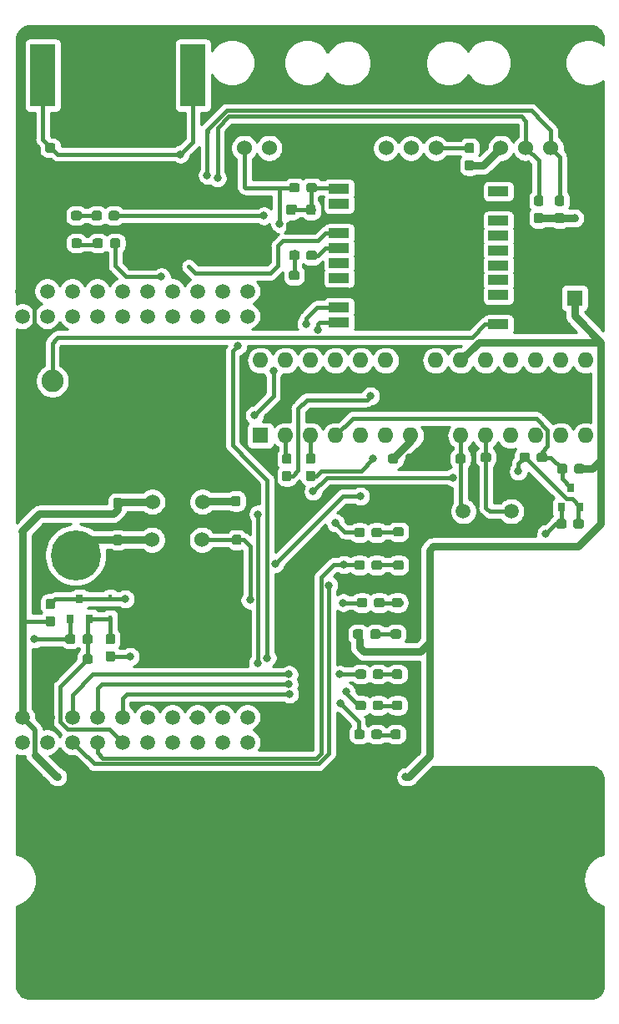
<source format=gbr>
G04 #@! TF.GenerationSoftware,KiCad,Pcbnew,(5.1.2)-1*
G04 #@! TF.CreationDate,2019-08-02T20:14:07-05:00*
G04 #@! TF.ProjectId,NavBoard_Hardware,4e617642-6f61-4726-945f-486172647761,rev?*
G04 #@! TF.SameCoordinates,Original*
G04 #@! TF.FileFunction,Copper,L1,Top*
G04 #@! TF.FilePolarity,Positive*
%FSLAX46Y46*%
G04 Gerber Fmt 4.6, Leading zero omitted, Abs format (unit mm)*
G04 Created by KiCad (PCBNEW (5.1.2)-1) date 2019-08-02 20:14:07*
%MOMM*%
%LPD*%
G04 APERTURE LIST*
%ADD10C,1.524000*%
%ADD11R,2.000000X1.000000*%
%ADD12R,1.600000X1.600000*%
%ADD13O,1.600000X1.600000*%
%ADD14C,1.520000*%
%ADD15C,0.100000*%
%ADD16C,0.950000*%
%ADD17C,1.500000*%
%ADD18C,10.160000*%
%ADD19R,2.540000X6.350000*%
%ADD20C,2.250000*%
%ADD21C,5.080000*%
%ADD22C,1.600000*%
%ADD23R,0.800000X0.900000*%
%ADD24R,0.450000X0.600000*%
%ADD25C,0.800000*%
%ADD26C,0.381000*%
%ADD27C,0.762000*%
%ADD28C,0.508000*%
%ADD29C,0.250000*%
%ADD30C,0.254000*%
G04 APERTURE END LIST*
D10*
X150898800Y-65557400D03*
X153438800Y-65557400D03*
X155978800Y-65557400D03*
X158518800Y-65557400D03*
D11*
X164857234Y-69927208D03*
X164857234Y-71427208D03*
X164857234Y-72927208D03*
X164857234Y-74427208D03*
X164857234Y-75927208D03*
X164857234Y-77427208D03*
X164857234Y-78927208D03*
X164857234Y-80427208D03*
X164857234Y-81927208D03*
X164857234Y-83427208D03*
X148691600Y-83197600D03*
X148691600Y-81697600D03*
X148691600Y-80197600D03*
X148691600Y-78697600D03*
X148691600Y-77197600D03*
X148691600Y-75697600D03*
X148691600Y-74197600D03*
X148691600Y-72697600D03*
X148691600Y-71197600D03*
X148691600Y-69697600D03*
D12*
X140716000Y-94691200D03*
D13*
X173736000Y-87071200D03*
X143256000Y-94691200D03*
X171196000Y-87071200D03*
X145796000Y-94691200D03*
X168656000Y-87071200D03*
X148336000Y-94691200D03*
X166116000Y-87071200D03*
X150876000Y-94691200D03*
X163576000Y-87071200D03*
X153416000Y-94691200D03*
X161036000Y-87071200D03*
X155956000Y-94691200D03*
X158496000Y-87071200D03*
X158496000Y-94691200D03*
X155956000Y-87071200D03*
X161036000Y-94691200D03*
X153416000Y-87071200D03*
X163576000Y-94691200D03*
X150876000Y-87071200D03*
X166116000Y-94691200D03*
X148336000Y-87071200D03*
X168656000Y-94691200D03*
X145796000Y-87071200D03*
X171196000Y-94691200D03*
X143256000Y-87071200D03*
X173736000Y-94691200D03*
X140716000Y-87071200D03*
D14*
X139395200Y-80060800D03*
X136855200Y-80060800D03*
X134315200Y-80060800D03*
X131775200Y-80060800D03*
X129235200Y-80060800D03*
X126695200Y-80060800D03*
X124155200Y-80060800D03*
X121615200Y-80060800D03*
X119075200Y-80060800D03*
X116535200Y-80060800D03*
X139395200Y-82600800D03*
X136855200Y-82600800D03*
X134315200Y-82600800D03*
X131775200Y-82600800D03*
X129235200Y-82600800D03*
X126695200Y-82600800D03*
X124155200Y-82600800D03*
X121615200Y-82600800D03*
X119075200Y-82600800D03*
X116535200Y-82600800D03*
X139395200Y-125780800D03*
X136855200Y-125780800D03*
X134315200Y-125780800D03*
X131775200Y-125780800D03*
X129235200Y-125780800D03*
X126695200Y-125780800D03*
X124155200Y-125780800D03*
X121615200Y-125780800D03*
X119075200Y-125780800D03*
X116535200Y-125780800D03*
X139395200Y-123240800D03*
X136855200Y-123240800D03*
X134315200Y-123240800D03*
X131775200Y-123240800D03*
X129235200Y-123240800D03*
X126695200Y-123240800D03*
X124155200Y-123240800D03*
X121615200Y-123240800D03*
X119075200Y-123240800D03*
X116535200Y-123240800D03*
D15*
G36*
X121722779Y-116874144D02*
G01*
X121745834Y-116877563D01*
X121768443Y-116883227D01*
X121790387Y-116891079D01*
X121811457Y-116901044D01*
X121831448Y-116913026D01*
X121850168Y-116926910D01*
X121867438Y-116942562D01*
X121883090Y-116959832D01*
X121896974Y-116978552D01*
X121908956Y-116998543D01*
X121918921Y-117019613D01*
X121926773Y-117041557D01*
X121932437Y-117064166D01*
X121935856Y-117087221D01*
X121937000Y-117110500D01*
X121937000Y-117585500D01*
X121935856Y-117608779D01*
X121932437Y-117631834D01*
X121926773Y-117654443D01*
X121918921Y-117676387D01*
X121908956Y-117697457D01*
X121896974Y-117717448D01*
X121883090Y-117736168D01*
X121867438Y-117753438D01*
X121850168Y-117769090D01*
X121831448Y-117782974D01*
X121811457Y-117794956D01*
X121790387Y-117804921D01*
X121768443Y-117812773D01*
X121745834Y-117818437D01*
X121722779Y-117821856D01*
X121699500Y-117823000D01*
X121124500Y-117823000D01*
X121101221Y-117821856D01*
X121078166Y-117818437D01*
X121055557Y-117812773D01*
X121033613Y-117804921D01*
X121012543Y-117794956D01*
X120992552Y-117782974D01*
X120973832Y-117769090D01*
X120956562Y-117753438D01*
X120940910Y-117736168D01*
X120927026Y-117717448D01*
X120915044Y-117697457D01*
X120905079Y-117676387D01*
X120897227Y-117654443D01*
X120891563Y-117631834D01*
X120888144Y-117608779D01*
X120887000Y-117585500D01*
X120887000Y-117110500D01*
X120888144Y-117087221D01*
X120891563Y-117064166D01*
X120897227Y-117041557D01*
X120905079Y-117019613D01*
X120915044Y-116998543D01*
X120927026Y-116978552D01*
X120940910Y-116959832D01*
X120956562Y-116942562D01*
X120973832Y-116926910D01*
X120992552Y-116913026D01*
X121012543Y-116901044D01*
X121033613Y-116891079D01*
X121055557Y-116883227D01*
X121078166Y-116877563D01*
X121101221Y-116874144D01*
X121124500Y-116873000D01*
X121699500Y-116873000D01*
X121722779Y-116874144D01*
X121722779Y-116874144D01*
G37*
D16*
X121412000Y-117348000D03*
D15*
G36*
X123472779Y-116874144D02*
G01*
X123495834Y-116877563D01*
X123518443Y-116883227D01*
X123540387Y-116891079D01*
X123561457Y-116901044D01*
X123581448Y-116913026D01*
X123600168Y-116926910D01*
X123617438Y-116942562D01*
X123633090Y-116959832D01*
X123646974Y-116978552D01*
X123658956Y-116998543D01*
X123668921Y-117019613D01*
X123676773Y-117041557D01*
X123682437Y-117064166D01*
X123685856Y-117087221D01*
X123687000Y-117110500D01*
X123687000Y-117585500D01*
X123685856Y-117608779D01*
X123682437Y-117631834D01*
X123676773Y-117654443D01*
X123668921Y-117676387D01*
X123658956Y-117697457D01*
X123646974Y-117717448D01*
X123633090Y-117736168D01*
X123617438Y-117753438D01*
X123600168Y-117769090D01*
X123581448Y-117782974D01*
X123561457Y-117794956D01*
X123540387Y-117804921D01*
X123518443Y-117812773D01*
X123495834Y-117818437D01*
X123472779Y-117821856D01*
X123449500Y-117823000D01*
X122874500Y-117823000D01*
X122851221Y-117821856D01*
X122828166Y-117818437D01*
X122805557Y-117812773D01*
X122783613Y-117804921D01*
X122762543Y-117794956D01*
X122742552Y-117782974D01*
X122723832Y-117769090D01*
X122706562Y-117753438D01*
X122690910Y-117736168D01*
X122677026Y-117717448D01*
X122665044Y-117697457D01*
X122655079Y-117676387D01*
X122647227Y-117654443D01*
X122641563Y-117631834D01*
X122638144Y-117608779D01*
X122637000Y-117585500D01*
X122637000Y-117110500D01*
X122638144Y-117087221D01*
X122641563Y-117064166D01*
X122647227Y-117041557D01*
X122655079Y-117019613D01*
X122665044Y-116998543D01*
X122677026Y-116978552D01*
X122690910Y-116959832D01*
X122706562Y-116942562D01*
X122723832Y-116926910D01*
X122742552Y-116913026D01*
X122762543Y-116901044D01*
X122783613Y-116891079D01*
X122805557Y-116883227D01*
X122828166Y-116877563D01*
X122851221Y-116874144D01*
X122874500Y-116873000D01*
X123449500Y-116873000D01*
X123472779Y-116874144D01*
X123472779Y-116874144D01*
G37*
D16*
X123162000Y-117348000D03*
D10*
X134772400Y-105257600D03*
X132232400Y-105257600D03*
X129692400Y-105257600D03*
D17*
X166170000Y-102362000D03*
X161290000Y-102362000D03*
D18*
X126238000Y-58166000D03*
D19*
X118618000Y-58166000D03*
X133858000Y-58166000D03*
D20*
X122133200Y-86604000D03*
X117033200Y-86604000D03*
X117033200Y-91704000D03*
X122133200Y-91704000D03*
X119583200Y-89154000D03*
D21*
X121945400Y-98933000D03*
X121945400Y-106807000D03*
D15*
G36*
X138487579Y-99058144D02*
G01*
X138510634Y-99061563D01*
X138533243Y-99067227D01*
X138555187Y-99075079D01*
X138576257Y-99085044D01*
X138596248Y-99097026D01*
X138614968Y-99110910D01*
X138632238Y-99126562D01*
X138647890Y-99143832D01*
X138661774Y-99162552D01*
X138673756Y-99182543D01*
X138683721Y-99203613D01*
X138691573Y-99225557D01*
X138697237Y-99248166D01*
X138700656Y-99271221D01*
X138701800Y-99294500D01*
X138701800Y-99869500D01*
X138700656Y-99892779D01*
X138697237Y-99915834D01*
X138691573Y-99938443D01*
X138683721Y-99960387D01*
X138673756Y-99981457D01*
X138661774Y-100001448D01*
X138647890Y-100020168D01*
X138632238Y-100037438D01*
X138614968Y-100053090D01*
X138596248Y-100066974D01*
X138576257Y-100078956D01*
X138555187Y-100088921D01*
X138533243Y-100096773D01*
X138510634Y-100102437D01*
X138487579Y-100105856D01*
X138464300Y-100107000D01*
X137989300Y-100107000D01*
X137966021Y-100105856D01*
X137942966Y-100102437D01*
X137920357Y-100096773D01*
X137898413Y-100088921D01*
X137877343Y-100078956D01*
X137857352Y-100066974D01*
X137838632Y-100053090D01*
X137821362Y-100037438D01*
X137805710Y-100020168D01*
X137791826Y-100001448D01*
X137779844Y-99981457D01*
X137769879Y-99960387D01*
X137762027Y-99938443D01*
X137756363Y-99915834D01*
X137752944Y-99892779D01*
X137751800Y-99869500D01*
X137751800Y-99294500D01*
X137752944Y-99271221D01*
X137756363Y-99248166D01*
X137762027Y-99225557D01*
X137769879Y-99203613D01*
X137779844Y-99182543D01*
X137791826Y-99162552D01*
X137805710Y-99143832D01*
X137821362Y-99126562D01*
X137838632Y-99110910D01*
X137857352Y-99097026D01*
X137877343Y-99085044D01*
X137898413Y-99075079D01*
X137920357Y-99067227D01*
X137942966Y-99061563D01*
X137966021Y-99058144D01*
X137989300Y-99057000D01*
X138464300Y-99057000D01*
X138487579Y-99058144D01*
X138487579Y-99058144D01*
G37*
D16*
X138226800Y-99582000D03*
D15*
G36*
X138487579Y-100808144D02*
G01*
X138510634Y-100811563D01*
X138533243Y-100817227D01*
X138555187Y-100825079D01*
X138576257Y-100835044D01*
X138596248Y-100847026D01*
X138614968Y-100860910D01*
X138632238Y-100876562D01*
X138647890Y-100893832D01*
X138661774Y-100912552D01*
X138673756Y-100932543D01*
X138683721Y-100953613D01*
X138691573Y-100975557D01*
X138697237Y-100998166D01*
X138700656Y-101021221D01*
X138701800Y-101044500D01*
X138701800Y-101619500D01*
X138700656Y-101642779D01*
X138697237Y-101665834D01*
X138691573Y-101688443D01*
X138683721Y-101710387D01*
X138673756Y-101731457D01*
X138661774Y-101751448D01*
X138647890Y-101770168D01*
X138632238Y-101787438D01*
X138614968Y-101803090D01*
X138596248Y-101816974D01*
X138576257Y-101828956D01*
X138555187Y-101838921D01*
X138533243Y-101846773D01*
X138510634Y-101852437D01*
X138487579Y-101855856D01*
X138464300Y-101857000D01*
X137989300Y-101857000D01*
X137966021Y-101855856D01*
X137942966Y-101852437D01*
X137920357Y-101846773D01*
X137898413Y-101838921D01*
X137877343Y-101828956D01*
X137857352Y-101816974D01*
X137838632Y-101803090D01*
X137821362Y-101787438D01*
X137805710Y-101770168D01*
X137791826Y-101751448D01*
X137779844Y-101731457D01*
X137769879Y-101710387D01*
X137762027Y-101688443D01*
X137756363Y-101665834D01*
X137752944Y-101642779D01*
X137751800Y-101619500D01*
X137751800Y-101044500D01*
X137752944Y-101021221D01*
X137756363Y-100998166D01*
X137762027Y-100975557D01*
X137769879Y-100953613D01*
X137779844Y-100932543D01*
X137791826Y-100912552D01*
X137805710Y-100893832D01*
X137821362Y-100876562D01*
X137838632Y-100860910D01*
X137857352Y-100847026D01*
X137877343Y-100835044D01*
X137898413Y-100825079D01*
X137920357Y-100817227D01*
X137942966Y-100811563D01*
X137966021Y-100808144D01*
X137989300Y-100807000D01*
X138464300Y-100807000D01*
X138487579Y-100808144D01*
X138487579Y-100808144D01*
G37*
D16*
X138226800Y-101332000D03*
D15*
G36*
X152682779Y-114334144D02*
G01*
X152705834Y-114337563D01*
X152728443Y-114343227D01*
X152750387Y-114351079D01*
X152771457Y-114361044D01*
X152791448Y-114373026D01*
X152810168Y-114386910D01*
X152827438Y-114402562D01*
X152843090Y-114419832D01*
X152856974Y-114438552D01*
X152868956Y-114458543D01*
X152878921Y-114479613D01*
X152886773Y-114501557D01*
X152892437Y-114524166D01*
X152895856Y-114547221D01*
X152897000Y-114570500D01*
X152897000Y-115045500D01*
X152895856Y-115068779D01*
X152892437Y-115091834D01*
X152886773Y-115114443D01*
X152878921Y-115136387D01*
X152868956Y-115157457D01*
X152856974Y-115177448D01*
X152843090Y-115196168D01*
X152827438Y-115213438D01*
X152810168Y-115229090D01*
X152791448Y-115242974D01*
X152771457Y-115254956D01*
X152750387Y-115264921D01*
X152728443Y-115272773D01*
X152705834Y-115278437D01*
X152682779Y-115281856D01*
X152659500Y-115283000D01*
X152084500Y-115283000D01*
X152061221Y-115281856D01*
X152038166Y-115278437D01*
X152015557Y-115272773D01*
X151993613Y-115264921D01*
X151972543Y-115254956D01*
X151952552Y-115242974D01*
X151933832Y-115229090D01*
X151916562Y-115213438D01*
X151900910Y-115196168D01*
X151887026Y-115177448D01*
X151875044Y-115157457D01*
X151865079Y-115136387D01*
X151857227Y-115114443D01*
X151851563Y-115091834D01*
X151848144Y-115068779D01*
X151847000Y-115045500D01*
X151847000Y-114570500D01*
X151848144Y-114547221D01*
X151851563Y-114524166D01*
X151857227Y-114501557D01*
X151865079Y-114479613D01*
X151875044Y-114458543D01*
X151887026Y-114438552D01*
X151900910Y-114419832D01*
X151916562Y-114402562D01*
X151933832Y-114386910D01*
X151952552Y-114373026D01*
X151972543Y-114361044D01*
X151993613Y-114351079D01*
X152015557Y-114343227D01*
X152038166Y-114337563D01*
X152061221Y-114334144D01*
X152084500Y-114333000D01*
X152659500Y-114333000D01*
X152682779Y-114334144D01*
X152682779Y-114334144D01*
G37*
D16*
X152372000Y-114808000D03*
D15*
G36*
X150932779Y-114334144D02*
G01*
X150955834Y-114337563D01*
X150978443Y-114343227D01*
X151000387Y-114351079D01*
X151021457Y-114361044D01*
X151041448Y-114373026D01*
X151060168Y-114386910D01*
X151077438Y-114402562D01*
X151093090Y-114419832D01*
X151106974Y-114438552D01*
X151118956Y-114458543D01*
X151128921Y-114479613D01*
X151136773Y-114501557D01*
X151142437Y-114524166D01*
X151145856Y-114547221D01*
X151147000Y-114570500D01*
X151147000Y-115045500D01*
X151145856Y-115068779D01*
X151142437Y-115091834D01*
X151136773Y-115114443D01*
X151128921Y-115136387D01*
X151118956Y-115157457D01*
X151106974Y-115177448D01*
X151093090Y-115196168D01*
X151077438Y-115213438D01*
X151060168Y-115229090D01*
X151041448Y-115242974D01*
X151021457Y-115254956D01*
X151000387Y-115264921D01*
X150978443Y-115272773D01*
X150955834Y-115278437D01*
X150932779Y-115281856D01*
X150909500Y-115283000D01*
X150334500Y-115283000D01*
X150311221Y-115281856D01*
X150288166Y-115278437D01*
X150265557Y-115272773D01*
X150243613Y-115264921D01*
X150222543Y-115254956D01*
X150202552Y-115242974D01*
X150183832Y-115229090D01*
X150166562Y-115213438D01*
X150150910Y-115196168D01*
X150137026Y-115177448D01*
X150125044Y-115157457D01*
X150115079Y-115136387D01*
X150107227Y-115114443D01*
X150101563Y-115091834D01*
X150098144Y-115068779D01*
X150097000Y-115045500D01*
X150097000Y-114570500D01*
X150098144Y-114547221D01*
X150101563Y-114524166D01*
X150107227Y-114501557D01*
X150115079Y-114479613D01*
X150125044Y-114458543D01*
X150137026Y-114438552D01*
X150150910Y-114419832D01*
X150166562Y-114402562D01*
X150183832Y-114386910D01*
X150202552Y-114373026D01*
X150222543Y-114361044D01*
X150243613Y-114351079D01*
X150265557Y-114343227D01*
X150288166Y-114337563D01*
X150311221Y-114334144D01*
X150334500Y-114333000D01*
X150909500Y-114333000D01*
X150932779Y-114334144D01*
X150932779Y-114334144D01*
G37*
D16*
X150622000Y-114808000D03*
D15*
G36*
X155024779Y-107349144D02*
G01*
X155047834Y-107352563D01*
X155070443Y-107358227D01*
X155092387Y-107366079D01*
X155113457Y-107376044D01*
X155133448Y-107388026D01*
X155152168Y-107401910D01*
X155169438Y-107417562D01*
X155185090Y-107434832D01*
X155198974Y-107453552D01*
X155210956Y-107473543D01*
X155220921Y-107494613D01*
X155228773Y-107516557D01*
X155234437Y-107539166D01*
X155237856Y-107562221D01*
X155239000Y-107585500D01*
X155239000Y-108060500D01*
X155237856Y-108083779D01*
X155234437Y-108106834D01*
X155228773Y-108129443D01*
X155220921Y-108151387D01*
X155210956Y-108172457D01*
X155198974Y-108192448D01*
X155185090Y-108211168D01*
X155169438Y-108228438D01*
X155152168Y-108244090D01*
X155133448Y-108257974D01*
X155113457Y-108269956D01*
X155092387Y-108279921D01*
X155070443Y-108287773D01*
X155047834Y-108293437D01*
X155024779Y-108296856D01*
X155001500Y-108298000D01*
X154426500Y-108298000D01*
X154403221Y-108296856D01*
X154380166Y-108293437D01*
X154357557Y-108287773D01*
X154335613Y-108279921D01*
X154314543Y-108269956D01*
X154294552Y-108257974D01*
X154275832Y-108244090D01*
X154258562Y-108228438D01*
X154242910Y-108211168D01*
X154229026Y-108192448D01*
X154217044Y-108172457D01*
X154207079Y-108151387D01*
X154199227Y-108129443D01*
X154193563Y-108106834D01*
X154190144Y-108083779D01*
X154189000Y-108060500D01*
X154189000Y-107585500D01*
X154190144Y-107562221D01*
X154193563Y-107539166D01*
X154199227Y-107516557D01*
X154207079Y-107494613D01*
X154217044Y-107473543D01*
X154229026Y-107453552D01*
X154242910Y-107434832D01*
X154258562Y-107417562D01*
X154275832Y-107401910D01*
X154294552Y-107388026D01*
X154314543Y-107376044D01*
X154335613Y-107366079D01*
X154357557Y-107358227D01*
X154380166Y-107352563D01*
X154403221Y-107349144D01*
X154426500Y-107348000D01*
X155001500Y-107348000D01*
X155024779Y-107349144D01*
X155024779Y-107349144D01*
G37*
D16*
X154714000Y-107823000D03*
D15*
G36*
X156774779Y-107349144D02*
G01*
X156797834Y-107352563D01*
X156820443Y-107358227D01*
X156842387Y-107366079D01*
X156863457Y-107376044D01*
X156883448Y-107388026D01*
X156902168Y-107401910D01*
X156919438Y-107417562D01*
X156935090Y-107434832D01*
X156948974Y-107453552D01*
X156960956Y-107473543D01*
X156970921Y-107494613D01*
X156978773Y-107516557D01*
X156984437Y-107539166D01*
X156987856Y-107562221D01*
X156989000Y-107585500D01*
X156989000Y-108060500D01*
X156987856Y-108083779D01*
X156984437Y-108106834D01*
X156978773Y-108129443D01*
X156970921Y-108151387D01*
X156960956Y-108172457D01*
X156948974Y-108192448D01*
X156935090Y-108211168D01*
X156919438Y-108228438D01*
X156902168Y-108244090D01*
X156883448Y-108257974D01*
X156863457Y-108269956D01*
X156842387Y-108279921D01*
X156820443Y-108287773D01*
X156797834Y-108293437D01*
X156774779Y-108296856D01*
X156751500Y-108298000D01*
X156176500Y-108298000D01*
X156153221Y-108296856D01*
X156130166Y-108293437D01*
X156107557Y-108287773D01*
X156085613Y-108279921D01*
X156064543Y-108269956D01*
X156044552Y-108257974D01*
X156025832Y-108244090D01*
X156008562Y-108228438D01*
X155992910Y-108211168D01*
X155979026Y-108192448D01*
X155967044Y-108172457D01*
X155957079Y-108151387D01*
X155949227Y-108129443D01*
X155943563Y-108106834D01*
X155940144Y-108083779D01*
X155939000Y-108060500D01*
X155939000Y-107585500D01*
X155940144Y-107562221D01*
X155943563Y-107539166D01*
X155949227Y-107516557D01*
X155957079Y-107494613D01*
X155967044Y-107473543D01*
X155979026Y-107453552D01*
X155992910Y-107434832D01*
X156008562Y-107417562D01*
X156025832Y-107401910D01*
X156044552Y-107388026D01*
X156064543Y-107376044D01*
X156085613Y-107366079D01*
X156107557Y-107358227D01*
X156130166Y-107352563D01*
X156153221Y-107349144D01*
X156176500Y-107348000D01*
X156751500Y-107348000D01*
X156774779Y-107349144D01*
X156774779Y-107349144D01*
G37*
D16*
X156464000Y-107823000D03*
D15*
G36*
X144060339Y-71276894D02*
G01*
X144083394Y-71280313D01*
X144106003Y-71285977D01*
X144127947Y-71293829D01*
X144149017Y-71303794D01*
X144169008Y-71315776D01*
X144187728Y-71329660D01*
X144204998Y-71345312D01*
X144220650Y-71362582D01*
X144234534Y-71381302D01*
X144246516Y-71401293D01*
X144256481Y-71422363D01*
X144264333Y-71444307D01*
X144269997Y-71466916D01*
X144273416Y-71489971D01*
X144274560Y-71513250D01*
X144274560Y-72088250D01*
X144273416Y-72111529D01*
X144269997Y-72134584D01*
X144264333Y-72157193D01*
X144256481Y-72179137D01*
X144246516Y-72200207D01*
X144234534Y-72220198D01*
X144220650Y-72238918D01*
X144204998Y-72256188D01*
X144187728Y-72271840D01*
X144169008Y-72285724D01*
X144149017Y-72297706D01*
X144127947Y-72307671D01*
X144106003Y-72315523D01*
X144083394Y-72321187D01*
X144060339Y-72324606D01*
X144037060Y-72325750D01*
X143562060Y-72325750D01*
X143538781Y-72324606D01*
X143515726Y-72321187D01*
X143493117Y-72315523D01*
X143471173Y-72307671D01*
X143450103Y-72297706D01*
X143430112Y-72285724D01*
X143411392Y-72271840D01*
X143394122Y-72256188D01*
X143378470Y-72238918D01*
X143364586Y-72220198D01*
X143352604Y-72200207D01*
X143342639Y-72179137D01*
X143334787Y-72157193D01*
X143329123Y-72134584D01*
X143325704Y-72111529D01*
X143324560Y-72088250D01*
X143324560Y-71513250D01*
X143325704Y-71489971D01*
X143329123Y-71466916D01*
X143334787Y-71444307D01*
X143342639Y-71422363D01*
X143352604Y-71401293D01*
X143364586Y-71381302D01*
X143378470Y-71362582D01*
X143394122Y-71345312D01*
X143411392Y-71329660D01*
X143430112Y-71315776D01*
X143450103Y-71303794D01*
X143471173Y-71293829D01*
X143493117Y-71285977D01*
X143515726Y-71280313D01*
X143538781Y-71276894D01*
X143562060Y-71275750D01*
X144037060Y-71275750D01*
X144060339Y-71276894D01*
X144060339Y-71276894D01*
G37*
D16*
X143799560Y-71800750D03*
D15*
G36*
X144060339Y-73026894D02*
G01*
X144083394Y-73030313D01*
X144106003Y-73035977D01*
X144127947Y-73043829D01*
X144149017Y-73053794D01*
X144169008Y-73065776D01*
X144187728Y-73079660D01*
X144204998Y-73095312D01*
X144220650Y-73112582D01*
X144234534Y-73131302D01*
X144246516Y-73151293D01*
X144256481Y-73172363D01*
X144264333Y-73194307D01*
X144269997Y-73216916D01*
X144273416Y-73239971D01*
X144274560Y-73263250D01*
X144274560Y-73838250D01*
X144273416Y-73861529D01*
X144269997Y-73884584D01*
X144264333Y-73907193D01*
X144256481Y-73929137D01*
X144246516Y-73950207D01*
X144234534Y-73970198D01*
X144220650Y-73988918D01*
X144204998Y-74006188D01*
X144187728Y-74021840D01*
X144169008Y-74035724D01*
X144149017Y-74047706D01*
X144127947Y-74057671D01*
X144106003Y-74065523D01*
X144083394Y-74071187D01*
X144060339Y-74074606D01*
X144037060Y-74075750D01*
X143562060Y-74075750D01*
X143538781Y-74074606D01*
X143515726Y-74071187D01*
X143493117Y-74065523D01*
X143471173Y-74057671D01*
X143450103Y-74047706D01*
X143430112Y-74035724D01*
X143411392Y-74021840D01*
X143394122Y-74006188D01*
X143378470Y-73988918D01*
X143364586Y-73970198D01*
X143352604Y-73950207D01*
X143342639Y-73929137D01*
X143334787Y-73907193D01*
X143329123Y-73884584D01*
X143325704Y-73861529D01*
X143324560Y-73838250D01*
X143324560Y-73263250D01*
X143325704Y-73239971D01*
X143329123Y-73216916D01*
X143334787Y-73194307D01*
X143342639Y-73172363D01*
X143352604Y-73151293D01*
X143364586Y-73131302D01*
X143378470Y-73112582D01*
X143394122Y-73095312D01*
X143411392Y-73079660D01*
X143430112Y-73065776D01*
X143450103Y-73053794D01*
X143471173Y-73043829D01*
X143493117Y-73035977D01*
X143515726Y-73030313D01*
X143538781Y-73026894D01*
X143562060Y-73025750D01*
X144037060Y-73025750D01*
X144060339Y-73026894D01*
X144060339Y-73026894D01*
G37*
D16*
X143799560Y-73550750D03*
D15*
G36*
X146092339Y-71276894D02*
G01*
X146115394Y-71280313D01*
X146138003Y-71285977D01*
X146159947Y-71293829D01*
X146181017Y-71303794D01*
X146201008Y-71315776D01*
X146219728Y-71329660D01*
X146236998Y-71345312D01*
X146252650Y-71362582D01*
X146266534Y-71381302D01*
X146278516Y-71401293D01*
X146288481Y-71422363D01*
X146296333Y-71444307D01*
X146301997Y-71466916D01*
X146305416Y-71489971D01*
X146306560Y-71513250D01*
X146306560Y-72088250D01*
X146305416Y-72111529D01*
X146301997Y-72134584D01*
X146296333Y-72157193D01*
X146288481Y-72179137D01*
X146278516Y-72200207D01*
X146266534Y-72220198D01*
X146252650Y-72238918D01*
X146236998Y-72256188D01*
X146219728Y-72271840D01*
X146201008Y-72285724D01*
X146181017Y-72297706D01*
X146159947Y-72307671D01*
X146138003Y-72315523D01*
X146115394Y-72321187D01*
X146092339Y-72324606D01*
X146069060Y-72325750D01*
X145594060Y-72325750D01*
X145570781Y-72324606D01*
X145547726Y-72321187D01*
X145525117Y-72315523D01*
X145503173Y-72307671D01*
X145482103Y-72297706D01*
X145462112Y-72285724D01*
X145443392Y-72271840D01*
X145426122Y-72256188D01*
X145410470Y-72238918D01*
X145396586Y-72220198D01*
X145384604Y-72200207D01*
X145374639Y-72179137D01*
X145366787Y-72157193D01*
X145361123Y-72134584D01*
X145357704Y-72111529D01*
X145356560Y-72088250D01*
X145356560Y-71513250D01*
X145357704Y-71489971D01*
X145361123Y-71466916D01*
X145366787Y-71444307D01*
X145374639Y-71422363D01*
X145384604Y-71401293D01*
X145396586Y-71381302D01*
X145410470Y-71362582D01*
X145426122Y-71345312D01*
X145443392Y-71329660D01*
X145462112Y-71315776D01*
X145482103Y-71303794D01*
X145503173Y-71293829D01*
X145525117Y-71285977D01*
X145547726Y-71280313D01*
X145570781Y-71276894D01*
X145594060Y-71275750D01*
X146069060Y-71275750D01*
X146092339Y-71276894D01*
X146092339Y-71276894D01*
G37*
D16*
X145831560Y-71800750D03*
D15*
G36*
X146092339Y-73026894D02*
G01*
X146115394Y-73030313D01*
X146138003Y-73035977D01*
X146159947Y-73043829D01*
X146181017Y-73053794D01*
X146201008Y-73065776D01*
X146219728Y-73079660D01*
X146236998Y-73095312D01*
X146252650Y-73112582D01*
X146266534Y-73131302D01*
X146278516Y-73151293D01*
X146288481Y-73172363D01*
X146296333Y-73194307D01*
X146301997Y-73216916D01*
X146305416Y-73239971D01*
X146306560Y-73263250D01*
X146306560Y-73838250D01*
X146305416Y-73861529D01*
X146301997Y-73884584D01*
X146296333Y-73907193D01*
X146288481Y-73929137D01*
X146278516Y-73950207D01*
X146266534Y-73970198D01*
X146252650Y-73988918D01*
X146236998Y-74006188D01*
X146219728Y-74021840D01*
X146201008Y-74035724D01*
X146181017Y-74047706D01*
X146159947Y-74057671D01*
X146138003Y-74065523D01*
X146115394Y-74071187D01*
X146092339Y-74074606D01*
X146069060Y-74075750D01*
X145594060Y-74075750D01*
X145570781Y-74074606D01*
X145547726Y-74071187D01*
X145525117Y-74065523D01*
X145503173Y-74057671D01*
X145482103Y-74047706D01*
X145462112Y-74035724D01*
X145443392Y-74021840D01*
X145426122Y-74006188D01*
X145410470Y-73988918D01*
X145396586Y-73970198D01*
X145384604Y-73950207D01*
X145374639Y-73929137D01*
X145366787Y-73907193D01*
X145361123Y-73884584D01*
X145357704Y-73861529D01*
X145356560Y-73838250D01*
X145356560Y-73263250D01*
X145357704Y-73239971D01*
X145361123Y-73216916D01*
X145366787Y-73194307D01*
X145374639Y-73172363D01*
X145384604Y-73151293D01*
X145396586Y-73131302D01*
X145410470Y-73112582D01*
X145426122Y-73095312D01*
X145443392Y-73079660D01*
X145462112Y-73065776D01*
X145482103Y-73053794D01*
X145503173Y-73043829D01*
X145525117Y-73035977D01*
X145547726Y-73030313D01*
X145570781Y-73026894D01*
X145594060Y-73025750D01*
X146069060Y-73025750D01*
X146092339Y-73026894D01*
X146092339Y-73026894D01*
G37*
D16*
X145831560Y-73550750D03*
D15*
G36*
X117940779Y-65058144D02*
G01*
X117963834Y-65061563D01*
X117986443Y-65067227D01*
X118008387Y-65075079D01*
X118029457Y-65085044D01*
X118049448Y-65097026D01*
X118068168Y-65110910D01*
X118085438Y-65126562D01*
X118101090Y-65143832D01*
X118114974Y-65162552D01*
X118126956Y-65182543D01*
X118136921Y-65203613D01*
X118144773Y-65225557D01*
X118150437Y-65248166D01*
X118153856Y-65271221D01*
X118155000Y-65294500D01*
X118155000Y-65769500D01*
X118153856Y-65792779D01*
X118150437Y-65815834D01*
X118144773Y-65838443D01*
X118136921Y-65860387D01*
X118126956Y-65881457D01*
X118114974Y-65901448D01*
X118101090Y-65920168D01*
X118085438Y-65937438D01*
X118068168Y-65953090D01*
X118049448Y-65966974D01*
X118029457Y-65978956D01*
X118008387Y-65988921D01*
X117986443Y-65996773D01*
X117963834Y-66002437D01*
X117940779Y-66005856D01*
X117917500Y-66007000D01*
X117342500Y-66007000D01*
X117319221Y-66005856D01*
X117296166Y-66002437D01*
X117273557Y-65996773D01*
X117251613Y-65988921D01*
X117230543Y-65978956D01*
X117210552Y-65966974D01*
X117191832Y-65953090D01*
X117174562Y-65937438D01*
X117158910Y-65920168D01*
X117145026Y-65901448D01*
X117133044Y-65881457D01*
X117123079Y-65860387D01*
X117115227Y-65838443D01*
X117109563Y-65815834D01*
X117106144Y-65792779D01*
X117105000Y-65769500D01*
X117105000Y-65294500D01*
X117106144Y-65271221D01*
X117109563Y-65248166D01*
X117115227Y-65225557D01*
X117123079Y-65203613D01*
X117133044Y-65182543D01*
X117145026Y-65162552D01*
X117158910Y-65143832D01*
X117174562Y-65126562D01*
X117191832Y-65110910D01*
X117210552Y-65097026D01*
X117230543Y-65085044D01*
X117251613Y-65075079D01*
X117273557Y-65067227D01*
X117296166Y-65061563D01*
X117319221Y-65058144D01*
X117342500Y-65057000D01*
X117917500Y-65057000D01*
X117940779Y-65058144D01*
X117940779Y-65058144D01*
G37*
D16*
X117630000Y-65532000D03*
D15*
G36*
X119690779Y-65058144D02*
G01*
X119713834Y-65061563D01*
X119736443Y-65067227D01*
X119758387Y-65075079D01*
X119779457Y-65085044D01*
X119799448Y-65097026D01*
X119818168Y-65110910D01*
X119835438Y-65126562D01*
X119851090Y-65143832D01*
X119864974Y-65162552D01*
X119876956Y-65182543D01*
X119886921Y-65203613D01*
X119894773Y-65225557D01*
X119900437Y-65248166D01*
X119903856Y-65271221D01*
X119905000Y-65294500D01*
X119905000Y-65769500D01*
X119903856Y-65792779D01*
X119900437Y-65815834D01*
X119894773Y-65838443D01*
X119886921Y-65860387D01*
X119876956Y-65881457D01*
X119864974Y-65901448D01*
X119851090Y-65920168D01*
X119835438Y-65937438D01*
X119818168Y-65953090D01*
X119799448Y-65966974D01*
X119779457Y-65978956D01*
X119758387Y-65988921D01*
X119736443Y-65996773D01*
X119713834Y-66002437D01*
X119690779Y-66005856D01*
X119667500Y-66007000D01*
X119092500Y-66007000D01*
X119069221Y-66005856D01*
X119046166Y-66002437D01*
X119023557Y-65996773D01*
X119001613Y-65988921D01*
X118980543Y-65978956D01*
X118960552Y-65966974D01*
X118941832Y-65953090D01*
X118924562Y-65937438D01*
X118908910Y-65920168D01*
X118895026Y-65901448D01*
X118883044Y-65881457D01*
X118873079Y-65860387D01*
X118865227Y-65838443D01*
X118859563Y-65815834D01*
X118856144Y-65792779D01*
X118855000Y-65769500D01*
X118855000Y-65294500D01*
X118856144Y-65271221D01*
X118859563Y-65248166D01*
X118865227Y-65225557D01*
X118873079Y-65203613D01*
X118883044Y-65182543D01*
X118895026Y-65162552D01*
X118908910Y-65143832D01*
X118924562Y-65126562D01*
X118941832Y-65110910D01*
X118960552Y-65097026D01*
X118980543Y-65085044D01*
X119001613Y-65075079D01*
X119023557Y-65067227D01*
X119046166Y-65061563D01*
X119069221Y-65058144D01*
X119092500Y-65057000D01*
X119667500Y-65057000D01*
X119690779Y-65058144D01*
X119690779Y-65058144D01*
G37*
D16*
X119380000Y-65532000D03*
D15*
G36*
X126498779Y-106497744D02*
G01*
X126521834Y-106501163D01*
X126544443Y-106506827D01*
X126566387Y-106514679D01*
X126587457Y-106524644D01*
X126607448Y-106536626D01*
X126626168Y-106550510D01*
X126643438Y-106566162D01*
X126659090Y-106583432D01*
X126672974Y-106602152D01*
X126684956Y-106622143D01*
X126694921Y-106643213D01*
X126702773Y-106665157D01*
X126708437Y-106687766D01*
X126711856Y-106710821D01*
X126713000Y-106734100D01*
X126713000Y-107309100D01*
X126711856Y-107332379D01*
X126708437Y-107355434D01*
X126702773Y-107378043D01*
X126694921Y-107399987D01*
X126684956Y-107421057D01*
X126672974Y-107441048D01*
X126659090Y-107459768D01*
X126643438Y-107477038D01*
X126626168Y-107492690D01*
X126607448Y-107506574D01*
X126587457Y-107518556D01*
X126566387Y-107528521D01*
X126544443Y-107536373D01*
X126521834Y-107542037D01*
X126498779Y-107545456D01*
X126475500Y-107546600D01*
X126000500Y-107546600D01*
X125977221Y-107545456D01*
X125954166Y-107542037D01*
X125931557Y-107536373D01*
X125909613Y-107528521D01*
X125888543Y-107518556D01*
X125868552Y-107506574D01*
X125849832Y-107492690D01*
X125832562Y-107477038D01*
X125816910Y-107459768D01*
X125803026Y-107441048D01*
X125791044Y-107421057D01*
X125781079Y-107399987D01*
X125773227Y-107378043D01*
X125767563Y-107355434D01*
X125764144Y-107332379D01*
X125763000Y-107309100D01*
X125763000Y-106734100D01*
X125764144Y-106710821D01*
X125767563Y-106687766D01*
X125773227Y-106665157D01*
X125781079Y-106643213D01*
X125791044Y-106622143D01*
X125803026Y-106602152D01*
X125816910Y-106583432D01*
X125832562Y-106566162D01*
X125849832Y-106550510D01*
X125868552Y-106536626D01*
X125888543Y-106524644D01*
X125909613Y-106514679D01*
X125931557Y-106506827D01*
X125954166Y-106501163D01*
X125977221Y-106497744D01*
X126000500Y-106496600D01*
X126475500Y-106496600D01*
X126498779Y-106497744D01*
X126498779Y-106497744D01*
G37*
D16*
X126238000Y-107021600D03*
D15*
G36*
X126498779Y-104747744D02*
G01*
X126521834Y-104751163D01*
X126544443Y-104756827D01*
X126566387Y-104764679D01*
X126587457Y-104774644D01*
X126607448Y-104786626D01*
X126626168Y-104800510D01*
X126643438Y-104816162D01*
X126659090Y-104833432D01*
X126672974Y-104852152D01*
X126684956Y-104872143D01*
X126694921Y-104893213D01*
X126702773Y-104915157D01*
X126708437Y-104937766D01*
X126711856Y-104960821D01*
X126713000Y-104984100D01*
X126713000Y-105559100D01*
X126711856Y-105582379D01*
X126708437Y-105605434D01*
X126702773Y-105628043D01*
X126694921Y-105649987D01*
X126684956Y-105671057D01*
X126672974Y-105691048D01*
X126659090Y-105709768D01*
X126643438Y-105727038D01*
X126626168Y-105742690D01*
X126607448Y-105756574D01*
X126587457Y-105768556D01*
X126566387Y-105778521D01*
X126544443Y-105786373D01*
X126521834Y-105792037D01*
X126498779Y-105795456D01*
X126475500Y-105796600D01*
X126000500Y-105796600D01*
X125977221Y-105795456D01*
X125954166Y-105792037D01*
X125931557Y-105786373D01*
X125909613Y-105778521D01*
X125888543Y-105768556D01*
X125868552Y-105756574D01*
X125849832Y-105742690D01*
X125832562Y-105727038D01*
X125816910Y-105709768D01*
X125803026Y-105691048D01*
X125791044Y-105671057D01*
X125781079Y-105649987D01*
X125773227Y-105628043D01*
X125767563Y-105605434D01*
X125764144Y-105582379D01*
X125763000Y-105559100D01*
X125763000Y-104984100D01*
X125764144Y-104960821D01*
X125767563Y-104937766D01*
X125773227Y-104915157D01*
X125781079Y-104893213D01*
X125791044Y-104872143D01*
X125803026Y-104852152D01*
X125816910Y-104833432D01*
X125832562Y-104816162D01*
X125849832Y-104800510D01*
X125868552Y-104786626D01*
X125888543Y-104774644D01*
X125909613Y-104764679D01*
X125931557Y-104756827D01*
X125954166Y-104751163D01*
X125977221Y-104747744D01*
X126000500Y-104746600D01*
X126475500Y-104746600D01*
X126498779Y-104747744D01*
X126498779Y-104747744D01*
G37*
D16*
X126238000Y-105271600D03*
D15*
G36*
X126498779Y-99261344D02*
G01*
X126521834Y-99264763D01*
X126544443Y-99270427D01*
X126566387Y-99278279D01*
X126587457Y-99288244D01*
X126607448Y-99300226D01*
X126626168Y-99314110D01*
X126643438Y-99329762D01*
X126659090Y-99347032D01*
X126672974Y-99365752D01*
X126684956Y-99385743D01*
X126694921Y-99406813D01*
X126702773Y-99428757D01*
X126708437Y-99451366D01*
X126711856Y-99474421D01*
X126713000Y-99497700D01*
X126713000Y-100072700D01*
X126711856Y-100095979D01*
X126708437Y-100119034D01*
X126702773Y-100141643D01*
X126694921Y-100163587D01*
X126684956Y-100184657D01*
X126672974Y-100204648D01*
X126659090Y-100223368D01*
X126643438Y-100240638D01*
X126626168Y-100256290D01*
X126607448Y-100270174D01*
X126587457Y-100282156D01*
X126566387Y-100292121D01*
X126544443Y-100299973D01*
X126521834Y-100305637D01*
X126498779Y-100309056D01*
X126475500Y-100310200D01*
X126000500Y-100310200D01*
X125977221Y-100309056D01*
X125954166Y-100305637D01*
X125931557Y-100299973D01*
X125909613Y-100292121D01*
X125888543Y-100282156D01*
X125868552Y-100270174D01*
X125849832Y-100256290D01*
X125832562Y-100240638D01*
X125816910Y-100223368D01*
X125803026Y-100204648D01*
X125791044Y-100184657D01*
X125781079Y-100163587D01*
X125773227Y-100141643D01*
X125767563Y-100119034D01*
X125764144Y-100095979D01*
X125763000Y-100072700D01*
X125763000Y-99497700D01*
X125764144Y-99474421D01*
X125767563Y-99451366D01*
X125773227Y-99428757D01*
X125781079Y-99406813D01*
X125791044Y-99385743D01*
X125803026Y-99365752D01*
X125816910Y-99347032D01*
X125832562Y-99329762D01*
X125849832Y-99314110D01*
X125868552Y-99300226D01*
X125888543Y-99288244D01*
X125909613Y-99278279D01*
X125931557Y-99270427D01*
X125954166Y-99264763D01*
X125977221Y-99261344D01*
X126000500Y-99260200D01*
X126475500Y-99260200D01*
X126498779Y-99261344D01*
X126498779Y-99261344D01*
G37*
D16*
X126238000Y-99785200D03*
D15*
G36*
X126498779Y-101011344D02*
G01*
X126521834Y-101014763D01*
X126544443Y-101020427D01*
X126566387Y-101028279D01*
X126587457Y-101038244D01*
X126607448Y-101050226D01*
X126626168Y-101064110D01*
X126643438Y-101079762D01*
X126659090Y-101097032D01*
X126672974Y-101115752D01*
X126684956Y-101135743D01*
X126694921Y-101156813D01*
X126702773Y-101178757D01*
X126708437Y-101201366D01*
X126711856Y-101224421D01*
X126713000Y-101247700D01*
X126713000Y-101822700D01*
X126711856Y-101845979D01*
X126708437Y-101869034D01*
X126702773Y-101891643D01*
X126694921Y-101913587D01*
X126684956Y-101934657D01*
X126672974Y-101954648D01*
X126659090Y-101973368D01*
X126643438Y-101990638D01*
X126626168Y-102006290D01*
X126607448Y-102020174D01*
X126587457Y-102032156D01*
X126566387Y-102042121D01*
X126544443Y-102049973D01*
X126521834Y-102055637D01*
X126498779Y-102059056D01*
X126475500Y-102060200D01*
X126000500Y-102060200D01*
X125977221Y-102059056D01*
X125954166Y-102055637D01*
X125931557Y-102049973D01*
X125909613Y-102042121D01*
X125888543Y-102032156D01*
X125868552Y-102020174D01*
X125849832Y-102006290D01*
X125832562Y-101990638D01*
X125816910Y-101973368D01*
X125803026Y-101954648D01*
X125791044Y-101934657D01*
X125781079Y-101913587D01*
X125773227Y-101891643D01*
X125767563Y-101869034D01*
X125764144Y-101845979D01*
X125763000Y-101822700D01*
X125763000Y-101247700D01*
X125764144Y-101224421D01*
X125767563Y-101201366D01*
X125773227Y-101178757D01*
X125781079Y-101156813D01*
X125791044Y-101135743D01*
X125803026Y-101115752D01*
X125816910Y-101097032D01*
X125832562Y-101079762D01*
X125849832Y-101064110D01*
X125868552Y-101050226D01*
X125888543Y-101038244D01*
X125909613Y-101028279D01*
X125931557Y-101020427D01*
X125954166Y-101014763D01*
X125977221Y-101011344D01*
X126000500Y-101010200D01*
X126475500Y-101010200D01*
X126498779Y-101011344D01*
X126498779Y-101011344D01*
G37*
D16*
X126238000Y-101535200D03*
D15*
G36*
X138563779Y-106483744D02*
G01*
X138586834Y-106487163D01*
X138609443Y-106492827D01*
X138631387Y-106500679D01*
X138652457Y-106510644D01*
X138672448Y-106522626D01*
X138691168Y-106536510D01*
X138708438Y-106552162D01*
X138724090Y-106569432D01*
X138737974Y-106588152D01*
X138749956Y-106608143D01*
X138759921Y-106629213D01*
X138767773Y-106651157D01*
X138773437Y-106673766D01*
X138776856Y-106696821D01*
X138778000Y-106720100D01*
X138778000Y-107295100D01*
X138776856Y-107318379D01*
X138773437Y-107341434D01*
X138767773Y-107364043D01*
X138759921Y-107385987D01*
X138749956Y-107407057D01*
X138737974Y-107427048D01*
X138724090Y-107445768D01*
X138708438Y-107463038D01*
X138691168Y-107478690D01*
X138672448Y-107492574D01*
X138652457Y-107504556D01*
X138631387Y-107514521D01*
X138609443Y-107522373D01*
X138586834Y-107528037D01*
X138563779Y-107531456D01*
X138540500Y-107532600D01*
X138065500Y-107532600D01*
X138042221Y-107531456D01*
X138019166Y-107528037D01*
X137996557Y-107522373D01*
X137974613Y-107514521D01*
X137953543Y-107504556D01*
X137933552Y-107492574D01*
X137914832Y-107478690D01*
X137897562Y-107463038D01*
X137881910Y-107445768D01*
X137868026Y-107427048D01*
X137856044Y-107407057D01*
X137846079Y-107385987D01*
X137838227Y-107364043D01*
X137832563Y-107341434D01*
X137829144Y-107318379D01*
X137828000Y-107295100D01*
X137828000Y-106720100D01*
X137829144Y-106696821D01*
X137832563Y-106673766D01*
X137838227Y-106651157D01*
X137846079Y-106629213D01*
X137856044Y-106608143D01*
X137868026Y-106588152D01*
X137881910Y-106569432D01*
X137897562Y-106552162D01*
X137914832Y-106536510D01*
X137933552Y-106522626D01*
X137953543Y-106510644D01*
X137974613Y-106500679D01*
X137996557Y-106492827D01*
X138019166Y-106487163D01*
X138042221Y-106483744D01*
X138065500Y-106482600D01*
X138540500Y-106482600D01*
X138563779Y-106483744D01*
X138563779Y-106483744D01*
G37*
D16*
X138303000Y-107007600D03*
D15*
G36*
X138563779Y-104733744D02*
G01*
X138586834Y-104737163D01*
X138609443Y-104742827D01*
X138631387Y-104750679D01*
X138652457Y-104760644D01*
X138672448Y-104772626D01*
X138691168Y-104786510D01*
X138708438Y-104802162D01*
X138724090Y-104819432D01*
X138737974Y-104838152D01*
X138749956Y-104858143D01*
X138759921Y-104879213D01*
X138767773Y-104901157D01*
X138773437Y-104923766D01*
X138776856Y-104946821D01*
X138778000Y-104970100D01*
X138778000Y-105545100D01*
X138776856Y-105568379D01*
X138773437Y-105591434D01*
X138767773Y-105614043D01*
X138759921Y-105635987D01*
X138749956Y-105657057D01*
X138737974Y-105677048D01*
X138724090Y-105695768D01*
X138708438Y-105713038D01*
X138691168Y-105728690D01*
X138672448Y-105742574D01*
X138652457Y-105754556D01*
X138631387Y-105764521D01*
X138609443Y-105772373D01*
X138586834Y-105778037D01*
X138563779Y-105781456D01*
X138540500Y-105782600D01*
X138065500Y-105782600D01*
X138042221Y-105781456D01*
X138019166Y-105778037D01*
X137996557Y-105772373D01*
X137974613Y-105764521D01*
X137953543Y-105754556D01*
X137933552Y-105742574D01*
X137914832Y-105728690D01*
X137897562Y-105713038D01*
X137881910Y-105695768D01*
X137868026Y-105677048D01*
X137856044Y-105657057D01*
X137846079Y-105635987D01*
X137838227Y-105614043D01*
X137832563Y-105591434D01*
X137829144Y-105568379D01*
X137828000Y-105545100D01*
X137828000Y-104970100D01*
X137829144Y-104946821D01*
X137832563Y-104923766D01*
X137838227Y-104901157D01*
X137846079Y-104879213D01*
X137856044Y-104858143D01*
X137868026Y-104838152D01*
X137881910Y-104819432D01*
X137897562Y-104802162D01*
X137914832Y-104786510D01*
X137933552Y-104772626D01*
X137953543Y-104760644D01*
X137974613Y-104750679D01*
X137996557Y-104742827D01*
X138019166Y-104737163D01*
X138042221Y-104733744D01*
X138065500Y-104732600D01*
X138540500Y-104732600D01*
X138563779Y-104733744D01*
X138563779Y-104733744D01*
G37*
D16*
X138303000Y-105257600D03*
D10*
X172720000Y-65532000D03*
X170180000Y-65532000D03*
X167640000Y-65532000D03*
X165100000Y-65532000D03*
D15*
G36*
X144444379Y-77986744D02*
G01*
X144467434Y-77990163D01*
X144490043Y-77995827D01*
X144511987Y-78003679D01*
X144533057Y-78013644D01*
X144553048Y-78025626D01*
X144571768Y-78039510D01*
X144589038Y-78055162D01*
X144604690Y-78072432D01*
X144618574Y-78091152D01*
X144630556Y-78111143D01*
X144640521Y-78132213D01*
X144648373Y-78154157D01*
X144654037Y-78176766D01*
X144657456Y-78199821D01*
X144658600Y-78223100D01*
X144658600Y-78698100D01*
X144657456Y-78721379D01*
X144654037Y-78744434D01*
X144648373Y-78767043D01*
X144640521Y-78788987D01*
X144630556Y-78810057D01*
X144618574Y-78830048D01*
X144604690Y-78848768D01*
X144589038Y-78866038D01*
X144571768Y-78881690D01*
X144553048Y-78895574D01*
X144533057Y-78907556D01*
X144511987Y-78917521D01*
X144490043Y-78925373D01*
X144467434Y-78931037D01*
X144444379Y-78934456D01*
X144421100Y-78935600D01*
X143846100Y-78935600D01*
X143822821Y-78934456D01*
X143799766Y-78931037D01*
X143777157Y-78925373D01*
X143755213Y-78917521D01*
X143734143Y-78907556D01*
X143714152Y-78895574D01*
X143695432Y-78881690D01*
X143678162Y-78866038D01*
X143662510Y-78848768D01*
X143648626Y-78830048D01*
X143636644Y-78810057D01*
X143626679Y-78788987D01*
X143618827Y-78767043D01*
X143613163Y-78744434D01*
X143609744Y-78721379D01*
X143608600Y-78698100D01*
X143608600Y-78223100D01*
X143609744Y-78199821D01*
X143613163Y-78176766D01*
X143618827Y-78154157D01*
X143626679Y-78132213D01*
X143636644Y-78111143D01*
X143648626Y-78091152D01*
X143662510Y-78072432D01*
X143678162Y-78055162D01*
X143695432Y-78039510D01*
X143714152Y-78025626D01*
X143734143Y-78013644D01*
X143755213Y-78003679D01*
X143777157Y-77995827D01*
X143799766Y-77990163D01*
X143822821Y-77986744D01*
X143846100Y-77985600D01*
X144421100Y-77985600D01*
X144444379Y-77986744D01*
X144444379Y-77986744D01*
G37*
D16*
X144133600Y-78460600D03*
D15*
G36*
X146194379Y-77986744D02*
G01*
X146217434Y-77990163D01*
X146240043Y-77995827D01*
X146261987Y-78003679D01*
X146283057Y-78013644D01*
X146303048Y-78025626D01*
X146321768Y-78039510D01*
X146339038Y-78055162D01*
X146354690Y-78072432D01*
X146368574Y-78091152D01*
X146380556Y-78111143D01*
X146390521Y-78132213D01*
X146398373Y-78154157D01*
X146404037Y-78176766D01*
X146407456Y-78199821D01*
X146408600Y-78223100D01*
X146408600Y-78698100D01*
X146407456Y-78721379D01*
X146404037Y-78744434D01*
X146398373Y-78767043D01*
X146390521Y-78788987D01*
X146380556Y-78810057D01*
X146368574Y-78830048D01*
X146354690Y-78848768D01*
X146339038Y-78866038D01*
X146321768Y-78881690D01*
X146303048Y-78895574D01*
X146283057Y-78907556D01*
X146261987Y-78917521D01*
X146240043Y-78925373D01*
X146217434Y-78931037D01*
X146194379Y-78934456D01*
X146171100Y-78935600D01*
X145596100Y-78935600D01*
X145572821Y-78934456D01*
X145549766Y-78931037D01*
X145527157Y-78925373D01*
X145505213Y-78917521D01*
X145484143Y-78907556D01*
X145464152Y-78895574D01*
X145445432Y-78881690D01*
X145428162Y-78866038D01*
X145412510Y-78848768D01*
X145398626Y-78830048D01*
X145386644Y-78810057D01*
X145376679Y-78788987D01*
X145368827Y-78767043D01*
X145363163Y-78744434D01*
X145359744Y-78721379D01*
X145358600Y-78698100D01*
X145358600Y-78223100D01*
X145359744Y-78199821D01*
X145363163Y-78176766D01*
X145368827Y-78154157D01*
X145376679Y-78132213D01*
X145386644Y-78111143D01*
X145398626Y-78091152D01*
X145412510Y-78072432D01*
X145428162Y-78055162D01*
X145445432Y-78039510D01*
X145464152Y-78025626D01*
X145484143Y-78013644D01*
X145505213Y-78003679D01*
X145527157Y-77995827D01*
X145549766Y-77990163D01*
X145572821Y-77986744D01*
X145596100Y-77985600D01*
X146171100Y-77985600D01*
X146194379Y-77986744D01*
X146194379Y-77986744D01*
G37*
D16*
X145883600Y-78460600D03*
D15*
G36*
X154897779Y-111150644D02*
G01*
X154920834Y-111154063D01*
X154943443Y-111159727D01*
X154965387Y-111167579D01*
X154986457Y-111177544D01*
X155006448Y-111189526D01*
X155025168Y-111203410D01*
X155042438Y-111219062D01*
X155058090Y-111236332D01*
X155071974Y-111255052D01*
X155083956Y-111275043D01*
X155093921Y-111296113D01*
X155101773Y-111318057D01*
X155107437Y-111340666D01*
X155110856Y-111363721D01*
X155112000Y-111387000D01*
X155112000Y-111862000D01*
X155110856Y-111885279D01*
X155107437Y-111908334D01*
X155101773Y-111930943D01*
X155093921Y-111952887D01*
X155083956Y-111973957D01*
X155071974Y-111993948D01*
X155058090Y-112012668D01*
X155042438Y-112029938D01*
X155025168Y-112045590D01*
X155006448Y-112059474D01*
X154986457Y-112071456D01*
X154965387Y-112081421D01*
X154943443Y-112089273D01*
X154920834Y-112094937D01*
X154897779Y-112098356D01*
X154874500Y-112099500D01*
X154299500Y-112099500D01*
X154276221Y-112098356D01*
X154253166Y-112094937D01*
X154230557Y-112089273D01*
X154208613Y-112081421D01*
X154187543Y-112071456D01*
X154167552Y-112059474D01*
X154148832Y-112045590D01*
X154131562Y-112029938D01*
X154115910Y-112012668D01*
X154102026Y-111993948D01*
X154090044Y-111973957D01*
X154080079Y-111952887D01*
X154072227Y-111930943D01*
X154066563Y-111908334D01*
X154063144Y-111885279D01*
X154062000Y-111862000D01*
X154062000Y-111387000D01*
X154063144Y-111363721D01*
X154066563Y-111340666D01*
X154072227Y-111318057D01*
X154080079Y-111296113D01*
X154090044Y-111275043D01*
X154102026Y-111255052D01*
X154115910Y-111236332D01*
X154131562Y-111219062D01*
X154148832Y-111203410D01*
X154167552Y-111189526D01*
X154187543Y-111177544D01*
X154208613Y-111167579D01*
X154230557Y-111159727D01*
X154253166Y-111154063D01*
X154276221Y-111150644D01*
X154299500Y-111149500D01*
X154874500Y-111149500D01*
X154897779Y-111150644D01*
X154897779Y-111150644D01*
G37*
D16*
X154587000Y-111624500D03*
D15*
G36*
X156647779Y-111150644D02*
G01*
X156670834Y-111154063D01*
X156693443Y-111159727D01*
X156715387Y-111167579D01*
X156736457Y-111177544D01*
X156756448Y-111189526D01*
X156775168Y-111203410D01*
X156792438Y-111219062D01*
X156808090Y-111236332D01*
X156821974Y-111255052D01*
X156833956Y-111275043D01*
X156843921Y-111296113D01*
X156851773Y-111318057D01*
X156857437Y-111340666D01*
X156860856Y-111363721D01*
X156862000Y-111387000D01*
X156862000Y-111862000D01*
X156860856Y-111885279D01*
X156857437Y-111908334D01*
X156851773Y-111930943D01*
X156843921Y-111952887D01*
X156833956Y-111973957D01*
X156821974Y-111993948D01*
X156808090Y-112012668D01*
X156792438Y-112029938D01*
X156775168Y-112045590D01*
X156756448Y-112059474D01*
X156736457Y-112071456D01*
X156715387Y-112081421D01*
X156693443Y-112089273D01*
X156670834Y-112094937D01*
X156647779Y-112098356D01*
X156624500Y-112099500D01*
X156049500Y-112099500D01*
X156026221Y-112098356D01*
X156003166Y-112094937D01*
X155980557Y-112089273D01*
X155958613Y-112081421D01*
X155937543Y-112071456D01*
X155917552Y-112059474D01*
X155898832Y-112045590D01*
X155881562Y-112029938D01*
X155865910Y-112012668D01*
X155852026Y-111993948D01*
X155840044Y-111973957D01*
X155830079Y-111952887D01*
X155822227Y-111930943D01*
X155816563Y-111908334D01*
X155813144Y-111885279D01*
X155812000Y-111862000D01*
X155812000Y-111387000D01*
X155813144Y-111363721D01*
X155816563Y-111340666D01*
X155822227Y-111318057D01*
X155830079Y-111296113D01*
X155840044Y-111275043D01*
X155852026Y-111255052D01*
X155865910Y-111236332D01*
X155881562Y-111219062D01*
X155898832Y-111203410D01*
X155917552Y-111189526D01*
X155937543Y-111177544D01*
X155958613Y-111167579D01*
X155980557Y-111159727D01*
X156003166Y-111154063D01*
X156026221Y-111150644D01*
X156049500Y-111149500D01*
X156624500Y-111149500D01*
X156647779Y-111150644D01*
X156647779Y-111150644D01*
G37*
D16*
X156337000Y-111624500D03*
D15*
G36*
X122357779Y-74710144D02*
G01*
X122380834Y-74713563D01*
X122403443Y-74719227D01*
X122425387Y-74727079D01*
X122446457Y-74737044D01*
X122466448Y-74749026D01*
X122485168Y-74762910D01*
X122502438Y-74778562D01*
X122518090Y-74795832D01*
X122531974Y-74814552D01*
X122543956Y-74834543D01*
X122553921Y-74855613D01*
X122561773Y-74877557D01*
X122567437Y-74900166D01*
X122570856Y-74923221D01*
X122572000Y-74946500D01*
X122572000Y-75421500D01*
X122570856Y-75444779D01*
X122567437Y-75467834D01*
X122561773Y-75490443D01*
X122553921Y-75512387D01*
X122543956Y-75533457D01*
X122531974Y-75553448D01*
X122518090Y-75572168D01*
X122502438Y-75589438D01*
X122485168Y-75605090D01*
X122466448Y-75618974D01*
X122446457Y-75630956D01*
X122425387Y-75640921D01*
X122403443Y-75648773D01*
X122380834Y-75654437D01*
X122357779Y-75657856D01*
X122334500Y-75659000D01*
X121759500Y-75659000D01*
X121736221Y-75657856D01*
X121713166Y-75654437D01*
X121690557Y-75648773D01*
X121668613Y-75640921D01*
X121647543Y-75630956D01*
X121627552Y-75618974D01*
X121608832Y-75605090D01*
X121591562Y-75589438D01*
X121575910Y-75572168D01*
X121562026Y-75553448D01*
X121550044Y-75533457D01*
X121540079Y-75512387D01*
X121532227Y-75490443D01*
X121526563Y-75467834D01*
X121523144Y-75444779D01*
X121522000Y-75421500D01*
X121522000Y-74946500D01*
X121523144Y-74923221D01*
X121526563Y-74900166D01*
X121532227Y-74877557D01*
X121540079Y-74855613D01*
X121550044Y-74834543D01*
X121562026Y-74814552D01*
X121575910Y-74795832D01*
X121591562Y-74778562D01*
X121608832Y-74762910D01*
X121627552Y-74749026D01*
X121647543Y-74737044D01*
X121668613Y-74727079D01*
X121690557Y-74719227D01*
X121713166Y-74713563D01*
X121736221Y-74710144D01*
X121759500Y-74709000D01*
X122334500Y-74709000D01*
X122357779Y-74710144D01*
X122357779Y-74710144D01*
G37*
D16*
X122047000Y-75184000D03*
D15*
G36*
X120607779Y-74710144D02*
G01*
X120630834Y-74713563D01*
X120653443Y-74719227D01*
X120675387Y-74727079D01*
X120696457Y-74737044D01*
X120716448Y-74749026D01*
X120735168Y-74762910D01*
X120752438Y-74778562D01*
X120768090Y-74795832D01*
X120781974Y-74814552D01*
X120793956Y-74834543D01*
X120803921Y-74855613D01*
X120811773Y-74877557D01*
X120817437Y-74900166D01*
X120820856Y-74923221D01*
X120822000Y-74946500D01*
X120822000Y-75421500D01*
X120820856Y-75444779D01*
X120817437Y-75467834D01*
X120811773Y-75490443D01*
X120803921Y-75512387D01*
X120793956Y-75533457D01*
X120781974Y-75553448D01*
X120768090Y-75572168D01*
X120752438Y-75589438D01*
X120735168Y-75605090D01*
X120716448Y-75618974D01*
X120696457Y-75630956D01*
X120675387Y-75640921D01*
X120653443Y-75648773D01*
X120630834Y-75654437D01*
X120607779Y-75657856D01*
X120584500Y-75659000D01*
X120009500Y-75659000D01*
X119986221Y-75657856D01*
X119963166Y-75654437D01*
X119940557Y-75648773D01*
X119918613Y-75640921D01*
X119897543Y-75630956D01*
X119877552Y-75618974D01*
X119858832Y-75605090D01*
X119841562Y-75589438D01*
X119825910Y-75572168D01*
X119812026Y-75553448D01*
X119800044Y-75533457D01*
X119790079Y-75512387D01*
X119782227Y-75490443D01*
X119776563Y-75467834D01*
X119773144Y-75444779D01*
X119772000Y-75421500D01*
X119772000Y-74946500D01*
X119773144Y-74923221D01*
X119776563Y-74900166D01*
X119782227Y-74877557D01*
X119790079Y-74855613D01*
X119800044Y-74834543D01*
X119812026Y-74814552D01*
X119825910Y-74795832D01*
X119841562Y-74778562D01*
X119858832Y-74762910D01*
X119877552Y-74749026D01*
X119897543Y-74737044D01*
X119918613Y-74727079D01*
X119940557Y-74719227D01*
X119963166Y-74713563D01*
X119986221Y-74710144D01*
X120009500Y-74709000D01*
X120584500Y-74709000D01*
X120607779Y-74710144D01*
X120607779Y-74710144D01*
G37*
D16*
X120297000Y-75184000D03*
D15*
G36*
X122329779Y-71916144D02*
G01*
X122352834Y-71919563D01*
X122375443Y-71925227D01*
X122397387Y-71933079D01*
X122418457Y-71943044D01*
X122438448Y-71955026D01*
X122457168Y-71968910D01*
X122474438Y-71984562D01*
X122490090Y-72001832D01*
X122503974Y-72020552D01*
X122515956Y-72040543D01*
X122525921Y-72061613D01*
X122533773Y-72083557D01*
X122539437Y-72106166D01*
X122542856Y-72129221D01*
X122544000Y-72152500D01*
X122544000Y-72627500D01*
X122542856Y-72650779D01*
X122539437Y-72673834D01*
X122533773Y-72696443D01*
X122525921Y-72718387D01*
X122515956Y-72739457D01*
X122503974Y-72759448D01*
X122490090Y-72778168D01*
X122474438Y-72795438D01*
X122457168Y-72811090D01*
X122438448Y-72824974D01*
X122418457Y-72836956D01*
X122397387Y-72846921D01*
X122375443Y-72854773D01*
X122352834Y-72860437D01*
X122329779Y-72863856D01*
X122306500Y-72865000D01*
X121731500Y-72865000D01*
X121708221Y-72863856D01*
X121685166Y-72860437D01*
X121662557Y-72854773D01*
X121640613Y-72846921D01*
X121619543Y-72836956D01*
X121599552Y-72824974D01*
X121580832Y-72811090D01*
X121563562Y-72795438D01*
X121547910Y-72778168D01*
X121534026Y-72759448D01*
X121522044Y-72739457D01*
X121512079Y-72718387D01*
X121504227Y-72696443D01*
X121498563Y-72673834D01*
X121495144Y-72650779D01*
X121494000Y-72627500D01*
X121494000Y-72152500D01*
X121495144Y-72129221D01*
X121498563Y-72106166D01*
X121504227Y-72083557D01*
X121512079Y-72061613D01*
X121522044Y-72040543D01*
X121534026Y-72020552D01*
X121547910Y-72001832D01*
X121563562Y-71984562D01*
X121580832Y-71968910D01*
X121599552Y-71955026D01*
X121619543Y-71943044D01*
X121640613Y-71933079D01*
X121662557Y-71925227D01*
X121685166Y-71919563D01*
X121708221Y-71916144D01*
X121731500Y-71915000D01*
X122306500Y-71915000D01*
X122329779Y-71916144D01*
X122329779Y-71916144D01*
G37*
D16*
X122019000Y-72390000D03*
D15*
G36*
X120579779Y-71916144D02*
G01*
X120602834Y-71919563D01*
X120625443Y-71925227D01*
X120647387Y-71933079D01*
X120668457Y-71943044D01*
X120688448Y-71955026D01*
X120707168Y-71968910D01*
X120724438Y-71984562D01*
X120740090Y-72001832D01*
X120753974Y-72020552D01*
X120765956Y-72040543D01*
X120775921Y-72061613D01*
X120783773Y-72083557D01*
X120789437Y-72106166D01*
X120792856Y-72129221D01*
X120794000Y-72152500D01*
X120794000Y-72627500D01*
X120792856Y-72650779D01*
X120789437Y-72673834D01*
X120783773Y-72696443D01*
X120775921Y-72718387D01*
X120765956Y-72739457D01*
X120753974Y-72759448D01*
X120740090Y-72778168D01*
X120724438Y-72795438D01*
X120707168Y-72811090D01*
X120688448Y-72824974D01*
X120668457Y-72836956D01*
X120647387Y-72846921D01*
X120625443Y-72854773D01*
X120602834Y-72860437D01*
X120579779Y-72863856D01*
X120556500Y-72865000D01*
X119981500Y-72865000D01*
X119958221Y-72863856D01*
X119935166Y-72860437D01*
X119912557Y-72854773D01*
X119890613Y-72846921D01*
X119869543Y-72836956D01*
X119849552Y-72824974D01*
X119830832Y-72811090D01*
X119813562Y-72795438D01*
X119797910Y-72778168D01*
X119784026Y-72759448D01*
X119772044Y-72739457D01*
X119762079Y-72718387D01*
X119754227Y-72696443D01*
X119748563Y-72673834D01*
X119745144Y-72650779D01*
X119744000Y-72627500D01*
X119744000Y-72152500D01*
X119745144Y-72129221D01*
X119748563Y-72106166D01*
X119754227Y-72083557D01*
X119762079Y-72061613D01*
X119772044Y-72040543D01*
X119784026Y-72020552D01*
X119797910Y-72001832D01*
X119813562Y-71984562D01*
X119830832Y-71968910D01*
X119849552Y-71955026D01*
X119869543Y-71943044D01*
X119890613Y-71933079D01*
X119912557Y-71925227D01*
X119935166Y-71919563D01*
X119958221Y-71916144D01*
X119981500Y-71915000D01*
X120556500Y-71915000D01*
X120579779Y-71916144D01*
X120579779Y-71916144D01*
G37*
D16*
X120269000Y-72390000D03*
D15*
G36*
X155024779Y-103984004D02*
G01*
X155047834Y-103987423D01*
X155070443Y-103993087D01*
X155092387Y-104000939D01*
X155113457Y-104010904D01*
X155133448Y-104022886D01*
X155152168Y-104036770D01*
X155169438Y-104052422D01*
X155185090Y-104069692D01*
X155198974Y-104088412D01*
X155210956Y-104108403D01*
X155220921Y-104129473D01*
X155228773Y-104151417D01*
X155234437Y-104174026D01*
X155237856Y-104197081D01*
X155239000Y-104220360D01*
X155239000Y-104695360D01*
X155237856Y-104718639D01*
X155234437Y-104741694D01*
X155228773Y-104764303D01*
X155220921Y-104786247D01*
X155210956Y-104807317D01*
X155198974Y-104827308D01*
X155185090Y-104846028D01*
X155169438Y-104863298D01*
X155152168Y-104878950D01*
X155133448Y-104892834D01*
X155113457Y-104904816D01*
X155092387Y-104914781D01*
X155070443Y-104922633D01*
X155047834Y-104928297D01*
X155024779Y-104931716D01*
X155001500Y-104932860D01*
X154426500Y-104932860D01*
X154403221Y-104931716D01*
X154380166Y-104928297D01*
X154357557Y-104922633D01*
X154335613Y-104914781D01*
X154314543Y-104904816D01*
X154294552Y-104892834D01*
X154275832Y-104878950D01*
X154258562Y-104863298D01*
X154242910Y-104846028D01*
X154229026Y-104827308D01*
X154217044Y-104807317D01*
X154207079Y-104786247D01*
X154199227Y-104764303D01*
X154193563Y-104741694D01*
X154190144Y-104718639D01*
X154189000Y-104695360D01*
X154189000Y-104220360D01*
X154190144Y-104197081D01*
X154193563Y-104174026D01*
X154199227Y-104151417D01*
X154207079Y-104129473D01*
X154217044Y-104108403D01*
X154229026Y-104088412D01*
X154242910Y-104069692D01*
X154258562Y-104052422D01*
X154275832Y-104036770D01*
X154294552Y-104022886D01*
X154314543Y-104010904D01*
X154335613Y-104000939D01*
X154357557Y-103993087D01*
X154380166Y-103987423D01*
X154403221Y-103984004D01*
X154426500Y-103982860D01*
X155001500Y-103982860D01*
X155024779Y-103984004D01*
X155024779Y-103984004D01*
G37*
D16*
X154714000Y-104457860D03*
D15*
G36*
X156774779Y-103984004D02*
G01*
X156797834Y-103987423D01*
X156820443Y-103993087D01*
X156842387Y-104000939D01*
X156863457Y-104010904D01*
X156883448Y-104022886D01*
X156902168Y-104036770D01*
X156919438Y-104052422D01*
X156935090Y-104069692D01*
X156948974Y-104088412D01*
X156960956Y-104108403D01*
X156970921Y-104129473D01*
X156978773Y-104151417D01*
X156984437Y-104174026D01*
X156987856Y-104197081D01*
X156989000Y-104220360D01*
X156989000Y-104695360D01*
X156987856Y-104718639D01*
X156984437Y-104741694D01*
X156978773Y-104764303D01*
X156970921Y-104786247D01*
X156960956Y-104807317D01*
X156948974Y-104827308D01*
X156935090Y-104846028D01*
X156919438Y-104863298D01*
X156902168Y-104878950D01*
X156883448Y-104892834D01*
X156863457Y-104904816D01*
X156842387Y-104914781D01*
X156820443Y-104922633D01*
X156797834Y-104928297D01*
X156774779Y-104931716D01*
X156751500Y-104932860D01*
X156176500Y-104932860D01*
X156153221Y-104931716D01*
X156130166Y-104928297D01*
X156107557Y-104922633D01*
X156085613Y-104914781D01*
X156064543Y-104904816D01*
X156044552Y-104892834D01*
X156025832Y-104878950D01*
X156008562Y-104863298D01*
X155992910Y-104846028D01*
X155979026Y-104827308D01*
X155967044Y-104807317D01*
X155957079Y-104786247D01*
X155949227Y-104764303D01*
X155943563Y-104741694D01*
X155940144Y-104718639D01*
X155939000Y-104695360D01*
X155939000Y-104220360D01*
X155940144Y-104197081D01*
X155943563Y-104174026D01*
X155949227Y-104151417D01*
X155957079Y-104129473D01*
X155967044Y-104108403D01*
X155979026Y-104088412D01*
X155992910Y-104069692D01*
X156008562Y-104052422D01*
X156025832Y-104036770D01*
X156044552Y-104022886D01*
X156064543Y-104010904D01*
X156085613Y-104000939D01*
X156107557Y-103993087D01*
X156130166Y-103987423D01*
X156153221Y-103984004D01*
X156176500Y-103982860D01*
X156751500Y-103982860D01*
X156774779Y-103984004D01*
X156774779Y-103984004D01*
G37*
D16*
X156464000Y-104457860D03*
D15*
G36*
X154897779Y-121568061D02*
G01*
X154920834Y-121571480D01*
X154943443Y-121577144D01*
X154965387Y-121584996D01*
X154986457Y-121594961D01*
X155006448Y-121606943D01*
X155025168Y-121620827D01*
X155042438Y-121636479D01*
X155058090Y-121653749D01*
X155071974Y-121672469D01*
X155083956Y-121692460D01*
X155093921Y-121713530D01*
X155101773Y-121735474D01*
X155107437Y-121758083D01*
X155110856Y-121781138D01*
X155112000Y-121804417D01*
X155112000Y-122279417D01*
X155110856Y-122302696D01*
X155107437Y-122325751D01*
X155101773Y-122348360D01*
X155093921Y-122370304D01*
X155083956Y-122391374D01*
X155071974Y-122411365D01*
X155058090Y-122430085D01*
X155042438Y-122447355D01*
X155025168Y-122463007D01*
X155006448Y-122476891D01*
X154986457Y-122488873D01*
X154965387Y-122498838D01*
X154943443Y-122506690D01*
X154920834Y-122512354D01*
X154897779Y-122515773D01*
X154874500Y-122516917D01*
X154299500Y-122516917D01*
X154276221Y-122515773D01*
X154253166Y-122512354D01*
X154230557Y-122506690D01*
X154208613Y-122498838D01*
X154187543Y-122488873D01*
X154167552Y-122476891D01*
X154148832Y-122463007D01*
X154131562Y-122447355D01*
X154115910Y-122430085D01*
X154102026Y-122411365D01*
X154090044Y-122391374D01*
X154080079Y-122370304D01*
X154072227Y-122348360D01*
X154066563Y-122325751D01*
X154063144Y-122302696D01*
X154062000Y-122279417D01*
X154062000Y-121804417D01*
X154063144Y-121781138D01*
X154066563Y-121758083D01*
X154072227Y-121735474D01*
X154080079Y-121713530D01*
X154090044Y-121692460D01*
X154102026Y-121672469D01*
X154115910Y-121653749D01*
X154131562Y-121636479D01*
X154148832Y-121620827D01*
X154167552Y-121606943D01*
X154187543Y-121594961D01*
X154208613Y-121584996D01*
X154230557Y-121577144D01*
X154253166Y-121571480D01*
X154276221Y-121568061D01*
X154299500Y-121566917D01*
X154874500Y-121566917D01*
X154897779Y-121568061D01*
X154897779Y-121568061D01*
G37*
D16*
X154587000Y-122041917D03*
D15*
G36*
X156647779Y-121568061D02*
G01*
X156670834Y-121571480D01*
X156693443Y-121577144D01*
X156715387Y-121584996D01*
X156736457Y-121594961D01*
X156756448Y-121606943D01*
X156775168Y-121620827D01*
X156792438Y-121636479D01*
X156808090Y-121653749D01*
X156821974Y-121672469D01*
X156833956Y-121692460D01*
X156843921Y-121713530D01*
X156851773Y-121735474D01*
X156857437Y-121758083D01*
X156860856Y-121781138D01*
X156862000Y-121804417D01*
X156862000Y-122279417D01*
X156860856Y-122302696D01*
X156857437Y-122325751D01*
X156851773Y-122348360D01*
X156843921Y-122370304D01*
X156833956Y-122391374D01*
X156821974Y-122411365D01*
X156808090Y-122430085D01*
X156792438Y-122447355D01*
X156775168Y-122463007D01*
X156756448Y-122476891D01*
X156736457Y-122488873D01*
X156715387Y-122498838D01*
X156693443Y-122506690D01*
X156670834Y-122512354D01*
X156647779Y-122515773D01*
X156624500Y-122516917D01*
X156049500Y-122516917D01*
X156026221Y-122515773D01*
X156003166Y-122512354D01*
X155980557Y-122506690D01*
X155958613Y-122498838D01*
X155937543Y-122488873D01*
X155917552Y-122476891D01*
X155898832Y-122463007D01*
X155881562Y-122447355D01*
X155865910Y-122430085D01*
X155852026Y-122411365D01*
X155840044Y-122391374D01*
X155830079Y-122370304D01*
X155822227Y-122348360D01*
X155816563Y-122325751D01*
X155813144Y-122302696D01*
X155812000Y-122279417D01*
X155812000Y-121804417D01*
X155813144Y-121781138D01*
X155816563Y-121758083D01*
X155822227Y-121735474D01*
X155830079Y-121713530D01*
X155840044Y-121692460D01*
X155852026Y-121672469D01*
X155865910Y-121653749D01*
X155881562Y-121636479D01*
X155898832Y-121620827D01*
X155917552Y-121606943D01*
X155937543Y-121594961D01*
X155958613Y-121584996D01*
X155980557Y-121577144D01*
X156003166Y-121571480D01*
X156026221Y-121568061D01*
X156049500Y-121566917D01*
X156624500Y-121566917D01*
X156647779Y-121568061D01*
X156647779Y-121568061D01*
G37*
D16*
X156337000Y-122041917D03*
D15*
G36*
X154742779Y-124494144D02*
G01*
X154765834Y-124497563D01*
X154788443Y-124503227D01*
X154810387Y-124511079D01*
X154831457Y-124521044D01*
X154851448Y-124533026D01*
X154870168Y-124546910D01*
X154887438Y-124562562D01*
X154903090Y-124579832D01*
X154916974Y-124598552D01*
X154928956Y-124618543D01*
X154938921Y-124639613D01*
X154946773Y-124661557D01*
X154952437Y-124684166D01*
X154955856Y-124707221D01*
X154957000Y-124730500D01*
X154957000Y-125205500D01*
X154955856Y-125228779D01*
X154952437Y-125251834D01*
X154946773Y-125274443D01*
X154938921Y-125296387D01*
X154928956Y-125317457D01*
X154916974Y-125337448D01*
X154903090Y-125356168D01*
X154887438Y-125373438D01*
X154870168Y-125389090D01*
X154851448Y-125402974D01*
X154831457Y-125414956D01*
X154810387Y-125424921D01*
X154788443Y-125432773D01*
X154765834Y-125438437D01*
X154742779Y-125441856D01*
X154719500Y-125443000D01*
X154144500Y-125443000D01*
X154121221Y-125441856D01*
X154098166Y-125438437D01*
X154075557Y-125432773D01*
X154053613Y-125424921D01*
X154032543Y-125414956D01*
X154012552Y-125402974D01*
X153993832Y-125389090D01*
X153976562Y-125373438D01*
X153960910Y-125356168D01*
X153947026Y-125337448D01*
X153935044Y-125317457D01*
X153925079Y-125296387D01*
X153917227Y-125274443D01*
X153911563Y-125251834D01*
X153908144Y-125228779D01*
X153907000Y-125205500D01*
X153907000Y-124730500D01*
X153908144Y-124707221D01*
X153911563Y-124684166D01*
X153917227Y-124661557D01*
X153925079Y-124639613D01*
X153935044Y-124618543D01*
X153947026Y-124598552D01*
X153960910Y-124579832D01*
X153976562Y-124562562D01*
X153993832Y-124546910D01*
X154012552Y-124533026D01*
X154032543Y-124521044D01*
X154053613Y-124511079D01*
X154075557Y-124503227D01*
X154098166Y-124497563D01*
X154121221Y-124494144D01*
X154144500Y-124493000D01*
X154719500Y-124493000D01*
X154742779Y-124494144D01*
X154742779Y-124494144D01*
G37*
D16*
X154432000Y-124968000D03*
D15*
G36*
X156492779Y-124494144D02*
G01*
X156515834Y-124497563D01*
X156538443Y-124503227D01*
X156560387Y-124511079D01*
X156581457Y-124521044D01*
X156601448Y-124533026D01*
X156620168Y-124546910D01*
X156637438Y-124562562D01*
X156653090Y-124579832D01*
X156666974Y-124598552D01*
X156678956Y-124618543D01*
X156688921Y-124639613D01*
X156696773Y-124661557D01*
X156702437Y-124684166D01*
X156705856Y-124707221D01*
X156707000Y-124730500D01*
X156707000Y-125205500D01*
X156705856Y-125228779D01*
X156702437Y-125251834D01*
X156696773Y-125274443D01*
X156688921Y-125296387D01*
X156678956Y-125317457D01*
X156666974Y-125337448D01*
X156653090Y-125356168D01*
X156637438Y-125373438D01*
X156620168Y-125389090D01*
X156601448Y-125402974D01*
X156581457Y-125414956D01*
X156560387Y-125424921D01*
X156538443Y-125432773D01*
X156515834Y-125438437D01*
X156492779Y-125441856D01*
X156469500Y-125443000D01*
X155894500Y-125443000D01*
X155871221Y-125441856D01*
X155848166Y-125438437D01*
X155825557Y-125432773D01*
X155803613Y-125424921D01*
X155782543Y-125414956D01*
X155762552Y-125402974D01*
X155743832Y-125389090D01*
X155726562Y-125373438D01*
X155710910Y-125356168D01*
X155697026Y-125337448D01*
X155685044Y-125317457D01*
X155675079Y-125296387D01*
X155667227Y-125274443D01*
X155661563Y-125251834D01*
X155658144Y-125228779D01*
X155657000Y-125205500D01*
X155657000Y-124730500D01*
X155658144Y-124707221D01*
X155661563Y-124684166D01*
X155667227Y-124661557D01*
X155675079Y-124639613D01*
X155685044Y-124618543D01*
X155697026Y-124598552D01*
X155710910Y-124579832D01*
X155726562Y-124562562D01*
X155743832Y-124546910D01*
X155762552Y-124533026D01*
X155782543Y-124521044D01*
X155803613Y-124511079D01*
X155825557Y-124503227D01*
X155848166Y-124497563D01*
X155871221Y-124494144D01*
X155894500Y-124493000D01*
X156469500Y-124493000D01*
X156492779Y-124494144D01*
X156492779Y-124494144D01*
G37*
D16*
X156182000Y-124968000D03*
D15*
G36*
X146219779Y-69096744D02*
G01*
X146242834Y-69100163D01*
X146265443Y-69105827D01*
X146287387Y-69113679D01*
X146308457Y-69123644D01*
X146328448Y-69135626D01*
X146347168Y-69149510D01*
X146364438Y-69165162D01*
X146380090Y-69182432D01*
X146393974Y-69201152D01*
X146405956Y-69221143D01*
X146415921Y-69242213D01*
X146423773Y-69264157D01*
X146429437Y-69286766D01*
X146432856Y-69309821D01*
X146434000Y-69333100D01*
X146434000Y-69808100D01*
X146432856Y-69831379D01*
X146429437Y-69854434D01*
X146423773Y-69877043D01*
X146415921Y-69898987D01*
X146405956Y-69920057D01*
X146393974Y-69940048D01*
X146380090Y-69958768D01*
X146364438Y-69976038D01*
X146347168Y-69991690D01*
X146328448Y-70005574D01*
X146308457Y-70017556D01*
X146287387Y-70027521D01*
X146265443Y-70035373D01*
X146242834Y-70041037D01*
X146219779Y-70044456D01*
X146196500Y-70045600D01*
X145621500Y-70045600D01*
X145598221Y-70044456D01*
X145575166Y-70041037D01*
X145552557Y-70035373D01*
X145530613Y-70027521D01*
X145509543Y-70017556D01*
X145489552Y-70005574D01*
X145470832Y-69991690D01*
X145453562Y-69976038D01*
X145437910Y-69958768D01*
X145424026Y-69940048D01*
X145412044Y-69920057D01*
X145402079Y-69898987D01*
X145394227Y-69877043D01*
X145388563Y-69854434D01*
X145385144Y-69831379D01*
X145384000Y-69808100D01*
X145384000Y-69333100D01*
X145385144Y-69309821D01*
X145388563Y-69286766D01*
X145394227Y-69264157D01*
X145402079Y-69242213D01*
X145412044Y-69221143D01*
X145424026Y-69201152D01*
X145437910Y-69182432D01*
X145453562Y-69165162D01*
X145470832Y-69149510D01*
X145489552Y-69135626D01*
X145509543Y-69123644D01*
X145530613Y-69113679D01*
X145552557Y-69105827D01*
X145575166Y-69100163D01*
X145598221Y-69096744D01*
X145621500Y-69095600D01*
X146196500Y-69095600D01*
X146219779Y-69096744D01*
X146219779Y-69096744D01*
G37*
D16*
X145909000Y-69570600D03*
D15*
G36*
X144469779Y-69096744D02*
G01*
X144492834Y-69100163D01*
X144515443Y-69105827D01*
X144537387Y-69113679D01*
X144558457Y-69123644D01*
X144578448Y-69135626D01*
X144597168Y-69149510D01*
X144614438Y-69165162D01*
X144630090Y-69182432D01*
X144643974Y-69201152D01*
X144655956Y-69221143D01*
X144665921Y-69242213D01*
X144673773Y-69264157D01*
X144679437Y-69286766D01*
X144682856Y-69309821D01*
X144684000Y-69333100D01*
X144684000Y-69808100D01*
X144682856Y-69831379D01*
X144679437Y-69854434D01*
X144673773Y-69877043D01*
X144665921Y-69898987D01*
X144655956Y-69920057D01*
X144643974Y-69940048D01*
X144630090Y-69958768D01*
X144614438Y-69976038D01*
X144597168Y-69991690D01*
X144578448Y-70005574D01*
X144558457Y-70017556D01*
X144537387Y-70027521D01*
X144515443Y-70035373D01*
X144492834Y-70041037D01*
X144469779Y-70044456D01*
X144446500Y-70045600D01*
X143871500Y-70045600D01*
X143848221Y-70044456D01*
X143825166Y-70041037D01*
X143802557Y-70035373D01*
X143780613Y-70027521D01*
X143759543Y-70017556D01*
X143739552Y-70005574D01*
X143720832Y-69991690D01*
X143703562Y-69976038D01*
X143687910Y-69958768D01*
X143674026Y-69940048D01*
X143662044Y-69920057D01*
X143652079Y-69898987D01*
X143644227Y-69877043D01*
X143638563Y-69854434D01*
X143635144Y-69831379D01*
X143634000Y-69808100D01*
X143634000Y-69333100D01*
X143635144Y-69309821D01*
X143638563Y-69286766D01*
X143644227Y-69264157D01*
X143652079Y-69242213D01*
X143662044Y-69221143D01*
X143674026Y-69201152D01*
X143687910Y-69182432D01*
X143703562Y-69165162D01*
X143720832Y-69149510D01*
X143739552Y-69135626D01*
X143759543Y-69123644D01*
X143780613Y-69113679D01*
X143802557Y-69105827D01*
X143825166Y-69100163D01*
X143848221Y-69096744D01*
X143871500Y-69095600D01*
X144446500Y-69095600D01*
X144469779Y-69096744D01*
X144469779Y-69096744D01*
G37*
D16*
X144159000Y-69570600D03*
D15*
G36*
X144458379Y-75954744D02*
G01*
X144481434Y-75958163D01*
X144504043Y-75963827D01*
X144525987Y-75971679D01*
X144547057Y-75981644D01*
X144567048Y-75993626D01*
X144585768Y-76007510D01*
X144603038Y-76023162D01*
X144618690Y-76040432D01*
X144632574Y-76059152D01*
X144644556Y-76079143D01*
X144654521Y-76100213D01*
X144662373Y-76122157D01*
X144668037Y-76144766D01*
X144671456Y-76167821D01*
X144672600Y-76191100D01*
X144672600Y-76666100D01*
X144671456Y-76689379D01*
X144668037Y-76712434D01*
X144662373Y-76735043D01*
X144654521Y-76756987D01*
X144644556Y-76778057D01*
X144632574Y-76798048D01*
X144618690Y-76816768D01*
X144603038Y-76834038D01*
X144585768Y-76849690D01*
X144567048Y-76863574D01*
X144547057Y-76875556D01*
X144525987Y-76885521D01*
X144504043Y-76893373D01*
X144481434Y-76899037D01*
X144458379Y-76902456D01*
X144435100Y-76903600D01*
X143860100Y-76903600D01*
X143836821Y-76902456D01*
X143813766Y-76899037D01*
X143791157Y-76893373D01*
X143769213Y-76885521D01*
X143748143Y-76875556D01*
X143728152Y-76863574D01*
X143709432Y-76849690D01*
X143692162Y-76834038D01*
X143676510Y-76816768D01*
X143662626Y-76798048D01*
X143650644Y-76778057D01*
X143640679Y-76756987D01*
X143632827Y-76735043D01*
X143627163Y-76712434D01*
X143623744Y-76689379D01*
X143622600Y-76666100D01*
X143622600Y-76191100D01*
X143623744Y-76167821D01*
X143627163Y-76144766D01*
X143632827Y-76122157D01*
X143640679Y-76100213D01*
X143650644Y-76079143D01*
X143662626Y-76059152D01*
X143676510Y-76040432D01*
X143692162Y-76023162D01*
X143709432Y-76007510D01*
X143728152Y-75993626D01*
X143748143Y-75981644D01*
X143769213Y-75971679D01*
X143791157Y-75963827D01*
X143813766Y-75958163D01*
X143836821Y-75954744D01*
X143860100Y-75953600D01*
X144435100Y-75953600D01*
X144458379Y-75954744D01*
X144458379Y-75954744D01*
G37*
D16*
X144147600Y-76428600D03*
D15*
G36*
X146208379Y-75954744D02*
G01*
X146231434Y-75958163D01*
X146254043Y-75963827D01*
X146275987Y-75971679D01*
X146297057Y-75981644D01*
X146317048Y-75993626D01*
X146335768Y-76007510D01*
X146353038Y-76023162D01*
X146368690Y-76040432D01*
X146382574Y-76059152D01*
X146394556Y-76079143D01*
X146404521Y-76100213D01*
X146412373Y-76122157D01*
X146418037Y-76144766D01*
X146421456Y-76167821D01*
X146422600Y-76191100D01*
X146422600Y-76666100D01*
X146421456Y-76689379D01*
X146418037Y-76712434D01*
X146412373Y-76735043D01*
X146404521Y-76756987D01*
X146394556Y-76778057D01*
X146382574Y-76798048D01*
X146368690Y-76816768D01*
X146353038Y-76834038D01*
X146335768Y-76849690D01*
X146317048Y-76863574D01*
X146297057Y-76875556D01*
X146275987Y-76885521D01*
X146254043Y-76893373D01*
X146231434Y-76899037D01*
X146208379Y-76902456D01*
X146185100Y-76903600D01*
X145610100Y-76903600D01*
X145586821Y-76902456D01*
X145563766Y-76899037D01*
X145541157Y-76893373D01*
X145519213Y-76885521D01*
X145498143Y-76875556D01*
X145478152Y-76863574D01*
X145459432Y-76849690D01*
X145442162Y-76834038D01*
X145426510Y-76816768D01*
X145412626Y-76798048D01*
X145400644Y-76778057D01*
X145390679Y-76756987D01*
X145382827Y-76735043D01*
X145377163Y-76712434D01*
X145373744Y-76689379D01*
X145372600Y-76666100D01*
X145372600Y-76191100D01*
X145373744Y-76167821D01*
X145377163Y-76144766D01*
X145382827Y-76122157D01*
X145390679Y-76100213D01*
X145400644Y-76079143D01*
X145412626Y-76059152D01*
X145426510Y-76040432D01*
X145442162Y-76023162D01*
X145459432Y-76007510D01*
X145478152Y-75993626D01*
X145498143Y-75981644D01*
X145519213Y-75971679D01*
X145541157Y-75963827D01*
X145563766Y-75958163D01*
X145586821Y-75954744D01*
X145610100Y-75953600D01*
X146185100Y-75953600D01*
X146208379Y-75954744D01*
X146208379Y-75954744D01*
G37*
D16*
X145897600Y-76428600D03*
D15*
G36*
X162185779Y-65022144D02*
G01*
X162208834Y-65025563D01*
X162231443Y-65031227D01*
X162253387Y-65039079D01*
X162274457Y-65049044D01*
X162294448Y-65061026D01*
X162313168Y-65074910D01*
X162330438Y-65090562D01*
X162346090Y-65107832D01*
X162359974Y-65126552D01*
X162371956Y-65146543D01*
X162381921Y-65167613D01*
X162389773Y-65189557D01*
X162395437Y-65212166D01*
X162398856Y-65235221D01*
X162400000Y-65258500D01*
X162400000Y-65833500D01*
X162398856Y-65856779D01*
X162395437Y-65879834D01*
X162389773Y-65902443D01*
X162381921Y-65924387D01*
X162371956Y-65945457D01*
X162359974Y-65965448D01*
X162346090Y-65984168D01*
X162330438Y-66001438D01*
X162313168Y-66017090D01*
X162294448Y-66030974D01*
X162274457Y-66042956D01*
X162253387Y-66052921D01*
X162231443Y-66060773D01*
X162208834Y-66066437D01*
X162185779Y-66069856D01*
X162162500Y-66071000D01*
X161687500Y-66071000D01*
X161664221Y-66069856D01*
X161641166Y-66066437D01*
X161618557Y-66060773D01*
X161596613Y-66052921D01*
X161575543Y-66042956D01*
X161555552Y-66030974D01*
X161536832Y-66017090D01*
X161519562Y-66001438D01*
X161503910Y-65984168D01*
X161490026Y-65965448D01*
X161478044Y-65945457D01*
X161468079Y-65924387D01*
X161460227Y-65902443D01*
X161454563Y-65879834D01*
X161451144Y-65856779D01*
X161450000Y-65833500D01*
X161450000Y-65258500D01*
X161451144Y-65235221D01*
X161454563Y-65212166D01*
X161460227Y-65189557D01*
X161468079Y-65167613D01*
X161478044Y-65146543D01*
X161490026Y-65126552D01*
X161503910Y-65107832D01*
X161519562Y-65090562D01*
X161536832Y-65074910D01*
X161555552Y-65061026D01*
X161575543Y-65049044D01*
X161596613Y-65039079D01*
X161618557Y-65031227D01*
X161641166Y-65025563D01*
X161664221Y-65022144D01*
X161687500Y-65021000D01*
X162162500Y-65021000D01*
X162185779Y-65022144D01*
X162185779Y-65022144D01*
G37*
D16*
X161925000Y-65546000D03*
D15*
G36*
X162185779Y-66772144D02*
G01*
X162208834Y-66775563D01*
X162231443Y-66781227D01*
X162253387Y-66789079D01*
X162274457Y-66799044D01*
X162294448Y-66811026D01*
X162313168Y-66824910D01*
X162330438Y-66840562D01*
X162346090Y-66857832D01*
X162359974Y-66876552D01*
X162371956Y-66896543D01*
X162381921Y-66917613D01*
X162389773Y-66939557D01*
X162395437Y-66962166D01*
X162398856Y-66985221D01*
X162400000Y-67008500D01*
X162400000Y-67583500D01*
X162398856Y-67606779D01*
X162395437Y-67629834D01*
X162389773Y-67652443D01*
X162381921Y-67674387D01*
X162371956Y-67695457D01*
X162359974Y-67715448D01*
X162346090Y-67734168D01*
X162330438Y-67751438D01*
X162313168Y-67767090D01*
X162294448Y-67780974D01*
X162274457Y-67792956D01*
X162253387Y-67802921D01*
X162231443Y-67810773D01*
X162208834Y-67816437D01*
X162185779Y-67819856D01*
X162162500Y-67821000D01*
X161687500Y-67821000D01*
X161664221Y-67819856D01*
X161641166Y-67816437D01*
X161618557Y-67810773D01*
X161596613Y-67802921D01*
X161575543Y-67792956D01*
X161555552Y-67780974D01*
X161536832Y-67767090D01*
X161519562Y-67751438D01*
X161503910Y-67734168D01*
X161490026Y-67715448D01*
X161478044Y-67695457D01*
X161468079Y-67674387D01*
X161460227Y-67652443D01*
X161454563Y-67629834D01*
X161451144Y-67606779D01*
X161450000Y-67583500D01*
X161450000Y-67008500D01*
X161451144Y-66985221D01*
X161454563Y-66962166D01*
X161460227Y-66939557D01*
X161468079Y-66917613D01*
X161478044Y-66896543D01*
X161490026Y-66876552D01*
X161503910Y-66857832D01*
X161519562Y-66840562D01*
X161536832Y-66824910D01*
X161555552Y-66811026D01*
X161575543Y-66799044D01*
X161596613Y-66789079D01*
X161618557Y-66781227D01*
X161641166Y-66775563D01*
X161664221Y-66772144D01*
X161687500Y-66771000D01*
X162162500Y-66771000D01*
X162185779Y-66772144D01*
X162185779Y-66772144D01*
G37*
D16*
X161925000Y-67296000D03*
D15*
G36*
X171329779Y-70359532D02*
G01*
X171352834Y-70362951D01*
X171375443Y-70368615D01*
X171397387Y-70376467D01*
X171418457Y-70386432D01*
X171438448Y-70398414D01*
X171457168Y-70412298D01*
X171474438Y-70427950D01*
X171490090Y-70445220D01*
X171503974Y-70463940D01*
X171515956Y-70483931D01*
X171525921Y-70505001D01*
X171533773Y-70526945D01*
X171539437Y-70549554D01*
X171542856Y-70572609D01*
X171544000Y-70595888D01*
X171544000Y-71170888D01*
X171542856Y-71194167D01*
X171539437Y-71217222D01*
X171533773Y-71239831D01*
X171525921Y-71261775D01*
X171515956Y-71282845D01*
X171503974Y-71302836D01*
X171490090Y-71321556D01*
X171474438Y-71338826D01*
X171457168Y-71354478D01*
X171438448Y-71368362D01*
X171418457Y-71380344D01*
X171397387Y-71390309D01*
X171375443Y-71398161D01*
X171352834Y-71403825D01*
X171329779Y-71407244D01*
X171306500Y-71408388D01*
X170831500Y-71408388D01*
X170808221Y-71407244D01*
X170785166Y-71403825D01*
X170762557Y-71398161D01*
X170740613Y-71390309D01*
X170719543Y-71380344D01*
X170699552Y-71368362D01*
X170680832Y-71354478D01*
X170663562Y-71338826D01*
X170647910Y-71321556D01*
X170634026Y-71302836D01*
X170622044Y-71282845D01*
X170612079Y-71261775D01*
X170604227Y-71239831D01*
X170598563Y-71217222D01*
X170595144Y-71194167D01*
X170594000Y-71170888D01*
X170594000Y-70595888D01*
X170595144Y-70572609D01*
X170598563Y-70549554D01*
X170604227Y-70526945D01*
X170612079Y-70505001D01*
X170622044Y-70483931D01*
X170634026Y-70463940D01*
X170647910Y-70445220D01*
X170663562Y-70427950D01*
X170680832Y-70412298D01*
X170699552Y-70398414D01*
X170719543Y-70386432D01*
X170740613Y-70376467D01*
X170762557Y-70368615D01*
X170785166Y-70362951D01*
X170808221Y-70359532D01*
X170831500Y-70358388D01*
X171306500Y-70358388D01*
X171329779Y-70359532D01*
X171329779Y-70359532D01*
G37*
D16*
X171069000Y-70883388D03*
D15*
G36*
X171329779Y-72109532D02*
G01*
X171352834Y-72112951D01*
X171375443Y-72118615D01*
X171397387Y-72126467D01*
X171418457Y-72136432D01*
X171438448Y-72148414D01*
X171457168Y-72162298D01*
X171474438Y-72177950D01*
X171490090Y-72195220D01*
X171503974Y-72213940D01*
X171515956Y-72233931D01*
X171525921Y-72255001D01*
X171533773Y-72276945D01*
X171539437Y-72299554D01*
X171542856Y-72322609D01*
X171544000Y-72345888D01*
X171544000Y-72920888D01*
X171542856Y-72944167D01*
X171539437Y-72967222D01*
X171533773Y-72989831D01*
X171525921Y-73011775D01*
X171515956Y-73032845D01*
X171503974Y-73052836D01*
X171490090Y-73071556D01*
X171474438Y-73088826D01*
X171457168Y-73104478D01*
X171438448Y-73118362D01*
X171418457Y-73130344D01*
X171397387Y-73140309D01*
X171375443Y-73148161D01*
X171352834Y-73153825D01*
X171329779Y-73157244D01*
X171306500Y-73158388D01*
X170831500Y-73158388D01*
X170808221Y-73157244D01*
X170785166Y-73153825D01*
X170762557Y-73148161D01*
X170740613Y-73140309D01*
X170719543Y-73130344D01*
X170699552Y-73118362D01*
X170680832Y-73104478D01*
X170663562Y-73088826D01*
X170647910Y-73071556D01*
X170634026Y-73052836D01*
X170622044Y-73032845D01*
X170612079Y-73011775D01*
X170604227Y-72989831D01*
X170598563Y-72967222D01*
X170595144Y-72944167D01*
X170594000Y-72920888D01*
X170594000Y-72345888D01*
X170595144Y-72322609D01*
X170598563Y-72299554D01*
X170604227Y-72276945D01*
X170612079Y-72255001D01*
X170622044Y-72233931D01*
X170634026Y-72213940D01*
X170647910Y-72195220D01*
X170663562Y-72177950D01*
X170680832Y-72162298D01*
X170699552Y-72148414D01*
X170719543Y-72136432D01*
X170740613Y-72126467D01*
X170762557Y-72118615D01*
X170785166Y-72112951D01*
X170808221Y-72109532D01*
X170831500Y-72108388D01*
X171306500Y-72108388D01*
X171329779Y-72109532D01*
X171329779Y-72109532D01*
G37*
D16*
X171069000Y-72633388D03*
D15*
G36*
X169204385Y-72109532D02*
G01*
X169227440Y-72112951D01*
X169250049Y-72118615D01*
X169271993Y-72126467D01*
X169293063Y-72136432D01*
X169313054Y-72148414D01*
X169331774Y-72162298D01*
X169349044Y-72177950D01*
X169364696Y-72195220D01*
X169378580Y-72213940D01*
X169390562Y-72233931D01*
X169400527Y-72255001D01*
X169408379Y-72276945D01*
X169414043Y-72299554D01*
X169417462Y-72322609D01*
X169418606Y-72345888D01*
X169418606Y-72920888D01*
X169417462Y-72944167D01*
X169414043Y-72967222D01*
X169408379Y-72989831D01*
X169400527Y-73011775D01*
X169390562Y-73032845D01*
X169378580Y-73052836D01*
X169364696Y-73071556D01*
X169349044Y-73088826D01*
X169331774Y-73104478D01*
X169313054Y-73118362D01*
X169293063Y-73130344D01*
X169271993Y-73140309D01*
X169250049Y-73148161D01*
X169227440Y-73153825D01*
X169204385Y-73157244D01*
X169181106Y-73158388D01*
X168706106Y-73158388D01*
X168682827Y-73157244D01*
X168659772Y-73153825D01*
X168637163Y-73148161D01*
X168615219Y-73140309D01*
X168594149Y-73130344D01*
X168574158Y-73118362D01*
X168555438Y-73104478D01*
X168538168Y-73088826D01*
X168522516Y-73071556D01*
X168508632Y-73052836D01*
X168496650Y-73032845D01*
X168486685Y-73011775D01*
X168478833Y-72989831D01*
X168473169Y-72967222D01*
X168469750Y-72944167D01*
X168468606Y-72920888D01*
X168468606Y-72345888D01*
X168469750Y-72322609D01*
X168473169Y-72299554D01*
X168478833Y-72276945D01*
X168486685Y-72255001D01*
X168496650Y-72233931D01*
X168508632Y-72213940D01*
X168522516Y-72195220D01*
X168538168Y-72177950D01*
X168555438Y-72162298D01*
X168574158Y-72148414D01*
X168594149Y-72136432D01*
X168615219Y-72126467D01*
X168637163Y-72118615D01*
X168659772Y-72112951D01*
X168682827Y-72109532D01*
X168706106Y-72108388D01*
X169181106Y-72108388D01*
X169204385Y-72109532D01*
X169204385Y-72109532D01*
G37*
D16*
X168943606Y-72633388D03*
D15*
G36*
X169204385Y-70359532D02*
G01*
X169227440Y-70362951D01*
X169250049Y-70368615D01*
X169271993Y-70376467D01*
X169293063Y-70386432D01*
X169313054Y-70398414D01*
X169331774Y-70412298D01*
X169349044Y-70427950D01*
X169364696Y-70445220D01*
X169378580Y-70463940D01*
X169390562Y-70483931D01*
X169400527Y-70505001D01*
X169408379Y-70526945D01*
X169414043Y-70549554D01*
X169417462Y-70572609D01*
X169418606Y-70595888D01*
X169418606Y-71170888D01*
X169417462Y-71194167D01*
X169414043Y-71217222D01*
X169408379Y-71239831D01*
X169400527Y-71261775D01*
X169390562Y-71282845D01*
X169378580Y-71302836D01*
X169364696Y-71321556D01*
X169349044Y-71338826D01*
X169331774Y-71354478D01*
X169313054Y-71368362D01*
X169293063Y-71380344D01*
X169271993Y-71390309D01*
X169250049Y-71398161D01*
X169227440Y-71403825D01*
X169204385Y-71407244D01*
X169181106Y-71408388D01*
X168706106Y-71408388D01*
X168682827Y-71407244D01*
X168659772Y-71403825D01*
X168637163Y-71398161D01*
X168615219Y-71390309D01*
X168594149Y-71380344D01*
X168574158Y-71368362D01*
X168555438Y-71354478D01*
X168538168Y-71338826D01*
X168522516Y-71321556D01*
X168508632Y-71302836D01*
X168496650Y-71282845D01*
X168486685Y-71261775D01*
X168478833Y-71239831D01*
X168473169Y-71217222D01*
X168469750Y-71194167D01*
X168468606Y-71170888D01*
X168468606Y-70595888D01*
X168469750Y-70572609D01*
X168473169Y-70549554D01*
X168478833Y-70526945D01*
X168486685Y-70505001D01*
X168496650Y-70483931D01*
X168508632Y-70463940D01*
X168522516Y-70445220D01*
X168538168Y-70427950D01*
X168555438Y-70412298D01*
X168574158Y-70398414D01*
X168594149Y-70386432D01*
X168615219Y-70376467D01*
X168637163Y-70368615D01*
X168659772Y-70362951D01*
X168682827Y-70359532D01*
X168706106Y-70358388D01*
X169181106Y-70358388D01*
X169204385Y-70359532D01*
X169204385Y-70359532D01*
G37*
D16*
X168943606Y-70883388D03*
D15*
G36*
X143643779Y-96518144D02*
G01*
X143666834Y-96521563D01*
X143689443Y-96527227D01*
X143711387Y-96535079D01*
X143732457Y-96545044D01*
X143752448Y-96557026D01*
X143771168Y-96570910D01*
X143788438Y-96586562D01*
X143804090Y-96603832D01*
X143817974Y-96622552D01*
X143829956Y-96642543D01*
X143839921Y-96663613D01*
X143847773Y-96685557D01*
X143853437Y-96708166D01*
X143856856Y-96731221D01*
X143858000Y-96754500D01*
X143858000Y-97329500D01*
X143856856Y-97352779D01*
X143853437Y-97375834D01*
X143847773Y-97398443D01*
X143839921Y-97420387D01*
X143829956Y-97441457D01*
X143817974Y-97461448D01*
X143804090Y-97480168D01*
X143788438Y-97497438D01*
X143771168Y-97513090D01*
X143752448Y-97526974D01*
X143732457Y-97538956D01*
X143711387Y-97548921D01*
X143689443Y-97556773D01*
X143666834Y-97562437D01*
X143643779Y-97565856D01*
X143620500Y-97567000D01*
X143145500Y-97567000D01*
X143122221Y-97565856D01*
X143099166Y-97562437D01*
X143076557Y-97556773D01*
X143054613Y-97548921D01*
X143033543Y-97538956D01*
X143013552Y-97526974D01*
X142994832Y-97513090D01*
X142977562Y-97497438D01*
X142961910Y-97480168D01*
X142948026Y-97461448D01*
X142936044Y-97441457D01*
X142926079Y-97420387D01*
X142918227Y-97398443D01*
X142912563Y-97375834D01*
X142909144Y-97352779D01*
X142908000Y-97329500D01*
X142908000Y-96754500D01*
X142909144Y-96731221D01*
X142912563Y-96708166D01*
X142918227Y-96685557D01*
X142926079Y-96663613D01*
X142936044Y-96642543D01*
X142948026Y-96622552D01*
X142961910Y-96603832D01*
X142977562Y-96586562D01*
X142994832Y-96570910D01*
X143013552Y-96557026D01*
X143033543Y-96545044D01*
X143054613Y-96535079D01*
X143076557Y-96527227D01*
X143099166Y-96521563D01*
X143122221Y-96518144D01*
X143145500Y-96517000D01*
X143620500Y-96517000D01*
X143643779Y-96518144D01*
X143643779Y-96518144D01*
G37*
D16*
X143383000Y-97042000D03*
D15*
G36*
X143643779Y-98268144D02*
G01*
X143666834Y-98271563D01*
X143689443Y-98277227D01*
X143711387Y-98285079D01*
X143732457Y-98295044D01*
X143752448Y-98307026D01*
X143771168Y-98320910D01*
X143788438Y-98336562D01*
X143804090Y-98353832D01*
X143817974Y-98372552D01*
X143829956Y-98392543D01*
X143839921Y-98413613D01*
X143847773Y-98435557D01*
X143853437Y-98458166D01*
X143856856Y-98481221D01*
X143858000Y-98504500D01*
X143858000Y-99079500D01*
X143856856Y-99102779D01*
X143853437Y-99125834D01*
X143847773Y-99148443D01*
X143839921Y-99170387D01*
X143829956Y-99191457D01*
X143817974Y-99211448D01*
X143804090Y-99230168D01*
X143788438Y-99247438D01*
X143771168Y-99263090D01*
X143752448Y-99276974D01*
X143732457Y-99288956D01*
X143711387Y-99298921D01*
X143689443Y-99306773D01*
X143666834Y-99312437D01*
X143643779Y-99315856D01*
X143620500Y-99317000D01*
X143145500Y-99317000D01*
X143122221Y-99315856D01*
X143099166Y-99312437D01*
X143076557Y-99306773D01*
X143054613Y-99298921D01*
X143033543Y-99288956D01*
X143013552Y-99276974D01*
X142994832Y-99263090D01*
X142977562Y-99247438D01*
X142961910Y-99230168D01*
X142948026Y-99211448D01*
X142936044Y-99191457D01*
X142926079Y-99170387D01*
X142918227Y-99148443D01*
X142912563Y-99125834D01*
X142909144Y-99102779D01*
X142908000Y-99079500D01*
X142908000Y-98504500D01*
X142909144Y-98481221D01*
X142912563Y-98458166D01*
X142918227Y-98435557D01*
X142926079Y-98413613D01*
X142936044Y-98392543D01*
X142948026Y-98372552D01*
X142961910Y-98353832D01*
X142977562Y-98336562D01*
X142994832Y-98320910D01*
X143013552Y-98307026D01*
X143033543Y-98295044D01*
X143054613Y-98285079D01*
X143076557Y-98277227D01*
X143099166Y-98271563D01*
X143122221Y-98268144D01*
X143145500Y-98267000D01*
X143620500Y-98267000D01*
X143643779Y-98268144D01*
X143643779Y-98268144D01*
G37*
D16*
X143383000Y-98792000D03*
D15*
G36*
X146056779Y-96504144D02*
G01*
X146079834Y-96507563D01*
X146102443Y-96513227D01*
X146124387Y-96521079D01*
X146145457Y-96531044D01*
X146165448Y-96543026D01*
X146184168Y-96556910D01*
X146201438Y-96572562D01*
X146217090Y-96589832D01*
X146230974Y-96608552D01*
X146242956Y-96628543D01*
X146252921Y-96649613D01*
X146260773Y-96671557D01*
X146266437Y-96694166D01*
X146269856Y-96717221D01*
X146271000Y-96740500D01*
X146271000Y-97315500D01*
X146269856Y-97338779D01*
X146266437Y-97361834D01*
X146260773Y-97384443D01*
X146252921Y-97406387D01*
X146242956Y-97427457D01*
X146230974Y-97447448D01*
X146217090Y-97466168D01*
X146201438Y-97483438D01*
X146184168Y-97499090D01*
X146165448Y-97512974D01*
X146145457Y-97524956D01*
X146124387Y-97534921D01*
X146102443Y-97542773D01*
X146079834Y-97548437D01*
X146056779Y-97551856D01*
X146033500Y-97553000D01*
X145558500Y-97553000D01*
X145535221Y-97551856D01*
X145512166Y-97548437D01*
X145489557Y-97542773D01*
X145467613Y-97534921D01*
X145446543Y-97524956D01*
X145426552Y-97512974D01*
X145407832Y-97499090D01*
X145390562Y-97483438D01*
X145374910Y-97466168D01*
X145361026Y-97447448D01*
X145349044Y-97427457D01*
X145339079Y-97406387D01*
X145331227Y-97384443D01*
X145325563Y-97361834D01*
X145322144Y-97338779D01*
X145321000Y-97315500D01*
X145321000Y-96740500D01*
X145322144Y-96717221D01*
X145325563Y-96694166D01*
X145331227Y-96671557D01*
X145339079Y-96649613D01*
X145349044Y-96628543D01*
X145361026Y-96608552D01*
X145374910Y-96589832D01*
X145390562Y-96572562D01*
X145407832Y-96556910D01*
X145426552Y-96543026D01*
X145446543Y-96531044D01*
X145467613Y-96521079D01*
X145489557Y-96513227D01*
X145512166Y-96507563D01*
X145535221Y-96504144D01*
X145558500Y-96503000D01*
X146033500Y-96503000D01*
X146056779Y-96504144D01*
X146056779Y-96504144D01*
G37*
D16*
X145796000Y-97028000D03*
D15*
G36*
X146056779Y-98254144D02*
G01*
X146079834Y-98257563D01*
X146102443Y-98263227D01*
X146124387Y-98271079D01*
X146145457Y-98281044D01*
X146165448Y-98293026D01*
X146184168Y-98306910D01*
X146201438Y-98322562D01*
X146217090Y-98339832D01*
X146230974Y-98358552D01*
X146242956Y-98378543D01*
X146252921Y-98399613D01*
X146260773Y-98421557D01*
X146266437Y-98444166D01*
X146269856Y-98467221D01*
X146271000Y-98490500D01*
X146271000Y-99065500D01*
X146269856Y-99088779D01*
X146266437Y-99111834D01*
X146260773Y-99134443D01*
X146252921Y-99156387D01*
X146242956Y-99177457D01*
X146230974Y-99197448D01*
X146217090Y-99216168D01*
X146201438Y-99233438D01*
X146184168Y-99249090D01*
X146165448Y-99262974D01*
X146145457Y-99274956D01*
X146124387Y-99284921D01*
X146102443Y-99292773D01*
X146079834Y-99298437D01*
X146056779Y-99301856D01*
X146033500Y-99303000D01*
X145558500Y-99303000D01*
X145535221Y-99301856D01*
X145512166Y-99298437D01*
X145489557Y-99292773D01*
X145467613Y-99284921D01*
X145446543Y-99274956D01*
X145426552Y-99262974D01*
X145407832Y-99249090D01*
X145390562Y-99233438D01*
X145374910Y-99216168D01*
X145361026Y-99197448D01*
X145349044Y-99177457D01*
X145339079Y-99156387D01*
X145331227Y-99134443D01*
X145325563Y-99111834D01*
X145322144Y-99088779D01*
X145321000Y-99065500D01*
X145321000Y-98490500D01*
X145322144Y-98467221D01*
X145325563Y-98444166D01*
X145331227Y-98421557D01*
X145339079Y-98399613D01*
X145349044Y-98378543D01*
X145361026Y-98358552D01*
X145374910Y-98339832D01*
X145390562Y-98322562D01*
X145407832Y-98306910D01*
X145426552Y-98293026D01*
X145446543Y-98281044D01*
X145467613Y-98271079D01*
X145489557Y-98263227D01*
X145512166Y-98257563D01*
X145535221Y-98254144D01*
X145558500Y-98253000D01*
X146033500Y-98253000D01*
X146056779Y-98254144D01*
X146056779Y-98254144D01*
G37*
D16*
X145796000Y-98778000D03*
D15*
G36*
X153077779Y-111159144D02*
G01*
X153100834Y-111162563D01*
X153123443Y-111168227D01*
X153145387Y-111176079D01*
X153166457Y-111186044D01*
X153186448Y-111198026D01*
X153205168Y-111211910D01*
X153222438Y-111227562D01*
X153238090Y-111244832D01*
X153251974Y-111263552D01*
X153263956Y-111283543D01*
X153273921Y-111304613D01*
X153281773Y-111326557D01*
X153287437Y-111349166D01*
X153290856Y-111372221D01*
X153292000Y-111395500D01*
X153292000Y-111870500D01*
X153290856Y-111893779D01*
X153287437Y-111916834D01*
X153281773Y-111939443D01*
X153273921Y-111961387D01*
X153263956Y-111982457D01*
X153251974Y-112002448D01*
X153238090Y-112021168D01*
X153222438Y-112038438D01*
X153205168Y-112054090D01*
X153186448Y-112067974D01*
X153166457Y-112079956D01*
X153145387Y-112089921D01*
X153123443Y-112097773D01*
X153100834Y-112103437D01*
X153077779Y-112106856D01*
X153054500Y-112108000D01*
X152479500Y-112108000D01*
X152456221Y-112106856D01*
X152433166Y-112103437D01*
X152410557Y-112097773D01*
X152388613Y-112089921D01*
X152367543Y-112079956D01*
X152347552Y-112067974D01*
X152328832Y-112054090D01*
X152311562Y-112038438D01*
X152295910Y-112021168D01*
X152282026Y-112002448D01*
X152270044Y-111982457D01*
X152260079Y-111961387D01*
X152252227Y-111939443D01*
X152246563Y-111916834D01*
X152243144Y-111893779D01*
X152242000Y-111870500D01*
X152242000Y-111395500D01*
X152243144Y-111372221D01*
X152246563Y-111349166D01*
X152252227Y-111326557D01*
X152260079Y-111304613D01*
X152270044Y-111283543D01*
X152282026Y-111263552D01*
X152295910Y-111244832D01*
X152311562Y-111227562D01*
X152328832Y-111211910D01*
X152347552Y-111198026D01*
X152367543Y-111186044D01*
X152388613Y-111176079D01*
X152410557Y-111168227D01*
X152433166Y-111162563D01*
X152456221Y-111159144D01*
X152479500Y-111158000D01*
X153054500Y-111158000D01*
X153077779Y-111159144D01*
X153077779Y-111159144D01*
G37*
D16*
X152767000Y-111633000D03*
D15*
G36*
X151327779Y-111159144D02*
G01*
X151350834Y-111162563D01*
X151373443Y-111168227D01*
X151395387Y-111176079D01*
X151416457Y-111186044D01*
X151436448Y-111198026D01*
X151455168Y-111211910D01*
X151472438Y-111227562D01*
X151488090Y-111244832D01*
X151501974Y-111263552D01*
X151513956Y-111283543D01*
X151523921Y-111304613D01*
X151531773Y-111326557D01*
X151537437Y-111349166D01*
X151540856Y-111372221D01*
X151542000Y-111395500D01*
X151542000Y-111870500D01*
X151540856Y-111893779D01*
X151537437Y-111916834D01*
X151531773Y-111939443D01*
X151523921Y-111961387D01*
X151513956Y-111982457D01*
X151501974Y-112002448D01*
X151488090Y-112021168D01*
X151472438Y-112038438D01*
X151455168Y-112054090D01*
X151436448Y-112067974D01*
X151416457Y-112079956D01*
X151395387Y-112089921D01*
X151373443Y-112097773D01*
X151350834Y-112103437D01*
X151327779Y-112106856D01*
X151304500Y-112108000D01*
X150729500Y-112108000D01*
X150706221Y-112106856D01*
X150683166Y-112103437D01*
X150660557Y-112097773D01*
X150638613Y-112089921D01*
X150617543Y-112079956D01*
X150597552Y-112067974D01*
X150578832Y-112054090D01*
X150561562Y-112038438D01*
X150545910Y-112021168D01*
X150532026Y-112002448D01*
X150520044Y-111982457D01*
X150510079Y-111961387D01*
X150502227Y-111939443D01*
X150496563Y-111916834D01*
X150493144Y-111893779D01*
X150492000Y-111870500D01*
X150492000Y-111395500D01*
X150493144Y-111372221D01*
X150496563Y-111349166D01*
X150502227Y-111326557D01*
X150510079Y-111304613D01*
X150520044Y-111283543D01*
X150532026Y-111263552D01*
X150545910Y-111244832D01*
X150561562Y-111227562D01*
X150578832Y-111211910D01*
X150597552Y-111198026D01*
X150617543Y-111186044D01*
X150638613Y-111176079D01*
X150660557Y-111168227D01*
X150683166Y-111162563D01*
X150706221Y-111159144D01*
X150729500Y-111158000D01*
X151304500Y-111158000D01*
X151327779Y-111159144D01*
X151327779Y-111159144D01*
G37*
D16*
X151017000Y-111633000D03*
D15*
G36*
X152956279Y-118398144D02*
G01*
X152979334Y-118401563D01*
X153001943Y-118407227D01*
X153023887Y-118415079D01*
X153044957Y-118425044D01*
X153064948Y-118437026D01*
X153083668Y-118450910D01*
X153100938Y-118466562D01*
X153116590Y-118483832D01*
X153130474Y-118502552D01*
X153142456Y-118522543D01*
X153152421Y-118543613D01*
X153160273Y-118565557D01*
X153165937Y-118588166D01*
X153169356Y-118611221D01*
X153170500Y-118634500D01*
X153170500Y-119109500D01*
X153169356Y-119132779D01*
X153165937Y-119155834D01*
X153160273Y-119178443D01*
X153152421Y-119200387D01*
X153142456Y-119221457D01*
X153130474Y-119241448D01*
X153116590Y-119260168D01*
X153100938Y-119277438D01*
X153083668Y-119293090D01*
X153064948Y-119306974D01*
X153044957Y-119318956D01*
X153023887Y-119328921D01*
X153001943Y-119336773D01*
X152979334Y-119342437D01*
X152956279Y-119345856D01*
X152933000Y-119347000D01*
X152358000Y-119347000D01*
X152334721Y-119345856D01*
X152311666Y-119342437D01*
X152289057Y-119336773D01*
X152267113Y-119328921D01*
X152246043Y-119318956D01*
X152226052Y-119306974D01*
X152207332Y-119293090D01*
X152190062Y-119277438D01*
X152174410Y-119260168D01*
X152160526Y-119241448D01*
X152148544Y-119221457D01*
X152138579Y-119200387D01*
X152130727Y-119178443D01*
X152125063Y-119155834D01*
X152121644Y-119132779D01*
X152120500Y-119109500D01*
X152120500Y-118634500D01*
X152121644Y-118611221D01*
X152125063Y-118588166D01*
X152130727Y-118565557D01*
X152138579Y-118543613D01*
X152148544Y-118522543D01*
X152160526Y-118502552D01*
X152174410Y-118483832D01*
X152190062Y-118466562D01*
X152207332Y-118450910D01*
X152226052Y-118437026D01*
X152246043Y-118425044D01*
X152267113Y-118415079D01*
X152289057Y-118407227D01*
X152311666Y-118401563D01*
X152334721Y-118398144D01*
X152358000Y-118397000D01*
X152933000Y-118397000D01*
X152956279Y-118398144D01*
X152956279Y-118398144D01*
G37*
D16*
X152645500Y-118872000D03*
D15*
G36*
X151206279Y-118398144D02*
G01*
X151229334Y-118401563D01*
X151251943Y-118407227D01*
X151273887Y-118415079D01*
X151294957Y-118425044D01*
X151314948Y-118437026D01*
X151333668Y-118450910D01*
X151350938Y-118466562D01*
X151366590Y-118483832D01*
X151380474Y-118502552D01*
X151392456Y-118522543D01*
X151402421Y-118543613D01*
X151410273Y-118565557D01*
X151415937Y-118588166D01*
X151419356Y-118611221D01*
X151420500Y-118634500D01*
X151420500Y-119109500D01*
X151419356Y-119132779D01*
X151415937Y-119155834D01*
X151410273Y-119178443D01*
X151402421Y-119200387D01*
X151392456Y-119221457D01*
X151380474Y-119241448D01*
X151366590Y-119260168D01*
X151350938Y-119277438D01*
X151333668Y-119293090D01*
X151314948Y-119306974D01*
X151294957Y-119318956D01*
X151273887Y-119328921D01*
X151251943Y-119336773D01*
X151229334Y-119342437D01*
X151206279Y-119345856D01*
X151183000Y-119347000D01*
X150608000Y-119347000D01*
X150584721Y-119345856D01*
X150561666Y-119342437D01*
X150539057Y-119336773D01*
X150517113Y-119328921D01*
X150496043Y-119318956D01*
X150476052Y-119306974D01*
X150457332Y-119293090D01*
X150440062Y-119277438D01*
X150424410Y-119260168D01*
X150410526Y-119241448D01*
X150398544Y-119221457D01*
X150388579Y-119200387D01*
X150380727Y-119178443D01*
X150375063Y-119155834D01*
X150371644Y-119132779D01*
X150370500Y-119109500D01*
X150370500Y-118634500D01*
X150371644Y-118611221D01*
X150375063Y-118588166D01*
X150380727Y-118565557D01*
X150388579Y-118543613D01*
X150398544Y-118522543D01*
X150410526Y-118502552D01*
X150424410Y-118483832D01*
X150440062Y-118466562D01*
X150457332Y-118450910D01*
X150476052Y-118437026D01*
X150496043Y-118425044D01*
X150517113Y-118415079D01*
X150539057Y-118407227D01*
X150561666Y-118401563D01*
X150584721Y-118398144D01*
X150608000Y-118397000D01*
X151183000Y-118397000D01*
X151206279Y-118398144D01*
X151206279Y-118398144D01*
G37*
D16*
X150895500Y-118872000D03*
D15*
G36*
X124516779Y-74710144D02*
G01*
X124539834Y-74713563D01*
X124562443Y-74719227D01*
X124584387Y-74727079D01*
X124605457Y-74737044D01*
X124625448Y-74749026D01*
X124644168Y-74762910D01*
X124661438Y-74778562D01*
X124677090Y-74795832D01*
X124690974Y-74814552D01*
X124702956Y-74834543D01*
X124712921Y-74855613D01*
X124720773Y-74877557D01*
X124726437Y-74900166D01*
X124729856Y-74923221D01*
X124731000Y-74946500D01*
X124731000Y-75421500D01*
X124729856Y-75444779D01*
X124726437Y-75467834D01*
X124720773Y-75490443D01*
X124712921Y-75512387D01*
X124702956Y-75533457D01*
X124690974Y-75553448D01*
X124677090Y-75572168D01*
X124661438Y-75589438D01*
X124644168Y-75605090D01*
X124625448Y-75618974D01*
X124605457Y-75630956D01*
X124584387Y-75640921D01*
X124562443Y-75648773D01*
X124539834Y-75654437D01*
X124516779Y-75657856D01*
X124493500Y-75659000D01*
X123918500Y-75659000D01*
X123895221Y-75657856D01*
X123872166Y-75654437D01*
X123849557Y-75648773D01*
X123827613Y-75640921D01*
X123806543Y-75630956D01*
X123786552Y-75618974D01*
X123767832Y-75605090D01*
X123750562Y-75589438D01*
X123734910Y-75572168D01*
X123721026Y-75553448D01*
X123709044Y-75533457D01*
X123699079Y-75512387D01*
X123691227Y-75490443D01*
X123685563Y-75467834D01*
X123682144Y-75444779D01*
X123681000Y-75421500D01*
X123681000Y-74946500D01*
X123682144Y-74923221D01*
X123685563Y-74900166D01*
X123691227Y-74877557D01*
X123699079Y-74855613D01*
X123709044Y-74834543D01*
X123721026Y-74814552D01*
X123734910Y-74795832D01*
X123750562Y-74778562D01*
X123767832Y-74762910D01*
X123786552Y-74749026D01*
X123806543Y-74737044D01*
X123827613Y-74727079D01*
X123849557Y-74719227D01*
X123872166Y-74713563D01*
X123895221Y-74710144D01*
X123918500Y-74709000D01*
X124493500Y-74709000D01*
X124516779Y-74710144D01*
X124516779Y-74710144D01*
G37*
D16*
X124206000Y-75184000D03*
D15*
G36*
X126266779Y-74710144D02*
G01*
X126289834Y-74713563D01*
X126312443Y-74719227D01*
X126334387Y-74727079D01*
X126355457Y-74737044D01*
X126375448Y-74749026D01*
X126394168Y-74762910D01*
X126411438Y-74778562D01*
X126427090Y-74795832D01*
X126440974Y-74814552D01*
X126452956Y-74834543D01*
X126462921Y-74855613D01*
X126470773Y-74877557D01*
X126476437Y-74900166D01*
X126479856Y-74923221D01*
X126481000Y-74946500D01*
X126481000Y-75421500D01*
X126479856Y-75444779D01*
X126476437Y-75467834D01*
X126470773Y-75490443D01*
X126462921Y-75512387D01*
X126452956Y-75533457D01*
X126440974Y-75553448D01*
X126427090Y-75572168D01*
X126411438Y-75589438D01*
X126394168Y-75605090D01*
X126375448Y-75618974D01*
X126355457Y-75630956D01*
X126334387Y-75640921D01*
X126312443Y-75648773D01*
X126289834Y-75654437D01*
X126266779Y-75657856D01*
X126243500Y-75659000D01*
X125668500Y-75659000D01*
X125645221Y-75657856D01*
X125622166Y-75654437D01*
X125599557Y-75648773D01*
X125577613Y-75640921D01*
X125556543Y-75630956D01*
X125536552Y-75618974D01*
X125517832Y-75605090D01*
X125500562Y-75589438D01*
X125484910Y-75572168D01*
X125471026Y-75553448D01*
X125459044Y-75533457D01*
X125449079Y-75512387D01*
X125441227Y-75490443D01*
X125435563Y-75467834D01*
X125432144Y-75444779D01*
X125431000Y-75421500D01*
X125431000Y-74946500D01*
X125432144Y-74923221D01*
X125435563Y-74900166D01*
X125441227Y-74877557D01*
X125449079Y-74855613D01*
X125459044Y-74834543D01*
X125471026Y-74814552D01*
X125484910Y-74795832D01*
X125500562Y-74778562D01*
X125517832Y-74762910D01*
X125536552Y-74749026D01*
X125556543Y-74737044D01*
X125577613Y-74727079D01*
X125599557Y-74719227D01*
X125622166Y-74713563D01*
X125645221Y-74710144D01*
X125668500Y-74709000D01*
X126243500Y-74709000D01*
X126266779Y-74710144D01*
X126266779Y-74710144D01*
G37*
D16*
X125956000Y-75184000D03*
D15*
G36*
X124403779Y-71916144D02*
G01*
X124426834Y-71919563D01*
X124449443Y-71925227D01*
X124471387Y-71933079D01*
X124492457Y-71943044D01*
X124512448Y-71955026D01*
X124531168Y-71968910D01*
X124548438Y-71984562D01*
X124564090Y-72001832D01*
X124577974Y-72020552D01*
X124589956Y-72040543D01*
X124599921Y-72061613D01*
X124607773Y-72083557D01*
X124613437Y-72106166D01*
X124616856Y-72129221D01*
X124618000Y-72152500D01*
X124618000Y-72627500D01*
X124616856Y-72650779D01*
X124613437Y-72673834D01*
X124607773Y-72696443D01*
X124599921Y-72718387D01*
X124589956Y-72739457D01*
X124577974Y-72759448D01*
X124564090Y-72778168D01*
X124548438Y-72795438D01*
X124531168Y-72811090D01*
X124512448Y-72824974D01*
X124492457Y-72836956D01*
X124471387Y-72846921D01*
X124449443Y-72854773D01*
X124426834Y-72860437D01*
X124403779Y-72863856D01*
X124380500Y-72865000D01*
X123805500Y-72865000D01*
X123782221Y-72863856D01*
X123759166Y-72860437D01*
X123736557Y-72854773D01*
X123714613Y-72846921D01*
X123693543Y-72836956D01*
X123673552Y-72824974D01*
X123654832Y-72811090D01*
X123637562Y-72795438D01*
X123621910Y-72778168D01*
X123608026Y-72759448D01*
X123596044Y-72739457D01*
X123586079Y-72718387D01*
X123578227Y-72696443D01*
X123572563Y-72673834D01*
X123569144Y-72650779D01*
X123568000Y-72627500D01*
X123568000Y-72152500D01*
X123569144Y-72129221D01*
X123572563Y-72106166D01*
X123578227Y-72083557D01*
X123586079Y-72061613D01*
X123596044Y-72040543D01*
X123608026Y-72020552D01*
X123621910Y-72001832D01*
X123637562Y-71984562D01*
X123654832Y-71968910D01*
X123673552Y-71955026D01*
X123693543Y-71943044D01*
X123714613Y-71933079D01*
X123736557Y-71925227D01*
X123759166Y-71919563D01*
X123782221Y-71916144D01*
X123805500Y-71915000D01*
X124380500Y-71915000D01*
X124403779Y-71916144D01*
X124403779Y-71916144D01*
G37*
D16*
X124093000Y-72390000D03*
D15*
G36*
X126153779Y-71916144D02*
G01*
X126176834Y-71919563D01*
X126199443Y-71925227D01*
X126221387Y-71933079D01*
X126242457Y-71943044D01*
X126262448Y-71955026D01*
X126281168Y-71968910D01*
X126298438Y-71984562D01*
X126314090Y-72001832D01*
X126327974Y-72020552D01*
X126339956Y-72040543D01*
X126349921Y-72061613D01*
X126357773Y-72083557D01*
X126363437Y-72106166D01*
X126366856Y-72129221D01*
X126368000Y-72152500D01*
X126368000Y-72627500D01*
X126366856Y-72650779D01*
X126363437Y-72673834D01*
X126357773Y-72696443D01*
X126349921Y-72718387D01*
X126339956Y-72739457D01*
X126327974Y-72759448D01*
X126314090Y-72778168D01*
X126298438Y-72795438D01*
X126281168Y-72811090D01*
X126262448Y-72824974D01*
X126242457Y-72836956D01*
X126221387Y-72846921D01*
X126199443Y-72854773D01*
X126176834Y-72860437D01*
X126153779Y-72863856D01*
X126130500Y-72865000D01*
X125555500Y-72865000D01*
X125532221Y-72863856D01*
X125509166Y-72860437D01*
X125486557Y-72854773D01*
X125464613Y-72846921D01*
X125443543Y-72836956D01*
X125423552Y-72824974D01*
X125404832Y-72811090D01*
X125387562Y-72795438D01*
X125371910Y-72778168D01*
X125358026Y-72759448D01*
X125346044Y-72739457D01*
X125336079Y-72718387D01*
X125328227Y-72696443D01*
X125322563Y-72673834D01*
X125319144Y-72650779D01*
X125318000Y-72627500D01*
X125318000Y-72152500D01*
X125319144Y-72129221D01*
X125322563Y-72106166D01*
X125328227Y-72083557D01*
X125336079Y-72061613D01*
X125346044Y-72040543D01*
X125358026Y-72020552D01*
X125371910Y-72001832D01*
X125387562Y-71984562D01*
X125404832Y-71968910D01*
X125423552Y-71955026D01*
X125443543Y-71943044D01*
X125464613Y-71933079D01*
X125486557Y-71925227D01*
X125509166Y-71919563D01*
X125532221Y-71916144D01*
X125555500Y-71915000D01*
X126130500Y-71915000D01*
X126153779Y-71916144D01*
X126153779Y-71916144D01*
G37*
D16*
X125843000Y-72390000D03*
D15*
G36*
X152823779Y-104047144D02*
G01*
X152846834Y-104050563D01*
X152869443Y-104056227D01*
X152891387Y-104064079D01*
X152912457Y-104074044D01*
X152932448Y-104086026D01*
X152951168Y-104099910D01*
X152968438Y-104115562D01*
X152984090Y-104132832D01*
X152997974Y-104151552D01*
X153009956Y-104171543D01*
X153019921Y-104192613D01*
X153027773Y-104214557D01*
X153033437Y-104237166D01*
X153036856Y-104260221D01*
X153038000Y-104283500D01*
X153038000Y-104758500D01*
X153036856Y-104781779D01*
X153033437Y-104804834D01*
X153027773Y-104827443D01*
X153019921Y-104849387D01*
X153009956Y-104870457D01*
X152997974Y-104890448D01*
X152984090Y-104909168D01*
X152968438Y-104926438D01*
X152951168Y-104942090D01*
X152932448Y-104955974D01*
X152912457Y-104967956D01*
X152891387Y-104977921D01*
X152869443Y-104985773D01*
X152846834Y-104991437D01*
X152823779Y-104994856D01*
X152800500Y-104996000D01*
X152225500Y-104996000D01*
X152202221Y-104994856D01*
X152179166Y-104991437D01*
X152156557Y-104985773D01*
X152134613Y-104977921D01*
X152113543Y-104967956D01*
X152093552Y-104955974D01*
X152074832Y-104942090D01*
X152057562Y-104926438D01*
X152041910Y-104909168D01*
X152028026Y-104890448D01*
X152016044Y-104870457D01*
X152006079Y-104849387D01*
X151998227Y-104827443D01*
X151992563Y-104804834D01*
X151989144Y-104781779D01*
X151988000Y-104758500D01*
X151988000Y-104283500D01*
X151989144Y-104260221D01*
X151992563Y-104237166D01*
X151998227Y-104214557D01*
X152006079Y-104192613D01*
X152016044Y-104171543D01*
X152028026Y-104151552D01*
X152041910Y-104132832D01*
X152057562Y-104115562D01*
X152074832Y-104099910D01*
X152093552Y-104086026D01*
X152113543Y-104074044D01*
X152134613Y-104064079D01*
X152156557Y-104056227D01*
X152179166Y-104050563D01*
X152202221Y-104047144D01*
X152225500Y-104046000D01*
X152800500Y-104046000D01*
X152823779Y-104047144D01*
X152823779Y-104047144D01*
G37*
D16*
X152513000Y-104521000D03*
D15*
G36*
X151073779Y-104047144D02*
G01*
X151096834Y-104050563D01*
X151119443Y-104056227D01*
X151141387Y-104064079D01*
X151162457Y-104074044D01*
X151182448Y-104086026D01*
X151201168Y-104099910D01*
X151218438Y-104115562D01*
X151234090Y-104132832D01*
X151247974Y-104151552D01*
X151259956Y-104171543D01*
X151269921Y-104192613D01*
X151277773Y-104214557D01*
X151283437Y-104237166D01*
X151286856Y-104260221D01*
X151288000Y-104283500D01*
X151288000Y-104758500D01*
X151286856Y-104781779D01*
X151283437Y-104804834D01*
X151277773Y-104827443D01*
X151269921Y-104849387D01*
X151259956Y-104870457D01*
X151247974Y-104890448D01*
X151234090Y-104909168D01*
X151218438Y-104926438D01*
X151201168Y-104942090D01*
X151182448Y-104955974D01*
X151162457Y-104967956D01*
X151141387Y-104977921D01*
X151119443Y-104985773D01*
X151096834Y-104991437D01*
X151073779Y-104994856D01*
X151050500Y-104996000D01*
X150475500Y-104996000D01*
X150452221Y-104994856D01*
X150429166Y-104991437D01*
X150406557Y-104985773D01*
X150384613Y-104977921D01*
X150363543Y-104967956D01*
X150343552Y-104955974D01*
X150324832Y-104942090D01*
X150307562Y-104926438D01*
X150291910Y-104909168D01*
X150278026Y-104890448D01*
X150266044Y-104870457D01*
X150256079Y-104849387D01*
X150248227Y-104827443D01*
X150242563Y-104804834D01*
X150239144Y-104781779D01*
X150238000Y-104758500D01*
X150238000Y-104283500D01*
X150239144Y-104260221D01*
X150242563Y-104237166D01*
X150248227Y-104214557D01*
X150256079Y-104192613D01*
X150266044Y-104171543D01*
X150278026Y-104151552D01*
X150291910Y-104132832D01*
X150307562Y-104115562D01*
X150324832Y-104099910D01*
X150343552Y-104086026D01*
X150363543Y-104074044D01*
X150384613Y-104064079D01*
X150406557Y-104056227D01*
X150429166Y-104050563D01*
X150452221Y-104047144D01*
X150475500Y-104046000D01*
X151050500Y-104046000D01*
X151073779Y-104047144D01*
X151073779Y-104047144D01*
G37*
D16*
X150763000Y-104521000D03*
D10*
X129740978Y-101412169D03*
X132280978Y-101412169D03*
X134820978Y-101412169D03*
D22*
X170093000Y-80746600D03*
D12*
X172593000Y-80746600D03*
D15*
G36*
X154488779Y-96554144D02*
G01*
X154511834Y-96557563D01*
X154534443Y-96563227D01*
X154556387Y-96571079D01*
X154577457Y-96581044D01*
X154597448Y-96593026D01*
X154616168Y-96606910D01*
X154633438Y-96622562D01*
X154649090Y-96639832D01*
X154662974Y-96658552D01*
X154674956Y-96678543D01*
X154684921Y-96699613D01*
X154692773Y-96721557D01*
X154698437Y-96744166D01*
X154701856Y-96767221D01*
X154703000Y-96790500D01*
X154703000Y-97265500D01*
X154701856Y-97288779D01*
X154698437Y-97311834D01*
X154692773Y-97334443D01*
X154684921Y-97356387D01*
X154674956Y-97377457D01*
X154662974Y-97397448D01*
X154649090Y-97416168D01*
X154633438Y-97433438D01*
X154616168Y-97449090D01*
X154597448Y-97462974D01*
X154577457Y-97474956D01*
X154556387Y-97484921D01*
X154534443Y-97492773D01*
X154511834Y-97498437D01*
X154488779Y-97501856D01*
X154465500Y-97503000D01*
X153890500Y-97503000D01*
X153867221Y-97501856D01*
X153844166Y-97498437D01*
X153821557Y-97492773D01*
X153799613Y-97484921D01*
X153778543Y-97474956D01*
X153758552Y-97462974D01*
X153739832Y-97449090D01*
X153722562Y-97433438D01*
X153706910Y-97416168D01*
X153693026Y-97397448D01*
X153681044Y-97377457D01*
X153671079Y-97356387D01*
X153663227Y-97334443D01*
X153657563Y-97311834D01*
X153654144Y-97288779D01*
X153653000Y-97265500D01*
X153653000Y-96790500D01*
X153654144Y-96767221D01*
X153657563Y-96744166D01*
X153663227Y-96721557D01*
X153671079Y-96699613D01*
X153681044Y-96678543D01*
X153693026Y-96658552D01*
X153706910Y-96639832D01*
X153722562Y-96622562D01*
X153739832Y-96606910D01*
X153758552Y-96593026D01*
X153778543Y-96581044D01*
X153799613Y-96571079D01*
X153821557Y-96563227D01*
X153844166Y-96557563D01*
X153867221Y-96554144D01*
X153890500Y-96553000D01*
X154465500Y-96553000D01*
X154488779Y-96554144D01*
X154488779Y-96554144D01*
G37*
D16*
X154178000Y-97028000D03*
D15*
G36*
X156238779Y-96554144D02*
G01*
X156261834Y-96557563D01*
X156284443Y-96563227D01*
X156306387Y-96571079D01*
X156327457Y-96581044D01*
X156347448Y-96593026D01*
X156366168Y-96606910D01*
X156383438Y-96622562D01*
X156399090Y-96639832D01*
X156412974Y-96658552D01*
X156424956Y-96678543D01*
X156434921Y-96699613D01*
X156442773Y-96721557D01*
X156448437Y-96744166D01*
X156451856Y-96767221D01*
X156453000Y-96790500D01*
X156453000Y-97265500D01*
X156451856Y-97288779D01*
X156448437Y-97311834D01*
X156442773Y-97334443D01*
X156434921Y-97356387D01*
X156424956Y-97377457D01*
X156412974Y-97397448D01*
X156399090Y-97416168D01*
X156383438Y-97433438D01*
X156366168Y-97449090D01*
X156347448Y-97462974D01*
X156327457Y-97474956D01*
X156306387Y-97484921D01*
X156284443Y-97492773D01*
X156261834Y-97498437D01*
X156238779Y-97501856D01*
X156215500Y-97503000D01*
X155640500Y-97503000D01*
X155617221Y-97501856D01*
X155594166Y-97498437D01*
X155571557Y-97492773D01*
X155549613Y-97484921D01*
X155528543Y-97474956D01*
X155508552Y-97462974D01*
X155489832Y-97449090D01*
X155472562Y-97433438D01*
X155456910Y-97416168D01*
X155443026Y-97397448D01*
X155431044Y-97377457D01*
X155421079Y-97356387D01*
X155413227Y-97334443D01*
X155407563Y-97311834D01*
X155404144Y-97288779D01*
X155403000Y-97265500D01*
X155403000Y-96790500D01*
X155404144Y-96767221D01*
X155407563Y-96744166D01*
X155413227Y-96721557D01*
X155421079Y-96699613D01*
X155431044Y-96678543D01*
X155443026Y-96658552D01*
X155456910Y-96639832D01*
X155472562Y-96622562D01*
X155489832Y-96606910D01*
X155508552Y-96593026D01*
X155528543Y-96581044D01*
X155549613Y-96571079D01*
X155571557Y-96563227D01*
X155594166Y-96557563D01*
X155617221Y-96554144D01*
X155640500Y-96553000D01*
X156215500Y-96553000D01*
X156238779Y-96554144D01*
X156238779Y-96554144D01*
G37*
D16*
X155928000Y-97028000D03*
D15*
G36*
X161318779Y-96554144D02*
G01*
X161341834Y-96557563D01*
X161364443Y-96563227D01*
X161386387Y-96571079D01*
X161407457Y-96581044D01*
X161427448Y-96593026D01*
X161446168Y-96606910D01*
X161463438Y-96622562D01*
X161479090Y-96639832D01*
X161492974Y-96658552D01*
X161504956Y-96678543D01*
X161514921Y-96699613D01*
X161522773Y-96721557D01*
X161528437Y-96744166D01*
X161531856Y-96767221D01*
X161533000Y-96790500D01*
X161533000Y-97265500D01*
X161531856Y-97288779D01*
X161528437Y-97311834D01*
X161522773Y-97334443D01*
X161514921Y-97356387D01*
X161504956Y-97377457D01*
X161492974Y-97397448D01*
X161479090Y-97416168D01*
X161463438Y-97433438D01*
X161446168Y-97449090D01*
X161427448Y-97462974D01*
X161407457Y-97474956D01*
X161386387Y-97484921D01*
X161364443Y-97492773D01*
X161341834Y-97498437D01*
X161318779Y-97501856D01*
X161295500Y-97503000D01*
X160720500Y-97503000D01*
X160697221Y-97501856D01*
X160674166Y-97498437D01*
X160651557Y-97492773D01*
X160629613Y-97484921D01*
X160608543Y-97474956D01*
X160588552Y-97462974D01*
X160569832Y-97449090D01*
X160552562Y-97433438D01*
X160536910Y-97416168D01*
X160523026Y-97397448D01*
X160511044Y-97377457D01*
X160501079Y-97356387D01*
X160493227Y-97334443D01*
X160487563Y-97311834D01*
X160484144Y-97288779D01*
X160483000Y-97265500D01*
X160483000Y-96790500D01*
X160484144Y-96767221D01*
X160487563Y-96744166D01*
X160493227Y-96721557D01*
X160501079Y-96699613D01*
X160511044Y-96678543D01*
X160523026Y-96658552D01*
X160536910Y-96639832D01*
X160552562Y-96622562D01*
X160569832Y-96606910D01*
X160588552Y-96593026D01*
X160608543Y-96581044D01*
X160629613Y-96571079D01*
X160651557Y-96563227D01*
X160674166Y-96557563D01*
X160697221Y-96554144D01*
X160720500Y-96553000D01*
X161295500Y-96553000D01*
X161318779Y-96554144D01*
X161318779Y-96554144D01*
G37*
D16*
X161008000Y-97028000D03*
D15*
G36*
X159568779Y-96554144D02*
G01*
X159591834Y-96557563D01*
X159614443Y-96563227D01*
X159636387Y-96571079D01*
X159657457Y-96581044D01*
X159677448Y-96593026D01*
X159696168Y-96606910D01*
X159713438Y-96622562D01*
X159729090Y-96639832D01*
X159742974Y-96658552D01*
X159754956Y-96678543D01*
X159764921Y-96699613D01*
X159772773Y-96721557D01*
X159778437Y-96744166D01*
X159781856Y-96767221D01*
X159783000Y-96790500D01*
X159783000Y-97265500D01*
X159781856Y-97288779D01*
X159778437Y-97311834D01*
X159772773Y-97334443D01*
X159764921Y-97356387D01*
X159754956Y-97377457D01*
X159742974Y-97397448D01*
X159729090Y-97416168D01*
X159713438Y-97433438D01*
X159696168Y-97449090D01*
X159677448Y-97462974D01*
X159657457Y-97474956D01*
X159636387Y-97484921D01*
X159614443Y-97492773D01*
X159591834Y-97498437D01*
X159568779Y-97501856D01*
X159545500Y-97503000D01*
X158970500Y-97503000D01*
X158947221Y-97501856D01*
X158924166Y-97498437D01*
X158901557Y-97492773D01*
X158879613Y-97484921D01*
X158858543Y-97474956D01*
X158838552Y-97462974D01*
X158819832Y-97449090D01*
X158802562Y-97433438D01*
X158786910Y-97416168D01*
X158773026Y-97397448D01*
X158761044Y-97377457D01*
X158751079Y-97356387D01*
X158743227Y-97334443D01*
X158737563Y-97311834D01*
X158734144Y-97288779D01*
X158733000Y-97265500D01*
X158733000Y-96790500D01*
X158734144Y-96767221D01*
X158737563Y-96744166D01*
X158743227Y-96721557D01*
X158751079Y-96699613D01*
X158761044Y-96678543D01*
X158773026Y-96658552D01*
X158786910Y-96639832D01*
X158802562Y-96622562D01*
X158819832Y-96606910D01*
X158838552Y-96593026D01*
X158858543Y-96581044D01*
X158879613Y-96571079D01*
X158901557Y-96563227D01*
X158924166Y-96557563D01*
X158947221Y-96554144D01*
X158970500Y-96553000D01*
X159545500Y-96553000D01*
X159568779Y-96554144D01*
X159568779Y-96554144D01*
G37*
D16*
X159258000Y-97028000D03*
D15*
G36*
X165650779Y-96427144D02*
G01*
X165673834Y-96430563D01*
X165696443Y-96436227D01*
X165718387Y-96444079D01*
X165739457Y-96454044D01*
X165759448Y-96466026D01*
X165778168Y-96479910D01*
X165795438Y-96495562D01*
X165811090Y-96512832D01*
X165824974Y-96531552D01*
X165836956Y-96551543D01*
X165846921Y-96572613D01*
X165854773Y-96594557D01*
X165860437Y-96617166D01*
X165863856Y-96640221D01*
X165865000Y-96663500D01*
X165865000Y-97138500D01*
X165863856Y-97161779D01*
X165860437Y-97184834D01*
X165854773Y-97207443D01*
X165846921Y-97229387D01*
X165836956Y-97250457D01*
X165824974Y-97270448D01*
X165811090Y-97289168D01*
X165795438Y-97306438D01*
X165778168Y-97322090D01*
X165759448Y-97335974D01*
X165739457Y-97347956D01*
X165718387Y-97357921D01*
X165696443Y-97365773D01*
X165673834Y-97371437D01*
X165650779Y-97374856D01*
X165627500Y-97376000D01*
X165052500Y-97376000D01*
X165029221Y-97374856D01*
X165006166Y-97371437D01*
X164983557Y-97365773D01*
X164961613Y-97357921D01*
X164940543Y-97347956D01*
X164920552Y-97335974D01*
X164901832Y-97322090D01*
X164884562Y-97306438D01*
X164868910Y-97289168D01*
X164855026Y-97270448D01*
X164843044Y-97250457D01*
X164833079Y-97229387D01*
X164825227Y-97207443D01*
X164819563Y-97184834D01*
X164816144Y-97161779D01*
X164815000Y-97138500D01*
X164815000Y-96663500D01*
X164816144Y-96640221D01*
X164819563Y-96617166D01*
X164825227Y-96594557D01*
X164833079Y-96572613D01*
X164843044Y-96551543D01*
X164855026Y-96531552D01*
X164868910Y-96512832D01*
X164884562Y-96495562D01*
X164901832Y-96479910D01*
X164920552Y-96466026D01*
X164940543Y-96454044D01*
X164961613Y-96444079D01*
X164983557Y-96436227D01*
X165006166Y-96430563D01*
X165029221Y-96427144D01*
X165052500Y-96426000D01*
X165627500Y-96426000D01*
X165650779Y-96427144D01*
X165650779Y-96427144D01*
G37*
D16*
X165340000Y-96901000D03*
D15*
G36*
X163900779Y-96427144D02*
G01*
X163923834Y-96430563D01*
X163946443Y-96436227D01*
X163968387Y-96444079D01*
X163989457Y-96454044D01*
X164009448Y-96466026D01*
X164028168Y-96479910D01*
X164045438Y-96495562D01*
X164061090Y-96512832D01*
X164074974Y-96531552D01*
X164086956Y-96551543D01*
X164096921Y-96572613D01*
X164104773Y-96594557D01*
X164110437Y-96617166D01*
X164113856Y-96640221D01*
X164115000Y-96663500D01*
X164115000Y-97138500D01*
X164113856Y-97161779D01*
X164110437Y-97184834D01*
X164104773Y-97207443D01*
X164096921Y-97229387D01*
X164086956Y-97250457D01*
X164074974Y-97270448D01*
X164061090Y-97289168D01*
X164045438Y-97306438D01*
X164028168Y-97322090D01*
X164009448Y-97335974D01*
X163989457Y-97347956D01*
X163968387Y-97357921D01*
X163946443Y-97365773D01*
X163923834Y-97371437D01*
X163900779Y-97374856D01*
X163877500Y-97376000D01*
X163302500Y-97376000D01*
X163279221Y-97374856D01*
X163256166Y-97371437D01*
X163233557Y-97365773D01*
X163211613Y-97357921D01*
X163190543Y-97347956D01*
X163170552Y-97335974D01*
X163151832Y-97322090D01*
X163134562Y-97306438D01*
X163118910Y-97289168D01*
X163105026Y-97270448D01*
X163093044Y-97250457D01*
X163083079Y-97229387D01*
X163075227Y-97207443D01*
X163069563Y-97184834D01*
X163066144Y-97161779D01*
X163065000Y-97138500D01*
X163065000Y-96663500D01*
X163066144Y-96640221D01*
X163069563Y-96617166D01*
X163075227Y-96594557D01*
X163083079Y-96572613D01*
X163093044Y-96551543D01*
X163105026Y-96531552D01*
X163118910Y-96512832D01*
X163134562Y-96495562D01*
X163151832Y-96479910D01*
X163170552Y-96466026D01*
X163190543Y-96454044D01*
X163211613Y-96444079D01*
X163233557Y-96436227D01*
X163256166Y-96430563D01*
X163279221Y-96427144D01*
X163302500Y-96426000D01*
X163877500Y-96426000D01*
X163900779Y-96427144D01*
X163900779Y-96427144D01*
G37*
D16*
X163590000Y-96901000D03*
D15*
G36*
X151073779Y-107349144D02*
G01*
X151096834Y-107352563D01*
X151119443Y-107358227D01*
X151141387Y-107366079D01*
X151162457Y-107376044D01*
X151182448Y-107388026D01*
X151201168Y-107401910D01*
X151218438Y-107417562D01*
X151234090Y-107434832D01*
X151247974Y-107453552D01*
X151259956Y-107473543D01*
X151269921Y-107494613D01*
X151277773Y-107516557D01*
X151283437Y-107539166D01*
X151286856Y-107562221D01*
X151288000Y-107585500D01*
X151288000Y-108060500D01*
X151286856Y-108083779D01*
X151283437Y-108106834D01*
X151277773Y-108129443D01*
X151269921Y-108151387D01*
X151259956Y-108172457D01*
X151247974Y-108192448D01*
X151234090Y-108211168D01*
X151218438Y-108228438D01*
X151201168Y-108244090D01*
X151182448Y-108257974D01*
X151162457Y-108269956D01*
X151141387Y-108279921D01*
X151119443Y-108287773D01*
X151096834Y-108293437D01*
X151073779Y-108296856D01*
X151050500Y-108298000D01*
X150475500Y-108298000D01*
X150452221Y-108296856D01*
X150429166Y-108293437D01*
X150406557Y-108287773D01*
X150384613Y-108279921D01*
X150363543Y-108269956D01*
X150343552Y-108257974D01*
X150324832Y-108244090D01*
X150307562Y-108228438D01*
X150291910Y-108211168D01*
X150278026Y-108192448D01*
X150266044Y-108172457D01*
X150256079Y-108151387D01*
X150248227Y-108129443D01*
X150242563Y-108106834D01*
X150239144Y-108083779D01*
X150238000Y-108060500D01*
X150238000Y-107585500D01*
X150239144Y-107562221D01*
X150242563Y-107539166D01*
X150248227Y-107516557D01*
X150256079Y-107494613D01*
X150266044Y-107473543D01*
X150278026Y-107453552D01*
X150291910Y-107434832D01*
X150307562Y-107417562D01*
X150324832Y-107401910D01*
X150343552Y-107388026D01*
X150363543Y-107376044D01*
X150384613Y-107366079D01*
X150406557Y-107358227D01*
X150429166Y-107352563D01*
X150452221Y-107349144D01*
X150475500Y-107348000D01*
X151050500Y-107348000D01*
X151073779Y-107349144D01*
X151073779Y-107349144D01*
G37*
D16*
X150763000Y-107823000D03*
D15*
G36*
X152823779Y-107349144D02*
G01*
X152846834Y-107352563D01*
X152869443Y-107358227D01*
X152891387Y-107366079D01*
X152912457Y-107376044D01*
X152932448Y-107388026D01*
X152951168Y-107401910D01*
X152968438Y-107417562D01*
X152984090Y-107434832D01*
X152997974Y-107453552D01*
X153009956Y-107473543D01*
X153019921Y-107494613D01*
X153027773Y-107516557D01*
X153033437Y-107539166D01*
X153036856Y-107562221D01*
X153038000Y-107585500D01*
X153038000Y-108060500D01*
X153036856Y-108083779D01*
X153033437Y-108106834D01*
X153027773Y-108129443D01*
X153019921Y-108151387D01*
X153009956Y-108172457D01*
X152997974Y-108192448D01*
X152984090Y-108211168D01*
X152968438Y-108228438D01*
X152951168Y-108244090D01*
X152932448Y-108257974D01*
X152912457Y-108269956D01*
X152891387Y-108279921D01*
X152869443Y-108287773D01*
X152846834Y-108293437D01*
X152823779Y-108296856D01*
X152800500Y-108298000D01*
X152225500Y-108298000D01*
X152202221Y-108296856D01*
X152179166Y-108293437D01*
X152156557Y-108287773D01*
X152134613Y-108279921D01*
X152113543Y-108269956D01*
X152093552Y-108257974D01*
X152074832Y-108244090D01*
X152057562Y-108228438D01*
X152041910Y-108211168D01*
X152028026Y-108192448D01*
X152016044Y-108172457D01*
X152006079Y-108151387D01*
X151998227Y-108129443D01*
X151992563Y-108106834D01*
X151989144Y-108083779D01*
X151988000Y-108060500D01*
X151988000Y-107585500D01*
X151989144Y-107562221D01*
X151992563Y-107539166D01*
X151998227Y-107516557D01*
X152006079Y-107494613D01*
X152016044Y-107473543D01*
X152028026Y-107453552D01*
X152041910Y-107434832D01*
X152057562Y-107417562D01*
X152074832Y-107401910D01*
X152093552Y-107388026D01*
X152113543Y-107376044D01*
X152134613Y-107366079D01*
X152156557Y-107358227D01*
X152179166Y-107352563D01*
X152202221Y-107349144D01*
X152225500Y-107348000D01*
X152800500Y-107348000D01*
X152823779Y-107349144D01*
X152823779Y-107349144D01*
G37*
D16*
X152513000Y-107823000D03*
D15*
G36*
X152950779Y-121573144D02*
G01*
X152973834Y-121576563D01*
X152996443Y-121582227D01*
X153018387Y-121590079D01*
X153039457Y-121600044D01*
X153059448Y-121612026D01*
X153078168Y-121625910D01*
X153095438Y-121641562D01*
X153111090Y-121658832D01*
X153124974Y-121677552D01*
X153136956Y-121697543D01*
X153146921Y-121718613D01*
X153154773Y-121740557D01*
X153160437Y-121763166D01*
X153163856Y-121786221D01*
X153165000Y-121809500D01*
X153165000Y-122284500D01*
X153163856Y-122307779D01*
X153160437Y-122330834D01*
X153154773Y-122353443D01*
X153146921Y-122375387D01*
X153136956Y-122396457D01*
X153124974Y-122416448D01*
X153111090Y-122435168D01*
X153095438Y-122452438D01*
X153078168Y-122468090D01*
X153059448Y-122481974D01*
X153039457Y-122493956D01*
X153018387Y-122503921D01*
X152996443Y-122511773D01*
X152973834Y-122517437D01*
X152950779Y-122520856D01*
X152927500Y-122522000D01*
X152352500Y-122522000D01*
X152329221Y-122520856D01*
X152306166Y-122517437D01*
X152283557Y-122511773D01*
X152261613Y-122503921D01*
X152240543Y-122493956D01*
X152220552Y-122481974D01*
X152201832Y-122468090D01*
X152184562Y-122452438D01*
X152168910Y-122435168D01*
X152155026Y-122416448D01*
X152143044Y-122396457D01*
X152133079Y-122375387D01*
X152125227Y-122353443D01*
X152119563Y-122330834D01*
X152116144Y-122307779D01*
X152115000Y-122284500D01*
X152115000Y-121809500D01*
X152116144Y-121786221D01*
X152119563Y-121763166D01*
X152125227Y-121740557D01*
X152133079Y-121718613D01*
X152143044Y-121697543D01*
X152155026Y-121677552D01*
X152168910Y-121658832D01*
X152184562Y-121641562D01*
X152201832Y-121625910D01*
X152220552Y-121612026D01*
X152240543Y-121600044D01*
X152261613Y-121590079D01*
X152283557Y-121582227D01*
X152306166Y-121576563D01*
X152329221Y-121573144D01*
X152352500Y-121572000D01*
X152927500Y-121572000D01*
X152950779Y-121573144D01*
X152950779Y-121573144D01*
G37*
D16*
X152640000Y-122047000D03*
D15*
G36*
X151200779Y-121573144D02*
G01*
X151223834Y-121576563D01*
X151246443Y-121582227D01*
X151268387Y-121590079D01*
X151289457Y-121600044D01*
X151309448Y-121612026D01*
X151328168Y-121625910D01*
X151345438Y-121641562D01*
X151361090Y-121658832D01*
X151374974Y-121677552D01*
X151386956Y-121697543D01*
X151396921Y-121718613D01*
X151404773Y-121740557D01*
X151410437Y-121763166D01*
X151413856Y-121786221D01*
X151415000Y-121809500D01*
X151415000Y-122284500D01*
X151413856Y-122307779D01*
X151410437Y-122330834D01*
X151404773Y-122353443D01*
X151396921Y-122375387D01*
X151386956Y-122396457D01*
X151374974Y-122416448D01*
X151361090Y-122435168D01*
X151345438Y-122452438D01*
X151328168Y-122468090D01*
X151309448Y-122481974D01*
X151289457Y-122493956D01*
X151268387Y-122503921D01*
X151246443Y-122511773D01*
X151223834Y-122517437D01*
X151200779Y-122520856D01*
X151177500Y-122522000D01*
X150602500Y-122522000D01*
X150579221Y-122520856D01*
X150556166Y-122517437D01*
X150533557Y-122511773D01*
X150511613Y-122503921D01*
X150490543Y-122493956D01*
X150470552Y-122481974D01*
X150451832Y-122468090D01*
X150434562Y-122452438D01*
X150418910Y-122435168D01*
X150405026Y-122416448D01*
X150393044Y-122396457D01*
X150383079Y-122375387D01*
X150375227Y-122353443D01*
X150369563Y-122330834D01*
X150366144Y-122307779D01*
X150365000Y-122284500D01*
X150365000Y-121809500D01*
X150366144Y-121786221D01*
X150369563Y-121763166D01*
X150375227Y-121740557D01*
X150383079Y-121718613D01*
X150393044Y-121697543D01*
X150405026Y-121677552D01*
X150418910Y-121658832D01*
X150434562Y-121641562D01*
X150451832Y-121625910D01*
X150470552Y-121612026D01*
X150490543Y-121600044D01*
X150511613Y-121590079D01*
X150533557Y-121582227D01*
X150556166Y-121576563D01*
X150579221Y-121573144D01*
X150602500Y-121572000D01*
X151177500Y-121572000D01*
X151200779Y-121573144D01*
X151200779Y-121573144D01*
G37*
D16*
X150890000Y-122047000D03*
D15*
G36*
X151059779Y-124494144D02*
G01*
X151082834Y-124497563D01*
X151105443Y-124503227D01*
X151127387Y-124511079D01*
X151148457Y-124521044D01*
X151168448Y-124533026D01*
X151187168Y-124546910D01*
X151204438Y-124562562D01*
X151220090Y-124579832D01*
X151233974Y-124598552D01*
X151245956Y-124618543D01*
X151255921Y-124639613D01*
X151263773Y-124661557D01*
X151269437Y-124684166D01*
X151272856Y-124707221D01*
X151274000Y-124730500D01*
X151274000Y-125205500D01*
X151272856Y-125228779D01*
X151269437Y-125251834D01*
X151263773Y-125274443D01*
X151255921Y-125296387D01*
X151245956Y-125317457D01*
X151233974Y-125337448D01*
X151220090Y-125356168D01*
X151204438Y-125373438D01*
X151187168Y-125389090D01*
X151168448Y-125402974D01*
X151148457Y-125414956D01*
X151127387Y-125424921D01*
X151105443Y-125432773D01*
X151082834Y-125438437D01*
X151059779Y-125441856D01*
X151036500Y-125443000D01*
X150461500Y-125443000D01*
X150438221Y-125441856D01*
X150415166Y-125438437D01*
X150392557Y-125432773D01*
X150370613Y-125424921D01*
X150349543Y-125414956D01*
X150329552Y-125402974D01*
X150310832Y-125389090D01*
X150293562Y-125373438D01*
X150277910Y-125356168D01*
X150264026Y-125337448D01*
X150252044Y-125317457D01*
X150242079Y-125296387D01*
X150234227Y-125274443D01*
X150228563Y-125251834D01*
X150225144Y-125228779D01*
X150224000Y-125205500D01*
X150224000Y-124730500D01*
X150225144Y-124707221D01*
X150228563Y-124684166D01*
X150234227Y-124661557D01*
X150242079Y-124639613D01*
X150252044Y-124618543D01*
X150264026Y-124598552D01*
X150277910Y-124579832D01*
X150293562Y-124562562D01*
X150310832Y-124546910D01*
X150329552Y-124533026D01*
X150349543Y-124521044D01*
X150370613Y-124511079D01*
X150392557Y-124503227D01*
X150415166Y-124497563D01*
X150438221Y-124494144D01*
X150461500Y-124493000D01*
X151036500Y-124493000D01*
X151059779Y-124494144D01*
X151059779Y-124494144D01*
G37*
D16*
X150749000Y-124968000D03*
D15*
G36*
X152809779Y-124494144D02*
G01*
X152832834Y-124497563D01*
X152855443Y-124503227D01*
X152877387Y-124511079D01*
X152898457Y-124521044D01*
X152918448Y-124533026D01*
X152937168Y-124546910D01*
X152954438Y-124562562D01*
X152970090Y-124579832D01*
X152983974Y-124598552D01*
X152995956Y-124618543D01*
X153005921Y-124639613D01*
X153013773Y-124661557D01*
X153019437Y-124684166D01*
X153022856Y-124707221D01*
X153024000Y-124730500D01*
X153024000Y-125205500D01*
X153022856Y-125228779D01*
X153019437Y-125251834D01*
X153013773Y-125274443D01*
X153005921Y-125296387D01*
X152995956Y-125317457D01*
X152983974Y-125337448D01*
X152970090Y-125356168D01*
X152954438Y-125373438D01*
X152937168Y-125389090D01*
X152918448Y-125402974D01*
X152898457Y-125414956D01*
X152877387Y-125424921D01*
X152855443Y-125432773D01*
X152832834Y-125438437D01*
X152809779Y-125441856D01*
X152786500Y-125443000D01*
X152211500Y-125443000D01*
X152188221Y-125441856D01*
X152165166Y-125438437D01*
X152142557Y-125432773D01*
X152120613Y-125424921D01*
X152099543Y-125414956D01*
X152079552Y-125402974D01*
X152060832Y-125389090D01*
X152043562Y-125373438D01*
X152027910Y-125356168D01*
X152014026Y-125337448D01*
X152002044Y-125317457D01*
X151992079Y-125296387D01*
X151984227Y-125274443D01*
X151978563Y-125251834D01*
X151975144Y-125228779D01*
X151974000Y-125205500D01*
X151974000Y-124730500D01*
X151975144Y-124707221D01*
X151978563Y-124684166D01*
X151984227Y-124661557D01*
X151992079Y-124639613D01*
X152002044Y-124618543D01*
X152014026Y-124598552D01*
X152027910Y-124579832D01*
X152043562Y-124562562D01*
X152060832Y-124546910D01*
X152079552Y-124533026D01*
X152099543Y-124521044D01*
X152120613Y-124511079D01*
X152142557Y-124503227D01*
X152165166Y-124497563D01*
X152188221Y-124494144D01*
X152211500Y-124493000D01*
X152786500Y-124493000D01*
X152809779Y-124494144D01*
X152809779Y-124494144D01*
G37*
D16*
X152499000Y-124968000D03*
D15*
G36*
X156506779Y-114334144D02*
G01*
X156529834Y-114337563D01*
X156552443Y-114343227D01*
X156574387Y-114351079D01*
X156595457Y-114361044D01*
X156615448Y-114373026D01*
X156634168Y-114386910D01*
X156651438Y-114402562D01*
X156667090Y-114419832D01*
X156680974Y-114438552D01*
X156692956Y-114458543D01*
X156702921Y-114479613D01*
X156710773Y-114501557D01*
X156716437Y-114524166D01*
X156719856Y-114547221D01*
X156721000Y-114570500D01*
X156721000Y-115045500D01*
X156719856Y-115068779D01*
X156716437Y-115091834D01*
X156710773Y-115114443D01*
X156702921Y-115136387D01*
X156692956Y-115157457D01*
X156680974Y-115177448D01*
X156667090Y-115196168D01*
X156651438Y-115213438D01*
X156634168Y-115229090D01*
X156615448Y-115242974D01*
X156595457Y-115254956D01*
X156574387Y-115264921D01*
X156552443Y-115272773D01*
X156529834Y-115278437D01*
X156506779Y-115281856D01*
X156483500Y-115283000D01*
X155908500Y-115283000D01*
X155885221Y-115281856D01*
X155862166Y-115278437D01*
X155839557Y-115272773D01*
X155817613Y-115264921D01*
X155796543Y-115254956D01*
X155776552Y-115242974D01*
X155757832Y-115229090D01*
X155740562Y-115213438D01*
X155724910Y-115196168D01*
X155711026Y-115177448D01*
X155699044Y-115157457D01*
X155689079Y-115136387D01*
X155681227Y-115114443D01*
X155675563Y-115091834D01*
X155672144Y-115068779D01*
X155671000Y-115045500D01*
X155671000Y-114570500D01*
X155672144Y-114547221D01*
X155675563Y-114524166D01*
X155681227Y-114501557D01*
X155689079Y-114479613D01*
X155699044Y-114458543D01*
X155711026Y-114438552D01*
X155724910Y-114419832D01*
X155740562Y-114402562D01*
X155757832Y-114386910D01*
X155776552Y-114373026D01*
X155796543Y-114361044D01*
X155817613Y-114351079D01*
X155839557Y-114343227D01*
X155862166Y-114337563D01*
X155885221Y-114334144D01*
X155908500Y-114333000D01*
X156483500Y-114333000D01*
X156506779Y-114334144D01*
X156506779Y-114334144D01*
G37*
D16*
X156196000Y-114808000D03*
D15*
G36*
X154756779Y-114334144D02*
G01*
X154779834Y-114337563D01*
X154802443Y-114343227D01*
X154824387Y-114351079D01*
X154845457Y-114361044D01*
X154865448Y-114373026D01*
X154884168Y-114386910D01*
X154901438Y-114402562D01*
X154917090Y-114419832D01*
X154930974Y-114438552D01*
X154942956Y-114458543D01*
X154952921Y-114479613D01*
X154960773Y-114501557D01*
X154966437Y-114524166D01*
X154969856Y-114547221D01*
X154971000Y-114570500D01*
X154971000Y-115045500D01*
X154969856Y-115068779D01*
X154966437Y-115091834D01*
X154960773Y-115114443D01*
X154952921Y-115136387D01*
X154942956Y-115157457D01*
X154930974Y-115177448D01*
X154917090Y-115196168D01*
X154901438Y-115213438D01*
X154884168Y-115229090D01*
X154865448Y-115242974D01*
X154845457Y-115254956D01*
X154824387Y-115264921D01*
X154802443Y-115272773D01*
X154779834Y-115278437D01*
X154756779Y-115281856D01*
X154733500Y-115283000D01*
X154158500Y-115283000D01*
X154135221Y-115281856D01*
X154112166Y-115278437D01*
X154089557Y-115272773D01*
X154067613Y-115264921D01*
X154046543Y-115254956D01*
X154026552Y-115242974D01*
X154007832Y-115229090D01*
X153990562Y-115213438D01*
X153974910Y-115196168D01*
X153961026Y-115177448D01*
X153949044Y-115157457D01*
X153939079Y-115136387D01*
X153931227Y-115114443D01*
X153925563Y-115091834D01*
X153922144Y-115068779D01*
X153921000Y-115045500D01*
X153921000Y-114570500D01*
X153922144Y-114547221D01*
X153925563Y-114524166D01*
X153931227Y-114501557D01*
X153939079Y-114479613D01*
X153949044Y-114458543D01*
X153961026Y-114438552D01*
X153974910Y-114419832D01*
X153990562Y-114402562D01*
X154007832Y-114386910D01*
X154026552Y-114373026D01*
X154046543Y-114361044D01*
X154067613Y-114351079D01*
X154089557Y-114343227D01*
X154112166Y-114337563D01*
X154135221Y-114334144D01*
X154158500Y-114333000D01*
X154733500Y-114333000D01*
X154756779Y-114334144D01*
X154756779Y-114334144D01*
G37*
D16*
X154446000Y-114808000D03*
D15*
G36*
X154897779Y-118398144D02*
G01*
X154920834Y-118401563D01*
X154943443Y-118407227D01*
X154965387Y-118415079D01*
X154986457Y-118425044D01*
X155006448Y-118437026D01*
X155025168Y-118450910D01*
X155042438Y-118466562D01*
X155058090Y-118483832D01*
X155071974Y-118502552D01*
X155083956Y-118522543D01*
X155093921Y-118543613D01*
X155101773Y-118565557D01*
X155107437Y-118588166D01*
X155110856Y-118611221D01*
X155112000Y-118634500D01*
X155112000Y-119109500D01*
X155110856Y-119132779D01*
X155107437Y-119155834D01*
X155101773Y-119178443D01*
X155093921Y-119200387D01*
X155083956Y-119221457D01*
X155071974Y-119241448D01*
X155058090Y-119260168D01*
X155042438Y-119277438D01*
X155025168Y-119293090D01*
X155006448Y-119306974D01*
X154986457Y-119318956D01*
X154965387Y-119328921D01*
X154943443Y-119336773D01*
X154920834Y-119342437D01*
X154897779Y-119345856D01*
X154874500Y-119347000D01*
X154299500Y-119347000D01*
X154276221Y-119345856D01*
X154253166Y-119342437D01*
X154230557Y-119336773D01*
X154208613Y-119328921D01*
X154187543Y-119318956D01*
X154167552Y-119306974D01*
X154148832Y-119293090D01*
X154131562Y-119277438D01*
X154115910Y-119260168D01*
X154102026Y-119241448D01*
X154090044Y-119221457D01*
X154080079Y-119200387D01*
X154072227Y-119178443D01*
X154066563Y-119155834D01*
X154063144Y-119132779D01*
X154062000Y-119109500D01*
X154062000Y-118634500D01*
X154063144Y-118611221D01*
X154066563Y-118588166D01*
X154072227Y-118565557D01*
X154080079Y-118543613D01*
X154090044Y-118522543D01*
X154102026Y-118502552D01*
X154115910Y-118483832D01*
X154131562Y-118466562D01*
X154148832Y-118450910D01*
X154167552Y-118437026D01*
X154187543Y-118425044D01*
X154208613Y-118415079D01*
X154230557Y-118407227D01*
X154253166Y-118401563D01*
X154276221Y-118398144D01*
X154299500Y-118397000D01*
X154874500Y-118397000D01*
X154897779Y-118398144D01*
X154897779Y-118398144D01*
G37*
D16*
X154587000Y-118872000D03*
D15*
G36*
X156647779Y-118398144D02*
G01*
X156670834Y-118401563D01*
X156693443Y-118407227D01*
X156715387Y-118415079D01*
X156736457Y-118425044D01*
X156756448Y-118437026D01*
X156775168Y-118450910D01*
X156792438Y-118466562D01*
X156808090Y-118483832D01*
X156821974Y-118502552D01*
X156833956Y-118522543D01*
X156843921Y-118543613D01*
X156851773Y-118565557D01*
X156857437Y-118588166D01*
X156860856Y-118611221D01*
X156862000Y-118634500D01*
X156862000Y-119109500D01*
X156860856Y-119132779D01*
X156857437Y-119155834D01*
X156851773Y-119178443D01*
X156843921Y-119200387D01*
X156833956Y-119221457D01*
X156821974Y-119241448D01*
X156808090Y-119260168D01*
X156792438Y-119277438D01*
X156775168Y-119293090D01*
X156756448Y-119306974D01*
X156736457Y-119318956D01*
X156715387Y-119328921D01*
X156693443Y-119336773D01*
X156670834Y-119342437D01*
X156647779Y-119345856D01*
X156624500Y-119347000D01*
X156049500Y-119347000D01*
X156026221Y-119345856D01*
X156003166Y-119342437D01*
X155980557Y-119336773D01*
X155958613Y-119328921D01*
X155937543Y-119318956D01*
X155917552Y-119306974D01*
X155898832Y-119293090D01*
X155881562Y-119277438D01*
X155865910Y-119260168D01*
X155852026Y-119241448D01*
X155840044Y-119221457D01*
X155830079Y-119200387D01*
X155822227Y-119178443D01*
X155816563Y-119155834D01*
X155813144Y-119132779D01*
X155812000Y-119109500D01*
X155812000Y-118634500D01*
X155813144Y-118611221D01*
X155816563Y-118588166D01*
X155822227Y-118565557D01*
X155830079Y-118543613D01*
X155840044Y-118522543D01*
X155852026Y-118502552D01*
X155865910Y-118483832D01*
X155881562Y-118466562D01*
X155898832Y-118450910D01*
X155917552Y-118437026D01*
X155937543Y-118425044D01*
X155958613Y-118415079D01*
X155980557Y-118407227D01*
X156003166Y-118401563D01*
X156026221Y-118398144D01*
X156049500Y-118397000D01*
X156624500Y-118397000D01*
X156647779Y-118398144D01*
X156647779Y-118398144D01*
G37*
D16*
X156337000Y-118872000D03*
D23*
X121412000Y-113252000D03*
X123312000Y-113252000D03*
X122362000Y-111252000D03*
X172212000Y-99965000D03*
X173162000Y-101965000D03*
X171262000Y-101965000D03*
D15*
G36*
X123472779Y-114842144D02*
G01*
X123495834Y-114845563D01*
X123518443Y-114851227D01*
X123540387Y-114859079D01*
X123561457Y-114869044D01*
X123581448Y-114881026D01*
X123600168Y-114894910D01*
X123617438Y-114910562D01*
X123633090Y-114927832D01*
X123646974Y-114946552D01*
X123658956Y-114966543D01*
X123668921Y-114987613D01*
X123676773Y-115009557D01*
X123682437Y-115032166D01*
X123685856Y-115055221D01*
X123687000Y-115078500D01*
X123687000Y-115553500D01*
X123685856Y-115576779D01*
X123682437Y-115599834D01*
X123676773Y-115622443D01*
X123668921Y-115644387D01*
X123658956Y-115665457D01*
X123646974Y-115685448D01*
X123633090Y-115704168D01*
X123617438Y-115721438D01*
X123600168Y-115737090D01*
X123581448Y-115750974D01*
X123561457Y-115762956D01*
X123540387Y-115772921D01*
X123518443Y-115780773D01*
X123495834Y-115786437D01*
X123472779Y-115789856D01*
X123449500Y-115791000D01*
X122874500Y-115791000D01*
X122851221Y-115789856D01*
X122828166Y-115786437D01*
X122805557Y-115780773D01*
X122783613Y-115772921D01*
X122762543Y-115762956D01*
X122742552Y-115750974D01*
X122723832Y-115737090D01*
X122706562Y-115721438D01*
X122690910Y-115704168D01*
X122677026Y-115685448D01*
X122665044Y-115665457D01*
X122655079Y-115644387D01*
X122647227Y-115622443D01*
X122641563Y-115599834D01*
X122638144Y-115576779D01*
X122637000Y-115553500D01*
X122637000Y-115078500D01*
X122638144Y-115055221D01*
X122641563Y-115032166D01*
X122647227Y-115009557D01*
X122655079Y-114987613D01*
X122665044Y-114966543D01*
X122677026Y-114946552D01*
X122690910Y-114927832D01*
X122706562Y-114910562D01*
X122723832Y-114894910D01*
X122742552Y-114881026D01*
X122762543Y-114869044D01*
X122783613Y-114859079D01*
X122805557Y-114851227D01*
X122828166Y-114845563D01*
X122851221Y-114842144D01*
X122874500Y-114841000D01*
X123449500Y-114841000D01*
X123472779Y-114842144D01*
X123472779Y-114842144D01*
G37*
D16*
X123162000Y-115316000D03*
D15*
G36*
X121722779Y-114842144D02*
G01*
X121745834Y-114845563D01*
X121768443Y-114851227D01*
X121790387Y-114859079D01*
X121811457Y-114869044D01*
X121831448Y-114881026D01*
X121850168Y-114894910D01*
X121867438Y-114910562D01*
X121883090Y-114927832D01*
X121896974Y-114946552D01*
X121908956Y-114966543D01*
X121918921Y-114987613D01*
X121926773Y-115009557D01*
X121932437Y-115032166D01*
X121935856Y-115055221D01*
X121937000Y-115078500D01*
X121937000Y-115553500D01*
X121935856Y-115576779D01*
X121932437Y-115599834D01*
X121926773Y-115622443D01*
X121918921Y-115644387D01*
X121908956Y-115665457D01*
X121896974Y-115685448D01*
X121883090Y-115704168D01*
X121867438Y-115721438D01*
X121850168Y-115737090D01*
X121831448Y-115750974D01*
X121811457Y-115762956D01*
X121790387Y-115772921D01*
X121768443Y-115780773D01*
X121745834Y-115786437D01*
X121722779Y-115789856D01*
X121699500Y-115791000D01*
X121124500Y-115791000D01*
X121101221Y-115789856D01*
X121078166Y-115786437D01*
X121055557Y-115780773D01*
X121033613Y-115772921D01*
X121012543Y-115762956D01*
X120992552Y-115750974D01*
X120973832Y-115737090D01*
X120956562Y-115721438D01*
X120940910Y-115704168D01*
X120927026Y-115685448D01*
X120915044Y-115665457D01*
X120905079Y-115644387D01*
X120897227Y-115622443D01*
X120891563Y-115599834D01*
X120888144Y-115576779D01*
X120887000Y-115553500D01*
X120887000Y-115078500D01*
X120888144Y-115055221D01*
X120891563Y-115032166D01*
X120897227Y-115009557D01*
X120905079Y-114987613D01*
X120915044Y-114966543D01*
X120927026Y-114946552D01*
X120940910Y-114927832D01*
X120956562Y-114910562D01*
X120973832Y-114894910D01*
X120992552Y-114881026D01*
X121012543Y-114869044D01*
X121033613Y-114859079D01*
X121055557Y-114851227D01*
X121078166Y-114845563D01*
X121101221Y-114842144D01*
X121124500Y-114841000D01*
X121699500Y-114841000D01*
X121722779Y-114842144D01*
X121722779Y-114842144D01*
G37*
D16*
X121412000Y-115316000D03*
D15*
G36*
X173310179Y-103158144D02*
G01*
X173333234Y-103161563D01*
X173355843Y-103167227D01*
X173377787Y-103175079D01*
X173398857Y-103185044D01*
X173418848Y-103197026D01*
X173437568Y-103210910D01*
X173454838Y-103226562D01*
X173470490Y-103243832D01*
X173484374Y-103262552D01*
X173496356Y-103282543D01*
X173506321Y-103303613D01*
X173514173Y-103325557D01*
X173519837Y-103348166D01*
X173523256Y-103371221D01*
X173524400Y-103394500D01*
X173524400Y-103869500D01*
X173523256Y-103892779D01*
X173519837Y-103915834D01*
X173514173Y-103938443D01*
X173506321Y-103960387D01*
X173496356Y-103981457D01*
X173484374Y-104001448D01*
X173470490Y-104020168D01*
X173454838Y-104037438D01*
X173437568Y-104053090D01*
X173418848Y-104066974D01*
X173398857Y-104078956D01*
X173377787Y-104088921D01*
X173355843Y-104096773D01*
X173333234Y-104102437D01*
X173310179Y-104105856D01*
X173286900Y-104107000D01*
X172711900Y-104107000D01*
X172688621Y-104105856D01*
X172665566Y-104102437D01*
X172642957Y-104096773D01*
X172621013Y-104088921D01*
X172599943Y-104078956D01*
X172579952Y-104066974D01*
X172561232Y-104053090D01*
X172543962Y-104037438D01*
X172528310Y-104020168D01*
X172514426Y-104001448D01*
X172502444Y-103981457D01*
X172492479Y-103960387D01*
X172484627Y-103938443D01*
X172478963Y-103915834D01*
X172475544Y-103892779D01*
X172474400Y-103869500D01*
X172474400Y-103394500D01*
X172475544Y-103371221D01*
X172478963Y-103348166D01*
X172484627Y-103325557D01*
X172492479Y-103303613D01*
X172502444Y-103282543D01*
X172514426Y-103262552D01*
X172528310Y-103243832D01*
X172543962Y-103226562D01*
X172561232Y-103210910D01*
X172579952Y-103197026D01*
X172599943Y-103185044D01*
X172621013Y-103175079D01*
X172642957Y-103167227D01*
X172665566Y-103161563D01*
X172688621Y-103158144D01*
X172711900Y-103157000D01*
X173286900Y-103157000D01*
X173310179Y-103158144D01*
X173310179Y-103158144D01*
G37*
D16*
X172999400Y-103632000D03*
D15*
G36*
X171560179Y-103158144D02*
G01*
X171583234Y-103161563D01*
X171605843Y-103167227D01*
X171627787Y-103175079D01*
X171648857Y-103185044D01*
X171668848Y-103197026D01*
X171687568Y-103210910D01*
X171704838Y-103226562D01*
X171720490Y-103243832D01*
X171734374Y-103262552D01*
X171746356Y-103282543D01*
X171756321Y-103303613D01*
X171764173Y-103325557D01*
X171769837Y-103348166D01*
X171773256Y-103371221D01*
X171774400Y-103394500D01*
X171774400Y-103869500D01*
X171773256Y-103892779D01*
X171769837Y-103915834D01*
X171764173Y-103938443D01*
X171756321Y-103960387D01*
X171746356Y-103981457D01*
X171734374Y-104001448D01*
X171720490Y-104020168D01*
X171704838Y-104037438D01*
X171687568Y-104053090D01*
X171668848Y-104066974D01*
X171648857Y-104078956D01*
X171627787Y-104088921D01*
X171605843Y-104096773D01*
X171583234Y-104102437D01*
X171560179Y-104105856D01*
X171536900Y-104107000D01*
X170961900Y-104107000D01*
X170938621Y-104105856D01*
X170915566Y-104102437D01*
X170892957Y-104096773D01*
X170871013Y-104088921D01*
X170849943Y-104078956D01*
X170829952Y-104066974D01*
X170811232Y-104053090D01*
X170793962Y-104037438D01*
X170778310Y-104020168D01*
X170764426Y-104001448D01*
X170752444Y-103981457D01*
X170742479Y-103960387D01*
X170734627Y-103938443D01*
X170728963Y-103915834D01*
X170725544Y-103892779D01*
X170724400Y-103869500D01*
X170724400Y-103394500D01*
X170725544Y-103371221D01*
X170728963Y-103348166D01*
X170734627Y-103325557D01*
X170742479Y-103303613D01*
X170752444Y-103282543D01*
X170764426Y-103262552D01*
X170778310Y-103243832D01*
X170793962Y-103226562D01*
X170811232Y-103210910D01*
X170829952Y-103197026D01*
X170849943Y-103185044D01*
X170871013Y-103175079D01*
X170892957Y-103167227D01*
X170915566Y-103161563D01*
X170938621Y-103158144D01*
X170961900Y-103157000D01*
X171536900Y-103157000D01*
X171560179Y-103158144D01*
X171560179Y-103158144D01*
G37*
D16*
X171249400Y-103632000D03*
D15*
G36*
X119640779Y-111236144D02*
G01*
X119663834Y-111239563D01*
X119686443Y-111245227D01*
X119708387Y-111253079D01*
X119729457Y-111263044D01*
X119749448Y-111275026D01*
X119768168Y-111288910D01*
X119785438Y-111304562D01*
X119801090Y-111321832D01*
X119814974Y-111340552D01*
X119826956Y-111360543D01*
X119836921Y-111381613D01*
X119844773Y-111403557D01*
X119850437Y-111426166D01*
X119853856Y-111449221D01*
X119855000Y-111472500D01*
X119855000Y-112047500D01*
X119853856Y-112070779D01*
X119850437Y-112093834D01*
X119844773Y-112116443D01*
X119836921Y-112138387D01*
X119826956Y-112159457D01*
X119814974Y-112179448D01*
X119801090Y-112198168D01*
X119785438Y-112215438D01*
X119768168Y-112231090D01*
X119749448Y-112244974D01*
X119729457Y-112256956D01*
X119708387Y-112266921D01*
X119686443Y-112274773D01*
X119663834Y-112280437D01*
X119640779Y-112283856D01*
X119617500Y-112285000D01*
X119142500Y-112285000D01*
X119119221Y-112283856D01*
X119096166Y-112280437D01*
X119073557Y-112274773D01*
X119051613Y-112266921D01*
X119030543Y-112256956D01*
X119010552Y-112244974D01*
X118991832Y-112231090D01*
X118974562Y-112215438D01*
X118958910Y-112198168D01*
X118945026Y-112179448D01*
X118933044Y-112159457D01*
X118923079Y-112138387D01*
X118915227Y-112116443D01*
X118909563Y-112093834D01*
X118906144Y-112070779D01*
X118905000Y-112047500D01*
X118905000Y-111472500D01*
X118906144Y-111449221D01*
X118909563Y-111426166D01*
X118915227Y-111403557D01*
X118923079Y-111381613D01*
X118933044Y-111360543D01*
X118945026Y-111340552D01*
X118958910Y-111321832D01*
X118974562Y-111304562D01*
X118991832Y-111288910D01*
X119010552Y-111275026D01*
X119030543Y-111263044D01*
X119051613Y-111253079D01*
X119073557Y-111245227D01*
X119096166Y-111239563D01*
X119119221Y-111236144D01*
X119142500Y-111235000D01*
X119617500Y-111235000D01*
X119640779Y-111236144D01*
X119640779Y-111236144D01*
G37*
D16*
X119380000Y-111760000D03*
D15*
G36*
X119640779Y-112986144D02*
G01*
X119663834Y-112989563D01*
X119686443Y-112995227D01*
X119708387Y-113003079D01*
X119729457Y-113013044D01*
X119749448Y-113025026D01*
X119768168Y-113038910D01*
X119785438Y-113054562D01*
X119801090Y-113071832D01*
X119814974Y-113090552D01*
X119826956Y-113110543D01*
X119836921Y-113131613D01*
X119844773Y-113153557D01*
X119850437Y-113176166D01*
X119853856Y-113199221D01*
X119855000Y-113222500D01*
X119855000Y-113797500D01*
X119853856Y-113820779D01*
X119850437Y-113843834D01*
X119844773Y-113866443D01*
X119836921Y-113888387D01*
X119826956Y-113909457D01*
X119814974Y-113929448D01*
X119801090Y-113948168D01*
X119785438Y-113965438D01*
X119768168Y-113981090D01*
X119749448Y-113994974D01*
X119729457Y-114006956D01*
X119708387Y-114016921D01*
X119686443Y-114024773D01*
X119663834Y-114030437D01*
X119640779Y-114033856D01*
X119617500Y-114035000D01*
X119142500Y-114035000D01*
X119119221Y-114033856D01*
X119096166Y-114030437D01*
X119073557Y-114024773D01*
X119051613Y-114016921D01*
X119030543Y-114006956D01*
X119010552Y-113994974D01*
X118991832Y-113981090D01*
X118974562Y-113965438D01*
X118958910Y-113948168D01*
X118945026Y-113929448D01*
X118933044Y-113909457D01*
X118923079Y-113888387D01*
X118915227Y-113866443D01*
X118909563Y-113843834D01*
X118906144Y-113820779D01*
X118905000Y-113797500D01*
X118905000Y-113222500D01*
X118906144Y-113199221D01*
X118909563Y-113176166D01*
X118915227Y-113153557D01*
X118923079Y-113131613D01*
X118933044Y-113110543D01*
X118945026Y-113090552D01*
X118958910Y-113071832D01*
X118974562Y-113054562D01*
X118991832Y-113038910D01*
X119010552Y-113025026D01*
X119030543Y-113013044D01*
X119051613Y-113003079D01*
X119073557Y-112995227D01*
X119096166Y-112989563D01*
X119119221Y-112986144D01*
X119142500Y-112985000D01*
X119617500Y-112985000D01*
X119640779Y-112986144D01*
X119640779Y-112986144D01*
G37*
D16*
X119380000Y-113510000D03*
D15*
G36*
X173397779Y-97570144D02*
G01*
X173420834Y-97573563D01*
X173443443Y-97579227D01*
X173465387Y-97587079D01*
X173486457Y-97597044D01*
X173506448Y-97609026D01*
X173525168Y-97622910D01*
X173542438Y-97638562D01*
X173558090Y-97655832D01*
X173571974Y-97674552D01*
X173583956Y-97694543D01*
X173593921Y-97715613D01*
X173601773Y-97737557D01*
X173607437Y-97760166D01*
X173610856Y-97783221D01*
X173612000Y-97806500D01*
X173612000Y-98281500D01*
X173610856Y-98304779D01*
X173607437Y-98327834D01*
X173601773Y-98350443D01*
X173593921Y-98372387D01*
X173583956Y-98393457D01*
X173571974Y-98413448D01*
X173558090Y-98432168D01*
X173542438Y-98449438D01*
X173525168Y-98465090D01*
X173506448Y-98478974D01*
X173486457Y-98490956D01*
X173465387Y-98500921D01*
X173443443Y-98508773D01*
X173420834Y-98514437D01*
X173397779Y-98517856D01*
X173374500Y-98519000D01*
X172799500Y-98519000D01*
X172776221Y-98517856D01*
X172753166Y-98514437D01*
X172730557Y-98508773D01*
X172708613Y-98500921D01*
X172687543Y-98490956D01*
X172667552Y-98478974D01*
X172648832Y-98465090D01*
X172631562Y-98449438D01*
X172615910Y-98432168D01*
X172602026Y-98413448D01*
X172590044Y-98393457D01*
X172580079Y-98372387D01*
X172572227Y-98350443D01*
X172566563Y-98327834D01*
X172563144Y-98304779D01*
X172562000Y-98281500D01*
X172562000Y-97806500D01*
X172563144Y-97783221D01*
X172566563Y-97760166D01*
X172572227Y-97737557D01*
X172580079Y-97715613D01*
X172590044Y-97694543D01*
X172602026Y-97674552D01*
X172615910Y-97655832D01*
X172631562Y-97638562D01*
X172648832Y-97622910D01*
X172667552Y-97609026D01*
X172687543Y-97597044D01*
X172708613Y-97587079D01*
X172730557Y-97579227D01*
X172753166Y-97573563D01*
X172776221Y-97570144D01*
X172799500Y-97569000D01*
X173374500Y-97569000D01*
X173397779Y-97570144D01*
X173397779Y-97570144D01*
G37*
D16*
X173087000Y-98044000D03*
D15*
G36*
X171647779Y-97570144D02*
G01*
X171670834Y-97573563D01*
X171693443Y-97579227D01*
X171715387Y-97587079D01*
X171736457Y-97597044D01*
X171756448Y-97609026D01*
X171775168Y-97622910D01*
X171792438Y-97638562D01*
X171808090Y-97655832D01*
X171821974Y-97674552D01*
X171833956Y-97694543D01*
X171843921Y-97715613D01*
X171851773Y-97737557D01*
X171857437Y-97760166D01*
X171860856Y-97783221D01*
X171862000Y-97806500D01*
X171862000Y-98281500D01*
X171860856Y-98304779D01*
X171857437Y-98327834D01*
X171851773Y-98350443D01*
X171843921Y-98372387D01*
X171833956Y-98393457D01*
X171821974Y-98413448D01*
X171808090Y-98432168D01*
X171792438Y-98449438D01*
X171775168Y-98465090D01*
X171756448Y-98478974D01*
X171736457Y-98490956D01*
X171715387Y-98500921D01*
X171693443Y-98508773D01*
X171670834Y-98514437D01*
X171647779Y-98517856D01*
X171624500Y-98519000D01*
X171049500Y-98519000D01*
X171026221Y-98517856D01*
X171003166Y-98514437D01*
X170980557Y-98508773D01*
X170958613Y-98500921D01*
X170937543Y-98490956D01*
X170917552Y-98478974D01*
X170898832Y-98465090D01*
X170881562Y-98449438D01*
X170865910Y-98432168D01*
X170852026Y-98413448D01*
X170840044Y-98393457D01*
X170830079Y-98372387D01*
X170822227Y-98350443D01*
X170816563Y-98327834D01*
X170813144Y-98304779D01*
X170812000Y-98281500D01*
X170812000Y-97806500D01*
X170813144Y-97783221D01*
X170816563Y-97760166D01*
X170822227Y-97737557D01*
X170830079Y-97715613D01*
X170840044Y-97694543D01*
X170852026Y-97674552D01*
X170865910Y-97655832D01*
X170881562Y-97638562D01*
X170898832Y-97622910D01*
X170917552Y-97609026D01*
X170937543Y-97597044D01*
X170958613Y-97587079D01*
X170980557Y-97579227D01*
X171003166Y-97573563D01*
X171026221Y-97570144D01*
X171049500Y-97569000D01*
X171624500Y-97569000D01*
X171647779Y-97570144D01*
X171647779Y-97570144D01*
G37*
D16*
X171337000Y-98044000D03*
D15*
G36*
X125736779Y-116542144D02*
G01*
X125759834Y-116545563D01*
X125782443Y-116551227D01*
X125804387Y-116559079D01*
X125825457Y-116569044D01*
X125845448Y-116581026D01*
X125864168Y-116594910D01*
X125881438Y-116610562D01*
X125897090Y-116627832D01*
X125910974Y-116646552D01*
X125922956Y-116666543D01*
X125932921Y-116687613D01*
X125940773Y-116709557D01*
X125946437Y-116732166D01*
X125949856Y-116755221D01*
X125951000Y-116778500D01*
X125951000Y-117353500D01*
X125949856Y-117376779D01*
X125946437Y-117399834D01*
X125940773Y-117422443D01*
X125932921Y-117444387D01*
X125922956Y-117465457D01*
X125910974Y-117485448D01*
X125897090Y-117504168D01*
X125881438Y-117521438D01*
X125864168Y-117537090D01*
X125845448Y-117550974D01*
X125825457Y-117562956D01*
X125804387Y-117572921D01*
X125782443Y-117580773D01*
X125759834Y-117586437D01*
X125736779Y-117589856D01*
X125713500Y-117591000D01*
X125238500Y-117591000D01*
X125215221Y-117589856D01*
X125192166Y-117586437D01*
X125169557Y-117580773D01*
X125147613Y-117572921D01*
X125126543Y-117562956D01*
X125106552Y-117550974D01*
X125087832Y-117537090D01*
X125070562Y-117521438D01*
X125054910Y-117504168D01*
X125041026Y-117485448D01*
X125029044Y-117465457D01*
X125019079Y-117444387D01*
X125011227Y-117422443D01*
X125005563Y-117399834D01*
X125002144Y-117376779D01*
X125001000Y-117353500D01*
X125001000Y-116778500D01*
X125002144Y-116755221D01*
X125005563Y-116732166D01*
X125011227Y-116709557D01*
X125019079Y-116687613D01*
X125029044Y-116666543D01*
X125041026Y-116646552D01*
X125054910Y-116627832D01*
X125070562Y-116610562D01*
X125087832Y-116594910D01*
X125106552Y-116581026D01*
X125126543Y-116569044D01*
X125147613Y-116559079D01*
X125169557Y-116551227D01*
X125192166Y-116545563D01*
X125215221Y-116542144D01*
X125238500Y-116541000D01*
X125713500Y-116541000D01*
X125736779Y-116542144D01*
X125736779Y-116542144D01*
G37*
D16*
X125476000Y-117066000D03*
D15*
G36*
X125736779Y-114792144D02*
G01*
X125759834Y-114795563D01*
X125782443Y-114801227D01*
X125804387Y-114809079D01*
X125825457Y-114819044D01*
X125845448Y-114831026D01*
X125864168Y-114844910D01*
X125881438Y-114860562D01*
X125897090Y-114877832D01*
X125910974Y-114896552D01*
X125922956Y-114916543D01*
X125932921Y-114937613D01*
X125940773Y-114959557D01*
X125946437Y-114982166D01*
X125949856Y-115005221D01*
X125951000Y-115028500D01*
X125951000Y-115603500D01*
X125949856Y-115626779D01*
X125946437Y-115649834D01*
X125940773Y-115672443D01*
X125932921Y-115694387D01*
X125922956Y-115715457D01*
X125910974Y-115735448D01*
X125897090Y-115754168D01*
X125881438Y-115771438D01*
X125864168Y-115787090D01*
X125845448Y-115800974D01*
X125825457Y-115812956D01*
X125804387Y-115822921D01*
X125782443Y-115830773D01*
X125759834Y-115836437D01*
X125736779Y-115839856D01*
X125713500Y-115841000D01*
X125238500Y-115841000D01*
X125215221Y-115839856D01*
X125192166Y-115836437D01*
X125169557Y-115830773D01*
X125147613Y-115822921D01*
X125126543Y-115812956D01*
X125106552Y-115800974D01*
X125087832Y-115787090D01*
X125070562Y-115771438D01*
X125054910Y-115754168D01*
X125041026Y-115735448D01*
X125029044Y-115715457D01*
X125019079Y-115694387D01*
X125011227Y-115672443D01*
X125005563Y-115649834D01*
X125002144Y-115626779D01*
X125001000Y-115603500D01*
X125001000Y-115028500D01*
X125002144Y-115005221D01*
X125005563Y-114982166D01*
X125011227Y-114959557D01*
X125019079Y-114937613D01*
X125029044Y-114916543D01*
X125041026Y-114896552D01*
X125054910Y-114877832D01*
X125070562Y-114860562D01*
X125087832Y-114844910D01*
X125106552Y-114831026D01*
X125126543Y-114819044D01*
X125147613Y-114809079D01*
X125169557Y-114801227D01*
X125192166Y-114795563D01*
X125215221Y-114792144D01*
X125238500Y-114791000D01*
X125713500Y-114791000D01*
X125736779Y-114792144D01*
X125736779Y-114792144D01*
G37*
D16*
X125476000Y-115316000D03*
D15*
G36*
X169587779Y-96427144D02*
G01*
X169610834Y-96430563D01*
X169633443Y-96436227D01*
X169655387Y-96444079D01*
X169676457Y-96454044D01*
X169696448Y-96466026D01*
X169715168Y-96479910D01*
X169732438Y-96495562D01*
X169748090Y-96512832D01*
X169761974Y-96531552D01*
X169773956Y-96551543D01*
X169783921Y-96572613D01*
X169791773Y-96594557D01*
X169797437Y-96617166D01*
X169800856Y-96640221D01*
X169802000Y-96663500D01*
X169802000Y-97138500D01*
X169800856Y-97161779D01*
X169797437Y-97184834D01*
X169791773Y-97207443D01*
X169783921Y-97229387D01*
X169773956Y-97250457D01*
X169761974Y-97270448D01*
X169748090Y-97289168D01*
X169732438Y-97306438D01*
X169715168Y-97322090D01*
X169696448Y-97335974D01*
X169676457Y-97347956D01*
X169655387Y-97357921D01*
X169633443Y-97365773D01*
X169610834Y-97371437D01*
X169587779Y-97374856D01*
X169564500Y-97376000D01*
X168989500Y-97376000D01*
X168966221Y-97374856D01*
X168943166Y-97371437D01*
X168920557Y-97365773D01*
X168898613Y-97357921D01*
X168877543Y-97347956D01*
X168857552Y-97335974D01*
X168838832Y-97322090D01*
X168821562Y-97306438D01*
X168805910Y-97289168D01*
X168792026Y-97270448D01*
X168780044Y-97250457D01*
X168770079Y-97229387D01*
X168762227Y-97207443D01*
X168756563Y-97184834D01*
X168753144Y-97161779D01*
X168752000Y-97138500D01*
X168752000Y-96663500D01*
X168753144Y-96640221D01*
X168756563Y-96617166D01*
X168762227Y-96594557D01*
X168770079Y-96572613D01*
X168780044Y-96551543D01*
X168792026Y-96531552D01*
X168805910Y-96512832D01*
X168821562Y-96495562D01*
X168838832Y-96479910D01*
X168857552Y-96466026D01*
X168877543Y-96454044D01*
X168898613Y-96444079D01*
X168920557Y-96436227D01*
X168943166Y-96430563D01*
X168966221Y-96427144D01*
X168989500Y-96426000D01*
X169564500Y-96426000D01*
X169587779Y-96427144D01*
X169587779Y-96427144D01*
G37*
D16*
X169277000Y-96901000D03*
D15*
G36*
X167837779Y-96427144D02*
G01*
X167860834Y-96430563D01*
X167883443Y-96436227D01*
X167905387Y-96444079D01*
X167926457Y-96454044D01*
X167946448Y-96466026D01*
X167965168Y-96479910D01*
X167982438Y-96495562D01*
X167998090Y-96512832D01*
X168011974Y-96531552D01*
X168023956Y-96551543D01*
X168033921Y-96572613D01*
X168041773Y-96594557D01*
X168047437Y-96617166D01*
X168050856Y-96640221D01*
X168052000Y-96663500D01*
X168052000Y-97138500D01*
X168050856Y-97161779D01*
X168047437Y-97184834D01*
X168041773Y-97207443D01*
X168033921Y-97229387D01*
X168023956Y-97250457D01*
X168011974Y-97270448D01*
X167998090Y-97289168D01*
X167982438Y-97306438D01*
X167965168Y-97322090D01*
X167946448Y-97335974D01*
X167926457Y-97347956D01*
X167905387Y-97357921D01*
X167883443Y-97365773D01*
X167860834Y-97371437D01*
X167837779Y-97374856D01*
X167814500Y-97376000D01*
X167239500Y-97376000D01*
X167216221Y-97374856D01*
X167193166Y-97371437D01*
X167170557Y-97365773D01*
X167148613Y-97357921D01*
X167127543Y-97347956D01*
X167107552Y-97335974D01*
X167088832Y-97322090D01*
X167071562Y-97306438D01*
X167055910Y-97289168D01*
X167042026Y-97270448D01*
X167030044Y-97250457D01*
X167020079Y-97229387D01*
X167012227Y-97207443D01*
X167006563Y-97184834D01*
X167003144Y-97161779D01*
X167002000Y-97138500D01*
X167002000Y-96663500D01*
X167003144Y-96640221D01*
X167006563Y-96617166D01*
X167012227Y-96594557D01*
X167020079Y-96572613D01*
X167030044Y-96551543D01*
X167042026Y-96531552D01*
X167055910Y-96512832D01*
X167071562Y-96495562D01*
X167088832Y-96479910D01*
X167107552Y-96466026D01*
X167127543Y-96454044D01*
X167148613Y-96444079D01*
X167170557Y-96436227D01*
X167193166Y-96430563D01*
X167216221Y-96427144D01*
X167239500Y-96426000D01*
X167814500Y-96426000D01*
X167837779Y-96427144D01*
X167837779Y-96427144D01*
G37*
D16*
X167527000Y-96901000D03*
D24*
X125476000Y-111091000D03*
X125476000Y-113191000D03*
D10*
X139065000Y-65532000D03*
X141605000Y-65532000D03*
X144145000Y-65532000D03*
D25*
X138176000Y-98298000D03*
X156464000Y-100838000D03*
X154178000Y-100838000D03*
X143256000Y-116332000D03*
X143256000Y-109474000D03*
X132080000Y-116332000D03*
X132588000Y-66167000D03*
X149103500Y-111633000D03*
X142671800Y-73228200D03*
X142011400Y-88109500D03*
X140106400Y-92633800D03*
X139652974Y-111353262D03*
X117779800Y-115316000D03*
X127508000Y-117094000D03*
X169672000Y-104648000D03*
X172593000Y-72644000D03*
X155448000Y-129286000D03*
X120142000Y-129286000D03*
X136347200Y-68580000D03*
X135305800Y-68300510D03*
X130657600Y-78587600D03*
X148765200Y-118897400D03*
X143609000Y-118897400D03*
X149400200Y-120675400D03*
X143609000Y-119897403D03*
X148790600Y-121793000D03*
X143666657Y-120895742D03*
X141046200Y-72415400D03*
X141401800Y-117221000D03*
X138430000Y-85572600D03*
X147650700Y-109855000D03*
X148336000Y-103558900D03*
X145364200Y-83388200D03*
X149171600Y-107784393D03*
X146507200Y-83943900D03*
X151892000Y-90678000D03*
X152146000Y-97028000D03*
X140436600Y-117754400D03*
X146050000Y-100330000D03*
X160217500Y-98933000D03*
X166878000Y-98298000D03*
X140462000Y-102666800D03*
X150876000Y-100838000D03*
X142192300Y-107696000D03*
X127000000Y-111252000D03*
D26*
X117043200Y-86614000D02*
X117043200Y-86588600D01*
X138226800Y-99582000D02*
X138226800Y-98348800D01*
X138226800Y-98348800D02*
X138176000Y-98298000D01*
X148618200Y-72771000D02*
X148691600Y-72697600D01*
X117033200Y-86116000D02*
X117033200Y-86604000D01*
X117295199Y-80846199D02*
X117779800Y-81330800D01*
X117779800Y-81330800D02*
X117779800Y-85369400D01*
X116535200Y-80060800D02*
X117295199Y-80820799D01*
X117295199Y-80820799D02*
X117295199Y-80846199D01*
X117779800Y-85369400D02*
X117033200Y-86116000D01*
X132588000Y-66167000D02*
X133858000Y-64897000D01*
X120142000Y-66167000D02*
X131699000Y-66167000D01*
X118618000Y-58166000D02*
X118618000Y-64643000D01*
X133858000Y-64897000D02*
X133858000Y-58166000D01*
X118618000Y-64643000D02*
X120142000Y-66167000D01*
X131699000Y-66167000D02*
X132588000Y-66167000D01*
X131699000Y-66167000D02*
X131699000Y-66167000D01*
X133858000Y-64897000D02*
X133858000Y-64897000D01*
X134112000Y-78232000D02*
X133423600Y-77543600D01*
X142494000Y-77470000D02*
X141732000Y-78232000D01*
X142494000Y-75438000D02*
X142494000Y-77470000D01*
X141732000Y-78232000D02*
X134112000Y-78232000D01*
X148691600Y-74197600D02*
X147310600Y-74197600D01*
X147310600Y-74197600D02*
X146552800Y-74955400D01*
X146552800Y-74955400D02*
X142976600Y-74955400D01*
X142976600Y-74955400D02*
X142494000Y-75438000D01*
X150881500Y-111520000D02*
X150768500Y-111633000D01*
X150768500Y-111633000D02*
X149103500Y-111633000D01*
X134772400Y-105257600D02*
X138303000Y-105257600D01*
X139039600Y-105257600D02*
X139674600Y-105892600D01*
X138303000Y-105257600D02*
X139039600Y-105257600D01*
X171262000Y-103580000D02*
X171210000Y-103632000D01*
X171262000Y-101965000D02*
X171262000Y-103580000D01*
X142011400Y-88109500D02*
X142011400Y-90703400D01*
X142011400Y-90703400D02*
X140106400Y-92608400D01*
X140106400Y-92608400D02*
X140106400Y-92633800D01*
X139674600Y-110765951D02*
X139674600Y-105892600D01*
X139652974Y-110787577D02*
X139674600Y-110765951D01*
X139652974Y-111353262D02*
X139652974Y-110787577D01*
X144159000Y-69570600D02*
X143534000Y-69570600D01*
X139065000Y-65532000D02*
X139065000Y-66609630D01*
X139065000Y-69469000D02*
X139065000Y-65532000D01*
X139166600Y-69570600D02*
X139065000Y-69469000D01*
X121412000Y-115316000D02*
X117779800Y-115316000D01*
X125476000Y-117066000D02*
X127480000Y-117066000D01*
X127480000Y-117066000D02*
X127508000Y-117094000D01*
X121412000Y-113252000D02*
X121412000Y-115316000D01*
X171249400Y-103632000D02*
X170688000Y-103632000D01*
X170688000Y-103632000D02*
X169672000Y-104648000D01*
X142621000Y-69697600D02*
X142494000Y-69570600D01*
X142621000Y-73177400D02*
X142621000Y-69697600D01*
X142671800Y-73228200D02*
X142621000Y-73177400D01*
X144159000Y-69570600D02*
X142494000Y-69570600D01*
X142494000Y-69570600D02*
X139166600Y-69570600D01*
X144147600Y-78065600D02*
X144133600Y-78079600D01*
X144147600Y-76047600D02*
X144147600Y-78065600D01*
X155027921Y-111633000D02*
X155036421Y-111624500D01*
X154570000Y-111633000D02*
X154578500Y-111624500D01*
X152518500Y-111633000D02*
X154062000Y-111633000D01*
X148660600Y-75666600D02*
X148691600Y-75697600D01*
X145897600Y-76428600D02*
X146530000Y-76428600D01*
X147261000Y-75697600D02*
X148691600Y-75697600D01*
X146530000Y-76428600D02*
X147261000Y-75697600D01*
D27*
X171069000Y-72633388D02*
X168943606Y-72633388D01*
D26*
X150782500Y-115383000D02*
X150749000Y-115416500D01*
X150782500Y-114808000D02*
X150782500Y-115383000D01*
X150885315Y-115383000D02*
X150782500Y-115383000D01*
X172720000Y-80873600D02*
X172593000Y-80746600D01*
X126361031Y-101412169D02*
X126238000Y-101535200D01*
D27*
X129740978Y-101412169D02*
X126361031Y-101412169D01*
X157858400Y-106629200D02*
X157858400Y-115671600D01*
X157858400Y-115671600D02*
X156969400Y-116560600D01*
X156969400Y-116560600D02*
X151152800Y-116560600D01*
X150782500Y-116190300D02*
X150782500Y-115383000D01*
X151152800Y-116560600D02*
X150782500Y-116190300D01*
X126238000Y-102160200D02*
X125756800Y-102641400D01*
X126238000Y-101535200D02*
X126238000Y-102160200D01*
X125756800Y-102641400D02*
X118285200Y-102641400D01*
X118285200Y-102641400D02*
X116507200Y-104419400D01*
D26*
X116507200Y-104419400D02*
X116535200Y-104447400D01*
D27*
X158214000Y-105943400D02*
X157858400Y-106299000D01*
D26*
X157858400Y-106629200D02*
X157858400Y-106299000D01*
D27*
X172593000Y-80746600D02*
X172593000Y-81927600D01*
D28*
X117295199Y-124000799D02*
X117295199Y-124003399D01*
X116535200Y-123240800D02*
X117295199Y-124000799D01*
X117295199Y-124003399D02*
X117802600Y-124510800D01*
X117802600Y-124510800D02*
X117802600Y-127101600D01*
D26*
X172582388Y-72633388D02*
X172593000Y-72644000D01*
D27*
X171069000Y-72633388D02*
X172582388Y-72633388D01*
X163336000Y-67296000D02*
X165100000Y-65532000D01*
X161925000Y-67296000D02*
X163336000Y-67296000D01*
D26*
X155967400Y-94702600D02*
X155956000Y-94691200D01*
D27*
X161036000Y-87071200D02*
X162890200Y-85217000D01*
X162890200Y-85217000D02*
X165270344Y-85217000D01*
X173087000Y-98044000D02*
X173712000Y-98044000D01*
X116535200Y-121412000D02*
X116535200Y-123240800D01*
X157858400Y-127203200D02*
X157858400Y-115671600D01*
X155775600Y-129286000D02*
X157858400Y-127203200D01*
X120015000Y-129286000D02*
X120142000Y-129286000D01*
X119272019Y-128543019D02*
X120015000Y-129286000D01*
X117802600Y-127101600D02*
X119244019Y-128543019D01*
X119244019Y-128543019D02*
X119272019Y-128543019D01*
X175260000Y-97155000D02*
X174371000Y-98044000D01*
X173712000Y-98044000D02*
X174371000Y-98044000D01*
X175260000Y-85217000D02*
X175260000Y-97155000D01*
X165270344Y-85217000D02*
X175260000Y-85217000D01*
X175260000Y-103657400D02*
X172974000Y-105943400D01*
X175260000Y-97155000D02*
X175260000Y-103657400D01*
X172974000Y-105943400D02*
X158214000Y-105943400D01*
X172593000Y-82550000D02*
X172593000Y-80746600D01*
X175260000Y-85217000D02*
X172593000Y-82550000D01*
D26*
X116563200Y-113510000D02*
X116535200Y-113538000D01*
X119380000Y-113510000D02*
X116563200Y-113510000D01*
D27*
X116535200Y-104447400D02*
X116535200Y-113538000D01*
X116535200Y-113538000D02*
X116535200Y-121412000D01*
X155956000Y-95250000D02*
X154178000Y-97028000D01*
X155956000Y-94691200D02*
X155956000Y-95250000D01*
X155448000Y-129286000D02*
X155775600Y-129286000D01*
D26*
X167673606Y-65565606D02*
X167640000Y-65532000D01*
X168943606Y-70883388D02*
X168943606Y-66835606D01*
X168943606Y-66835606D02*
X167640000Y-65532000D01*
X167640000Y-62816800D02*
X167640000Y-65532000D01*
X167154800Y-62331600D02*
X167640000Y-62816800D01*
X137513000Y-62331600D02*
X167154800Y-62331600D01*
X136347200Y-68580000D02*
X136347200Y-63497400D01*
X136347200Y-63497400D02*
X137513000Y-62331600D01*
X169418000Y-62992000D02*
X169418000Y-62992000D01*
X169418000Y-62992000D02*
X170180000Y-63754000D01*
X170180000Y-63754000D02*
X170180000Y-65532000D01*
X169799000Y-65913000D02*
X170180000Y-65532000D01*
X170180000Y-65532000D02*
X170180000Y-65887600D01*
X171069000Y-66421000D02*
X170180000Y-65532000D01*
X171069000Y-70883388D02*
X171069000Y-66421000D01*
X169418000Y-62992000D02*
X169415400Y-62992000D01*
X169415400Y-62992000D02*
X168170800Y-61747400D01*
X135328600Y-63694328D02*
X135328600Y-63906400D01*
X168170800Y-61747400D02*
X137275528Y-61747400D01*
X135305800Y-63717128D02*
X135776928Y-63246000D01*
X135305800Y-68300510D02*
X135305800Y-63717128D01*
X137275528Y-61747400D02*
X135776928Y-63246000D01*
X135776928Y-63246000D02*
X135328600Y-63694328D01*
X125956000Y-75759000D02*
X125984000Y-75787000D01*
X125956000Y-75184000D02*
X125956000Y-75759000D01*
X125984000Y-75787000D02*
X125984000Y-77470000D01*
X127101600Y-78587600D02*
X130657600Y-78587600D01*
X125984000Y-77470000D02*
X127101600Y-78587600D01*
X144159000Y-71602600D02*
X144159000Y-71487000D01*
X144815560Y-71800750D02*
X146085560Y-71800750D01*
X148564600Y-69570600D02*
X148691600Y-69697600D01*
X145909000Y-69570600D02*
X148564600Y-69570600D01*
X144815560Y-71800750D02*
X143799560Y-71800750D01*
X145831560Y-69648040D02*
X145909000Y-69570600D01*
X145831560Y-71800750D02*
X145831560Y-69648040D01*
X122123200Y-75311000D02*
X123774200Y-75311000D01*
X123767011Y-72397189D02*
X123774200Y-72390000D01*
X122077437Y-72397189D02*
X123767011Y-72397189D01*
X152378755Y-104457860D02*
X154714000Y-104457860D01*
X154675393Y-107784393D02*
X154714000Y-107823000D01*
X152499087Y-107784393D02*
X154675393Y-107784393D01*
X152407102Y-122041917D02*
X154587000Y-122041917D01*
X152440103Y-125056916D02*
X152407102Y-125089917D01*
X154088101Y-125056916D02*
X152440103Y-125056916D01*
X119583200Y-85305900D02*
X119583200Y-89154000D01*
X119951500Y-84937600D02*
X119583200Y-85305900D01*
X119951500Y-84937600D02*
X119951500Y-84899500D01*
X119951500Y-84937600D02*
X119951500Y-84924900D01*
X119951500Y-84924900D02*
X120142000Y-84734400D01*
X163476234Y-83427208D02*
X164857234Y-83427208D01*
X162169042Y-84734400D02*
X163476234Y-83427208D01*
X120142000Y-84734400D02*
X162169042Y-84734400D01*
X150650000Y-118872000D02*
X148790600Y-118872000D01*
X148790600Y-118872000D02*
X148765200Y-118897400D01*
D29*
X124206000Y-118897400D02*
X123926600Y-118897400D01*
D26*
X143609000Y-118897400D02*
X124206000Y-118897400D01*
X121615200Y-121666000D02*
X121615200Y-123240800D01*
X121615200Y-120954800D02*
X121615200Y-121666000D01*
X123672600Y-118897400D02*
X121615200Y-120954800D01*
X124206000Y-118897400D02*
X123672600Y-118897400D01*
X149400200Y-120785015D02*
X150657102Y-122041917D01*
X149400200Y-120675400D02*
X149400200Y-120785015D01*
X143609000Y-119897403D02*
X124574997Y-119897403D01*
X124155200Y-120317200D02*
X124155200Y-123240800D01*
X124574997Y-119897403D02*
X124155200Y-120317200D01*
X150657102Y-123659502D02*
X150657102Y-125089917D01*
X148790600Y-121793000D02*
X150657102Y-123659502D01*
X143100972Y-120895742D02*
X143083830Y-120878600D01*
X143666657Y-120895742D02*
X143100972Y-120895742D01*
X143083830Y-120878600D02*
X127149800Y-120878600D01*
X126695200Y-121333200D02*
X126695200Y-123240800D01*
X127149800Y-120878600D02*
X126695200Y-121333200D01*
D27*
X134961615Y-101271532D02*
X134820978Y-101412169D01*
X129678400Y-105271600D02*
X129692400Y-105257600D01*
X126238000Y-105271600D02*
X129678400Y-105271600D01*
X134901147Y-101332000D02*
X134820978Y-101412169D01*
X138226800Y-101332000D02*
X134901147Y-101332000D01*
X123480800Y-105271600D02*
X121945400Y-106807000D01*
X126238000Y-105271600D02*
X123480800Y-105271600D01*
D26*
X161036000Y-96977200D02*
X161036000Y-94691200D01*
X161008000Y-102080000D02*
X161290000Y-102362000D01*
X161008000Y-97028000D02*
X161008000Y-102080000D01*
X163525200Y-94742000D02*
X163576000Y-94691200D01*
X163957000Y-102362000D02*
X166170000Y-102362000D01*
X163576000Y-101981000D02*
X163957000Y-102362000D01*
X163576000Y-97490000D02*
X163576000Y-101981000D01*
X163590000Y-96901000D02*
X163590000Y-97476000D01*
X163590000Y-97476000D02*
X163576000Y-97490000D01*
X163590000Y-94705200D02*
X163576000Y-94691200D01*
X163590000Y-96901000D02*
X163590000Y-94705200D01*
X126149200Y-72390000D02*
X126174600Y-72415400D01*
X125524200Y-72390000D02*
X126149200Y-72390000D01*
X126174600Y-72415400D02*
X141046200Y-72415400D01*
X137871200Y-90246200D02*
X137871200Y-95681800D01*
X137871200Y-95681800D02*
X139598400Y-97409000D01*
X139598400Y-97409000D02*
X141401800Y-99212400D01*
X141401800Y-99212400D02*
X141401800Y-117221000D01*
X137871200Y-90246200D02*
X137871200Y-86131400D01*
X137871200Y-86131400D02*
X138430000Y-85572600D01*
X134315200Y-123240800D02*
X133651700Y-123240800D01*
X161705200Y-65557400D02*
X161846200Y-65698400D01*
X158521400Y-65557400D02*
X161705200Y-65557400D01*
X150565615Y-104521000D02*
X150628755Y-104457860D01*
X148626600Y-81762600D02*
X148691600Y-81697600D01*
X122375199Y-126540799D02*
X122423399Y-126540799D01*
X121615200Y-125780800D02*
X122375199Y-126540799D01*
X147650700Y-126904172D02*
X147650700Y-109855000D01*
X146592863Y-127962009D02*
X147650700Y-126904172D01*
X122423399Y-126540799D02*
X123844610Y-127962010D01*
X123844610Y-127962010D02*
X146592863Y-127962009D01*
X149234960Y-104457860D02*
X148336000Y-103558900D01*
X150628755Y-104457860D02*
X149234960Y-104457860D01*
X147310600Y-81697600D02*
X148691600Y-81697600D01*
X146489115Y-81697600D02*
X147310600Y-81697600D01*
X145364200Y-82822515D02*
X146489115Y-81697600D01*
X145364200Y-83388200D02*
X145364200Y-82822515D01*
X150749087Y-107784393D02*
X150124087Y-107784393D01*
X148193193Y-107784393D02*
X149171600Y-107784393D01*
X148155600Y-107746800D02*
X148193193Y-107784393D01*
X124155200Y-126855602D02*
X124680598Y-127381000D01*
X146860200Y-109042200D02*
X148155600Y-107746800D01*
X124155200Y-125780800D02*
X124155200Y-126855602D01*
X124680598Y-127381000D02*
X146352200Y-127381000D01*
X146352200Y-127381000D02*
X146860200Y-126873000D01*
X146860200Y-126873000D02*
X146860200Y-109042200D01*
X149171600Y-107784393D02*
X150749087Y-107784393D01*
X146507200Y-83943900D02*
X146507200Y-83378215D01*
X146687815Y-83197600D02*
X148691600Y-83197600D01*
X146507200Y-83378215D02*
X146687815Y-83197600D01*
X143958000Y-98792000D02*
X144526000Y-98224000D01*
X143383000Y-98792000D02*
X143958000Y-98792000D01*
X145396001Y-91077999D02*
X144526000Y-91948000D01*
X151492001Y-91077999D02*
X145396001Y-91077999D01*
X151892000Y-90678000D02*
X151492001Y-91077999D01*
X144526000Y-98224000D02*
X144526000Y-91948000D01*
X155978800Y-65557400D02*
X155978800Y-65986600D01*
X145796000Y-98778000D02*
X146371000Y-98778000D01*
X146371000Y-98778000D02*
X146876400Y-98272600D01*
X150901400Y-98272600D02*
X150876000Y-98272600D01*
X152146000Y-97028000D02*
X150901400Y-98272600D01*
X146876400Y-98272600D02*
X150876000Y-98272600D01*
X152532500Y-114808000D02*
X154197500Y-114808000D01*
X152645500Y-118872000D02*
X154197500Y-118872000D01*
X143256000Y-96901000D02*
X143230600Y-96926400D01*
X143256000Y-94691200D02*
X143256000Y-96901000D01*
X145770600Y-94716600D02*
X145796000Y-94691200D01*
X145770600Y-96951800D02*
X145770600Y-94716600D01*
X123162000Y-113402000D02*
X123312000Y-113252000D01*
X123162000Y-117348000D02*
X123162000Y-113402000D01*
X125476000Y-115316000D02*
X125476000Y-113191000D01*
X123312000Y-113252000D02*
X125444000Y-113252000D01*
X126695200Y-125780800D02*
X125374400Y-124460000D01*
X121131658Y-124460000D02*
X120396000Y-123724342D01*
X125374400Y-124460000D02*
X121131658Y-124460000D01*
X120396000Y-120114000D02*
X123162000Y-117348000D01*
X120396000Y-123724342D02*
X120396000Y-120114000D01*
X140462000Y-117729000D02*
X140436600Y-117754400D01*
X172960000Y-102167000D02*
X173162000Y-101965000D01*
X172960000Y-103632000D02*
X172960000Y-102167000D01*
X168026072Y-97400072D02*
X167527000Y-96901000D01*
X171750499Y-101124499D02*
X168026072Y-97400072D01*
X172371499Y-101124499D02*
X171750499Y-101124499D01*
X173162000Y-101915000D02*
X172371499Y-101124499D01*
X173162000Y-101965000D02*
X173162000Y-101915000D01*
X146050000Y-100330000D02*
X147447000Y-98933000D01*
X147447000Y-98933000D02*
X160217500Y-98933000D01*
X166878000Y-97550000D02*
X167527000Y-96901000D01*
X166878000Y-98298000D02*
X166878000Y-97550000D01*
X140462000Y-102666800D02*
X140462000Y-117729000D01*
X150876000Y-100838000D02*
X149050300Y-100838000D01*
X149050300Y-100838000D02*
X142192300Y-107696000D01*
X122362000Y-111252000D02*
X126619000Y-111252000D01*
X126619000Y-111252000D02*
X127000000Y-111252000D01*
X119888000Y-111252000D02*
X119380000Y-111760000D01*
X122362000Y-111252000D02*
X119888000Y-111252000D01*
X170194000Y-96901000D02*
X171337000Y-98044000D01*
X169277000Y-96901000D02*
X170194000Y-96901000D01*
X150063200Y-92964000D02*
X148336000Y-94691200D01*
X168690742Y-92964000D02*
X150063200Y-92964000D01*
X169846501Y-94119759D02*
X168690742Y-92964000D01*
X169846501Y-95756499D02*
X169846501Y-94119759D01*
X169277000Y-96901000D02*
X169277000Y-96326000D01*
X169277000Y-96326000D02*
X169846501Y-95756499D01*
X171337000Y-99090000D02*
X172212000Y-99965000D01*
X171337000Y-98044000D02*
X171337000Y-99090000D01*
D30*
G36*
X161034160Y-85636200D02*
G01*
X160965508Y-85636200D01*
X160754691Y-85656964D01*
X160484192Y-85739018D01*
X160234899Y-85872268D01*
X160016392Y-86051592D01*
X159837068Y-86270099D01*
X159766000Y-86403058D01*
X159694932Y-86270099D01*
X159515608Y-86051592D01*
X159297101Y-85872268D01*
X159047808Y-85739018D01*
X158777309Y-85656964D01*
X158566492Y-85636200D01*
X158425508Y-85636200D01*
X158214691Y-85656964D01*
X157944192Y-85739018D01*
X157694899Y-85872268D01*
X157476392Y-86051592D01*
X157297068Y-86270099D01*
X157163818Y-86519392D01*
X157081764Y-86789891D01*
X157054057Y-87071200D01*
X157081764Y-87352509D01*
X157163818Y-87623008D01*
X157297068Y-87872301D01*
X157476392Y-88090808D01*
X157694899Y-88270132D01*
X157944192Y-88403382D01*
X158214691Y-88485436D01*
X158425508Y-88506200D01*
X158566492Y-88506200D01*
X158777309Y-88485436D01*
X159047808Y-88403382D01*
X159297101Y-88270132D01*
X159515608Y-88090808D01*
X159694932Y-87872301D01*
X159766000Y-87739342D01*
X159837068Y-87872301D01*
X160016392Y-88090808D01*
X160234899Y-88270132D01*
X160484192Y-88403382D01*
X160754691Y-88485436D01*
X160965508Y-88506200D01*
X161106492Y-88506200D01*
X161317309Y-88485436D01*
X161587808Y-88403382D01*
X161837101Y-88270132D01*
X162055608Y-88090808D01*
X162234932Y-87872301D01*
X162306000Y-87739342D01*
X162377068Y-87872301D01*
X162556392Y-88090808D01*
X162774899Y-88270132D01*
X163024192Y-88403382D01*
X163294691Y-88485436D01*
X163505508Y-88506200D01*
X163646492Y-88506200D01*
X163857309Y-88485436D01*
X164127808Y-88403382D01*
X164377101Y-88270132D01*
X164595608Y-88090808D01*
X164774932Y-87872301D01*
X164846000Y-87739342D01*
X164917068Y-87872301D01*
X165096392Y-88090808D01*
X165314899Y-88270132D01*
X165564192Y-88403382D01*
X165834691Y-88485436D01*
X166045508Y-88506200D01*
X166186492Y-88506200D01*
X166397309Y-88485436D01*
X166667808Y-88403382D01*
X166917101Y-88270132D01*
X167135608Y-88090808D01*
X167314932Y-87872301D01*
X167386000Y-87739342D01*
X167457068Y-87872301D01*
X167636392Y-88090808D01*
X167854899Y-88270132D01*
X168104192Y-88403382D01*
X168374691Y-88485436D01*
X168585508Y-88506200D01*
X168726492Y-88506200D01*
X168937309Y-88485436D01*
X169207808Y-88403382D01*
X169457101Y-88270132D01*
X169675608Y-88090808D01*
X169854932Y-87872301D01*
X169926000Y-87739342D01*
X169997068Y-87872301D01*
X170176392Y-88090808D01*
X170394899Y-88270132D01*
X170644192Y-88403382D01*
X170914691Y-88485436D01*
X171125508Y-88506200D01*
X171266492Y-88506200D01*
X171477309Y-88485436D01*
X171747808Y-88403382D01*
X171997101Y-88270132D01*
X172215608Y-88090808D01*
X172394932Y-87872301D01*
X172466000Y-87739342D01*
X172537068Y-87872301D01*
X172716392Y-88090808D01*
X172934899Y-88270132D01*
X173184192Y-88403382D01*
X173454691Y-88485436D01*
X173665508Y-88506200D01*
X173806492Y-88506200D01*
X174017309Y-88485436D01*
X174244000Y-88416671D01*
X174244001Y-93345729D01*
X174017309Y-93276964D01*
X173806492Y-93256200D01*
X173665508Y-93256200D01*
X173454691Y-93276964D01*
X173184192Y-93359018D01*
X172934899Y-93492268D01*
X172716392Y-93671592D01*
X172537068Y-93890099D01*
X172466000Y-94023058D01*
X172394932Y-93890099D01*
X172215608Y-93671592D01*
X171997101Y-93492268D01*
X171747808Y-93359018D01*
X171477309Y-93276964D01*
X171266492Y-93256200D01*
X171125508Y-93256200D01*
X170914691Y-93276964D01*
X170644192Y-93359018D01*
X170394899Y-93492268D01*
X170390255Y-93496080D01*
X169303140Y-92408966D01*
X169277283Y-92377459D01*
X169151584Y-92274301D01*
X169008176Y-92197647D01*
X168852568Y-92150444D01*
X168731295Y-92138500D01*
X168731292Y-92138500D01*
X168690742Y-92134506D01*
X168650192Y-92138500D01*
X150103750Y-92138500D01*
X150063200Y-92134506D01*
X150022649Y-92138500D01*
X150022647Y-92138500D01*
X149901374Y-92150444D01*
X149745766Y-92197647D01*
X149602357Y-92274301D01*
X149508158Y-92351608D01*
X149508157Y-92351609D01*
X149476659Y-92377459D01*
X149450811Y-92408955D01*
X148585897Y-93273870D01*
X148406492Y-93256200D01*
X148265508Y-93256200D01*
X148054691Y-93276964D01*
X147784192Y-93359018D01*
X147534899Y-93492268D01*
X147316392Y-93671592D01*
X147137068Y-93890099D01*
X147066000Y-94023058D01*
X146994932Y-93890099D01*
X146815608Y-93671592D01*
X146597101Y-93492268D01*
X146347808Y-93359018D01*
X146077309Y-93276964D01*
X145866492Y-93256200D01*
X145725508Y-93256200D01*
X145514691Y-93276964D01*
X145351500Y-93326467D01*
X145351500Y-92289932D01*
X145737934Y-91903499D01*
X151451451Y-91903499D01*
X151492001Y-91907493D01*
X151532551Y-91903499D01*
X151532554Y-91903499D01*
X151653827Y-91891555D01*
X151809435Y-91844352D01*
X151952843Y-91767698D01*
X152027668Y-91706291D01*
X152193898Y-91673226D01*
X152382256Y-91595205D01*
X152551774Y-91481937D01*
X152695937Y-91337774D01*
X152809205Y-91168256D01*
X152887226Y-90979898D01*
X152927000Y-90779939D01*
X152927000Y-90576061D01*
X152887226Y-90376102D01*
X152809205Y-90187744D01*
X152695937Y-90018226D01*
X152551774Y-89874063D01*
X152382256Y-89760795D01*
X152193898Y-89682774D01*
X151993939Y-89643000D01*
X151790061Y-89643000D01*
X151590102Y-89682774D01*
X151401744Y-89760795D01*
X151232226Y-89874063D01*
X151088063Y-90018226D01*
X150974795Y-90187744D01*
X150947972Y-90252499D01*
X145436551Y-90252499D01*
X145396000Y-90248505D01*
X145355450Y-90252499D01*
X145355448Y-90252499D01*
X145234175Y-90264443D01*
X145078567Y-90311646D01*
X144987043Y-90360567D01*
X144935158Y-90388300D01*
X144873597Y-90438822D01*
X144809460Y-90491458D01*
X144783609Y-90522958D01*
X143970961Y-91335607D01*
X143939460Y-91361459D01*
X143897863Y-91412146D01*
X143836301Y-91487158D01*
X143759647Y-91630567D01*
X143712445Y-91786174D01*
X143696506Y-91948000D01*
X143700501Y-91988560D01*
X143700501Y-93326467D01*
X143537309Y-93276964D01*
X143326492Y-93256200D01*
X143185508Y-93256200D01*
X142974691Y-93276964D01*
X142704192Y-93359018D01*
X142454899Y-93492268D01*
X142236392Y-93671592D01*
X142143581Y-93784682D01*
X142141812Y-93766718D01*
X142105502Y-93647020D01*
X142046537Y-93536706D01*
X141967185Y-93440015D01*
X141870494Y-93360663D01*
X141760180Y-93301698D01*
X141640482Y-93265388D01*
X141516000Y-93253128D01*
X140937362Y-93253128D01*
X141023605Y-93124056D01*
X141101626Y-92935698D01*
X141140135Y-92742097D01*
X142566445Y-91315789D01*
X142597941Y-91289941D01*
X142623789Y-91258445D01*
X142623792Y-91258442D01*
X142701099Y-91164243D01*
X142777753Y-91020834D01*
X142790171Y-90979898D01*
X142824956Y-90865226D01*
X142836900Y-90743953D01*
X142836900Y-90743951D01*
X142840894Y-90703400D01*
X142836900Y-90662850D01*
X142836900Y-88737003D01*
X142928605Y-88599756D01*
X142975909Y-88485556D01*
X143185508Y-88506200D01*
X143326492Y-88506200D01*
X143537309Y-88485436D01*
X143807808Y-88403382D01*
X144057101Y-88270132D01*
X144275608Y-88090808D01*
X144454932Y-87872301D01*
X144526000Y-87739342D01*
X144597068Y-87872301D01*
X144776392Y-88090808D01*
X144994899Y-88270132D01*
X145244192Y-88403382D01*
X145514691Y-88485436D01*
X145725508Y-88506200D01*
X145866492Y-88506200D01*
X146077309Y-88485436D01*
X146347808Y-88403382D01*
X146597101Y-88270132D01*
X146815608Y-88090808D01*
X146994932Y-87872301D01*
X147066000Y-87739342D01*
X147137068Y-87872301D01*
X147316392Y-88090808D01*
X147534899Y-88270132D01*
X147784192Y-88403382D01*
X148054691Y-88485436D01*
X148265508Y-88506200D01*
X148406492Y-88506200D01*
X148617309Y-88485436D01*
X148887808Y-88403382D01*
X149137101Y-88270132D01*
X149355608Y-88090808D01*
X149534932Y-87872301D01*
X149606000Y-87739342D01*
X149677068Y-87872301D01*
X149856392Y-88090808D01*
X150074899Y-88270132D01*
X150324192Y-88403382D01*
X150594691Y-88485436D01*
X150805508Y-88506200D01*
X150946492Y-88506200D01*
X151157309Y-88485436D01*
X151427808Y-88403382D01*
X151677101Y-88270132D01*
X151895608Y-88090808D01*
X152074932Y-87872301D01*
X152146000Y-87739342D01*
X152217068Y-87872301D01*
X152396392Y-88090808D01*
X152614899Y-88270132D01*
X152864192Y-88403382D01*
X153134691Y-88485436D01*
X153345508Y-88506200D01*
X153486492Y-88506200D01*
X153697309Y-88485436D01*
X153967808Y-88403382D01*
X154217101Y-88270132D01*
X154435608Y-88090808D01*
X154614932Y-87872301D01*
X154748182Y-87623008D01*
X154830236Y-87352509D01*
X154857943Y-87071200D01*
X154830236Y-86789891D01*
X154748182Y-86519392D01*
X154614932Y-86270099D01*
X154435608Y-86051592D01*
X154217101Y-85872268D01*
X153967808Y-85739018D01*
X153697309Y-85656964D01*
X153486492Y-85636200D01*
X153345508Y-85636200D01*
X153134691Y-85656964D01*
X152864192Y-85739018D01*
X152614899Y-85872268D01*
X152396392Y-86051592D01*
X152217068Y-86270099D01*
X152146000Y-86403058D01*
X152074932Y-86270099D01*
X151895608Y-86051592D01*
X151677101Y-85872268D01*
X151427808Y-85739018D01*
X151157309Y-85656964D01*
X150946492Y-85636200D01*
X150805508Y-85636200D01*
X150594691Y-85656964D01*
X150324192Y-85739018D01*
X150074899Y-85872268D01*
X149856392Y-86051592D01*
X149677068Y-86270099D01*
X149606000Y-86403058D01*
X149534932Y-86270099D01*
X149355608Y-86051592D01*
X149137101Y-85872268D01*
X148887808Y-85739018D01*
X148617309Y-85656964D01*
X148406492Y-85636200D01*
X148265508Y-85636200D01*
X148054691Y-85656964D01*
X147784192Y-85739018D01*
X147534899Y-85872268D01*
X147316392Y-86051592D01*
X147137068Y-86270099D01*
X147066000Y-86403058D01*
X146994932Y-86270099D01*
X146815608Y-86051592D01*
X146597101Y-85872268D01*
X146347808Y-85739018D01*
X146077309Y-85656964D01*
X145866492Y-85636200D01*
X145725508Y-85636200D01*
X145514691Y-85656964D01*
X145244192Y-85739018D01*
X144994899Y-85872268D01*
X144776392Y-86051592D01*
X144597068Y-86270099D01*
X144526000Y-86403058D01*
X144454932Y-86270099D01*
X144275608Y-86051592D01*
X144057101Y-85872268D01*
X143807808Y-85739018D01*
X143537309Y-85656964D01*
X143326492Y-85636200D01*
X143185508Y-85636200D01*
X142974691Y-85656964D01*
X142704192Y-85739018D01*
X142454899Y-85872268D01*
X142236392Y-86051592D01*
X142057068Y-86270099D01*
X141986000Y-86403058D01*
X141914932Y-86270099D01*
X141735608Y-86051592D01*
X141517101Y-85872268D01*
X141267808Y-85739018D01*
X140997309Y-85656964D01*
X140786492Y-85636200D01*
X140645508Y-85636200D01*
X140434691Y-85656964D01*
X140164192Y-85739018D01*
X139914899Y-85872268D01*
X139696392Y-86051592D01*
X139517068Y-86270099D01*
X139383818Y-86519392D01*
X139301764Y-86789891D01*
X139274057Y-87071200D01*
X139301764Y-87352509D01*
X139383818Y-87623008D01*
X139517068Y-87872301D01*
X139696392Y-88090808D01*
X139914899Y-88270132D01*
X140164192Y-88403382D01*
X140434691Y-88485436D01*
X140645508Y-88506200D01*
X140786492Y-88506200D01*
X140997309Y-88485436D01*
X141041313Y-88472088D01*
X141094195Y-88599756D01*
X141185900Y-88737003D01*
X141185901Y-90361465D01*
X139934689Y-91612678D01*
X139804502Y-91638574D01*
X139616144Y-91716595D01*
X139446626Y-91829863D01*
X139302463Y-91974026D01*
X139189195Y-92143544D01*
X139111174Y-92331902D01*
X139071400Y-92531861D01*
X139071400Y-92735739D01*
X139111174Y-92935698D01*
X139189195Y-93124056D01*
X139302463Y-93293574D01*
X139446626Y-93437737D01*
X139459581Y-93446393D01*
X139385463Y-93536706D01*
X139326498Y-93647020D01*
X139290188Y-93766718D01*
X139277928Y-93891200D01*
X139277928Y-95491200D01*
X139290188Y-95615682D01*
X139326498Y-95735380D01*
X139385463Y-95845694D01*
X139464815Y-95942385D01*
X139561506Y-96021737D01*
X139671820Y-96080702D01*
X139791518Y-96117012D01*
X139916000Y-96129272D01*
X141516000Y-96129272D01*
X141640482Y-96117012D01*
X141760180Y-96080702D01*
X141870494Y-96021737D01*
X141967185Y-95942385D01*
X142046537Y-95845694D01*
X142105502Y-95735380D01*
X142141812Y-95615682D01*
X142143581Y-95597718D01*
X142236392Y-95710808D01*
X142430501Y-95870109D01*
X142430501Y-96252202D01*
X142417488Y-96268058D01*
X142336577Y-96419433D01*
X142286752Y-96583684D01*
X142269928Y-96754500D01*
X142269928Y-97329500D01*
X142286752Y-97500316D01*
X142336577Y-97664567D01*
X142417488Y-97815942D01*
X142500425Y-97917000D01*
X142417488Y-98018058D01*
X142336577Y-98169433D01*
X142286752Y-98333684D01*
X142269928Y-98504500D01*
X142269928Y-99079500D01*
X142286752Y-99250316D01*
X142336577Y-99414567D01*
X142417488Y-99565942D01*
X142526377Y-99698623D01*
X142659058Y-99807512D01*
X142810433Y-99888423D01*
X142974684Y-99938248D01*
X143145500Y-99955072D01*
X143620500Y-99955072D01*
X143791316Y-99938248D01*
X143955567Y-99888423D01*
X144106942Y-99807512D01*
X144239623Y-99698623D01*
X144348512Y-99565942D01*
X144383420Y-99500632D01*
X144418842Y-99481699D01*
X144544541Y-99378541D01*
X144570398Y-99347035D01*
X144698081Y-99219351D01*
X144699752Y-99236316D01*
X144749577Y-99400567D01*
X144830488Y-99551942D01*
X144939377Y-99684623D01*
X145072058Y-99793512D01*
X145139573Y-99829599D01*
X145132795Y-99839744D01*
X145054774Y-100028102D01*
X145015000Y-100228061D01*
X145015000Y-100431939D01*
X145054774Y-100631898D01*
X145132795Y-100820256D01*
X145246063Y-100989774D01*
X145390226Y-101133937D01*
X145559744Y-101247205D01*
X145748102Y-101325226D01*
X145948061Y-101365000D01*
X146151939Y-101365000D01*
X146351898Y-101325226D01*
X146540256Y-101247205D01*
X146709774Y-101133937D01*
X146853937Y-100989774D01*
X146967205Y-100820256D01*
X147045226Y-100631898D01*
X147077428Y-100470004D01*
X147788933Y-99758500D01*
X159589997Y-99758500D01*
X159727244Y-99850205D01*
X159915602Y-99928226D01*
X160115561Y-99968000D01*
X160182501Y-99968000D01*
X160182501Y-101526556D01*
X160062629Y-101705957D01*
X159958225Y-101958011D01*
X159905000Y-102225589D01*
X159905000Y-102498411D01*
X159958225Y-102765989D01*
X160062629Y-103018043D01*
X160214201Y-103244886D01*
X160407114Y-103437799D01*
X160633957Y-103589371D01*
X160886011Y-103693775D01*
X161153589Y-103747000D01*
X161426411Y-103747000D01*
X161693989Y-103693775D01*
X161946043Y-103589371D01*
X162172886Y-103437799D01*
X162365799Y-103244886D01*
X162517371Y-103018043D01*
X162621775Y-102765989D01*
X162675000Y-102498411D01*
X162675000Y-102225589D01*
X162621775Y-101958011D01*
X162517371Y-101705957D01*
X162365799Y-101479114D01*
X162172886Y-101286201D01*
X161946043Y-101134629D01*
X161833500Y-101088012D01*
X161833500Y-97951199D01*
X161914623Y-97884623D01*
X162023512Y-97751942D01*
X162104423Y-97600567D01*
X162154248Y-97436316D01*
X162171072Y-97265500D01*
X162171072Y-96790500D01*
X162154248Y-96619684D01*
X162104423Y-96455433D01*
X162023512Y-96304058D01*
X161914623Y-96171377D01*
X161861500Y-96127780D01*
X161861500Y-95870108D01*
X162055608Y-95710808D01*
X162234932Y-95492301D01*
X162306000Y-95359342D01*
X162377068Y-95492301D01*
X162556392Y-95710808D01*
X162764500Y-95881598D01*
X162764500Y-95977800D01*
X162683377Y-96044377D01*
X162574488Y-96177058D01*
X162493577Y-96328433D01*
X162443752Y-96492684D01*
X162426928Y-96663500D01*
X162426928Y-97138500D01*
X162443752Y-97309316D01*
X162493577Y-97473567D01*
X162574488Y-97624942D01*
X162683377Y-97757623D01*
X162750500Y-97812710D01*
X162750501Y-101940440D01*
X162746506Y-101981000D01*
X162762445Y-102142826D01*
X162809647Y-102298433D01*
X162886301Y-102441842D01*
X162938113Y-102504974D01*
X162989460Y-102567541D01*
X163020961Y-102593393D01*
X163344602Y-102917034D01*
X163370459Y-102948541D01*
X163496158Y-103051699D01*
X163639566Y-103128353D01*
X163795174Y-103175556D01*
X163916447Y-103187500D01*
X163916456Y-103187500D01*
X163956999Y-103191493D01*
X163997542Y-103187500D01*
X165055857Y-103187500D01*
X165094201Y-103244886D01*
X165287114Y-103437799D01*
X165513957Y-103589371D01*
X165766011Y-103693775D01*
X166033589Y-103747000D01*
X166306411Y-103747000D01*
X166573989Y-103693775D01*
X166826043Y-103589371D01*
X167052886Y-103437799D01*
X167245799Y-103244886D01*
X167397371Y-103018043D01*
X167501775Y-102765989D01*
X167555000Y-102498411D01*
X167555000Y-102225589D01*
X167501775Y-101958011D01*
X167397371Y-101705957D01*
X167245799Y-101479114D01*
X167052886Y-101286201D01*
X166826043Y-101134629D01*
X166573989Y-101030225D01*
X166306411Y-100977000D01*
X166033589Y-100977000D01*
X165766011Y-101030225D01*
X165513957Y-101134629D01*
X165287114Y-101286201D01*
X165094201Y-101479114D01*
X165055857Y-101536500D01*
X164401500Y-101536500D01*
X164401500Y-97835689D01*
X164496623Y-97757623D01*
X164605512Y-97624942D01*
X164686423Y-97473567D01*
X164736248Y-97309316D01*
X164753072Y-97138500D01*
X164753072Y-96663500D01*
X164736248Y-96492684D01*
X164686423Y-96328433D01*
X164605512Y-96177058D01*
X164496623Y-96044377D01*
X164415500Y-95977801D01*
X164415500Y-95858619D01*
X164595608Y-95710808D01*
X164774932Y-95492301D01*
X164846000Y-95359342D01*
X164917068Y-95492301D01*
X165096392Y-95710808D01*
X165314899Y-95890132D01*
X165564192Y-96023382D01*
X165834691Y-96105436D01*
X166045508Y-96126200D01*
X166186492Y-96126200D01*
X166397309Y-96105436D01*
X166633148Y-96033896D01*
X166620377Y-96044377D01*
X166511488Y-96177058D01*
X166430577Y-96328433D01*
X166380752Y-96492684D01*
X166363928Y-96663500D01*
X166363928Y-96896640D01*
X166322961Y-96937607D01*
X166291460Y-96963459D01*
X166265609Y-96994959D01*
X166188301Y-97089158D01*
X166111647Y-97232567D01*
X166092820Y-97294633D01*
X166064444Y-97388174D01*
X166052815Y-97506247D01*
X166048506Y-97550000D01*
X166052500Y-97590550D01*
X166052500Y-97670497D01*
X165960795Y-97807744D01*
X165882774Y-97996102D01*
X165843000Y-98196061D01*
X165843000Y-98399939D01*
X165882774Y-98599898D01*
X165960795Y-98788256D01*
X166074063Y-98957774D01*
X166218226Y-99101937D01*
X166387744Y-99215205D01*
X166576102Y-99293226D01*
X166776061Y-99333000D01*
X166979939Y-99333000D01*
X167179898Y-99293226D01*
X167368256Y-99215205D01*
X167537774Y-99101937D01*
X167681937Y-98957774D01*
X167795205Y-98788256D01*
X167873226Y-98599898D01*
X167903959Y-98445391D01*
X170472093Y-101013526D01*
X170410815Y-101063815D01*
X170331463Y-101160506D01*
X170272498Y-101270820D01*
X170236188Y-101390518D01*
X170223928Y-101515000D01*
X170223928Y-102415000D01*
X170236188Y-102539482D01*
X170272498Y-102659180D01*
X170331463Y-102769494D01*
X170339534Y-102779329D01*
X170233888Y-102908058D01*
X170206542Y-102959220D01*
X170188056Y-102974391D01*
X170101459Y-103045459D01*
X170075608Y-103076959D01*
X169531996Y-103620572D01*
X169370102Y-103652774D01*
X169181744Y-103730795D01*
X169012226Y-103844063D01*
X168868063Y-103988226D01*
X168754795Y-104157744D01*
X168676774Y-104346102D01*
X168637000Y-104546061D01*
X168637000Y-104749939D01*
X168672299Y-104927400D01*
X158263893Y-104927400D01*
X158213999Y-104922486D01*
X158164105Y-104927400D01*
X158164098Y-104927400D01*
X158034485Y-104940166D01*
X158014828Y-104942102D01*
X157989129Y-104949898D01*
X157823313Y-105000198D01*
X157646810Y-105094540D01*
X157492104Y-105221504D01*
X157460287Y-105260273D01*
X157104694Y-105615866D01*
X157009541Y-105731811D01*
X156915199Y-105908313D01*
X156857102Y-106099830D01*
X156837485Y-106299000D01*
X156853746Y-106464100D01*
X156842400Y-106579299D01*
X156842401Y-115250758D01*
X156548560Y-115544600D01*
X155451124Y-115544600D01*
X155461512Y-115531942D01*
X155542423Y-115380567D01*
X155592248Y-115216316D01*
X155609072Y-115045500D01*
X155609072Y-114570500D01*
X155592248Y-114399684D01*
X155542423Y-114235433D01*
X155461512Y-114084058D01*
X155352623Y-113951377D01*
X155219942Y-113842488D01*
X155068567Y-113761577D01*
X154904316Y-113711752D01*
X154733500Y-113694928D01*
X154158500Y-113694928D01*
X153987684Y-113711752D01*
X153823433Y-113761577D01*
X153672058Y-113842488D01*
X153539377Y-113951377D01*
X153513835Y-113982500D01*
X153304165Y-113982500D01*
X153278623Y-113951377D01*
X153145942Y-113842488D01*
X152994567Y-113761577D01*
X152830316Y-113711752D01*
X152659500Y-113694928D01*
X152084500Y-113694928D01*
X151913684Y-113711752D01*
X151749433Y-113761577D01*
X151598058Y-113842488D01*
X151497000Y-113925425D01*
X151395942Y-113842488D01*
X151244567Y-113761577D01*
X151080316Y-113711752D01*
X150909500Y-113694928D01*
X150334500Y-113694928D01*
X150163684Y-113711752D01*
X149999433Y-113761577D01*
X149848058Y-113842488D01*
X149715377Y-113951377D01*
X149606488Y-114084058D01*
X149525577Y-114235433D01*
X149475752Y-114399684D01*
X149458928Y-114570500D01*
X149458928Y-115045500D01*
X149475752Y-115216316D01*
X149525577Y-115380567D01*
X149606488Y-115531942D01*
X149715377Y-115664623D01*
X149766500Y-115706579D01*
X149766500Y-116140398D01*
X149761585Y-116190300D01*
X149777413Y-116351000D01*
X149781202Y-116389470D01*
X149839298Y-116580986D01*
X149933640Y-116757490D01*
X150060604Y-116912196D01*
X150099373Y-116944013D01*
X150399087Y-117243727D01*
X150430904Y-117282496D01*
X150585610Y-117409460D01*
X150762113Y-117503802D01*
X150953629Y-117561898D01*
X151102898Y-117576600D01*
X151102905Y-117576600D01*
X151152799Y-117581514D01*
X151202693Y-117576600D01*
X156842401Y-117576600D01*
X156842400Y-126782359D01*
X155373760Y-128251000D01*
X155346061Y-128251000D01*
X155146102Y-128290774D01*
X154957744Y-128368795D01*
X154788226Y-128482063D01*
X154644063Y-128626226D01*
X154530795Y-128795744D01*
X154452774Y-128984102D01*
X154413000Y-129184061D01*
X154413000Y-129387939D01*
X154452774Y-129587898D01*
X154530795Y-129776256D01*
X154644063Y-129945774D01*
X154788226Y-130089937D01*
X154957744Y-130203205D01*
X155146102Y-130281226D01*
X155346061Y-130321000D01*
X155549939Y-130321000D01*
X155645459Y-130302000D01*
X155725698Y-130302000D01*
X155775600Y-130306915D01*
X155825502Y-130302000D01*
X155974771Y-130287298D01*
X156166287Y-130229202D01*
X156342790Y-130134860D01*
X156497496Y-130007896D01*
X156529312Y-129969128D01*
X158255299Y-128243142D01*
X158306016Y-128258527D01*
X158410323Y-128268800D01*
X158445200Y-128272235D01*
X158480077Y-128268800D01*
X174158479Y-128268800D01*
X174449318Y-128297318D01*
X1746
... [182496 chars truncated]
</source>
